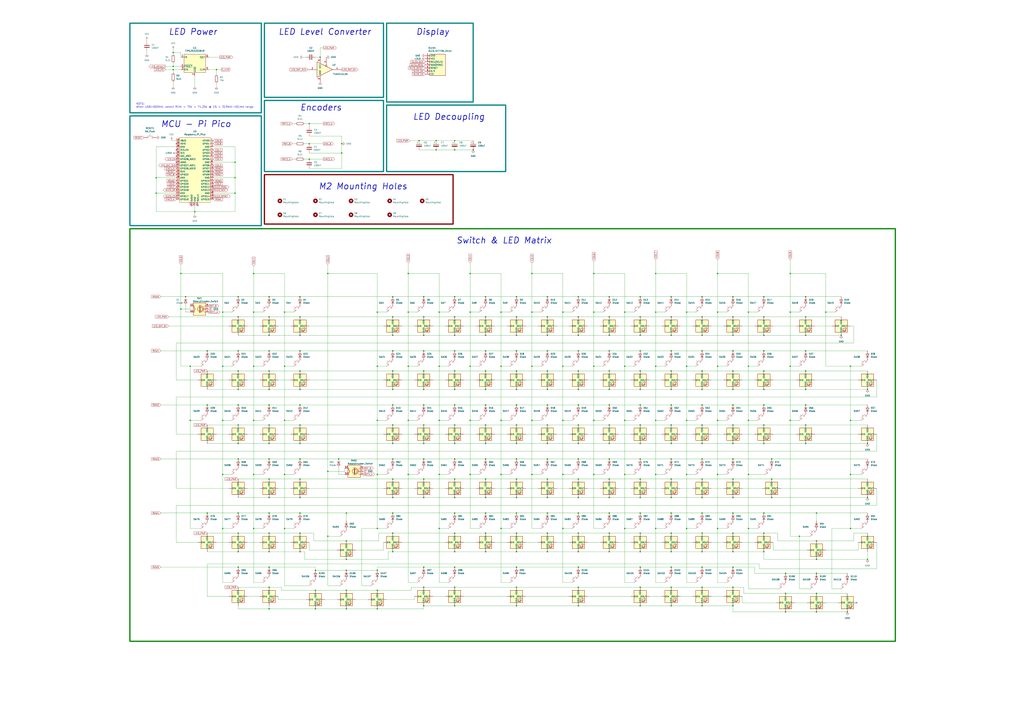
<source format=kicad_sch>
(kicad_sch (version 20230121) (generator eeschema)
  (paper "A1")
  (junction (at 309.88 389.89))
  (junction (at 195.58 332.74))
  (junction (at 614.68 434.34))
  (junction (at 627.38 438.15))
  (junction (at 208.28 300.99))
  (junction (at 182.88 389.89))
  (junction (at 373.38 438.15))
  (junction (at 373.38 377.19))
  (junction (at 500.38 421.64))
  (junction (at 220.98 453.39))
  (junction (at 576.58 304.8))
  (junction (at 195.58 377.19))
  (junction (at 284.48 444.5))
  (junction (at 220.98 275.59))
  (junction (at 525.78 260.35))
  (junction (at 525.78 421.64))
  (junction (at 360.68 300.99))
  (junction (at 589.28 434.34))
  (junction (at 500.38 260.35))
  (junction (at 576.58 320.04))
  (junction (at 246.38 421.64))
  (junction (at 563.88 256.54))
  (junction (at 474.98 408.94))
  (junction (at 284.48 459.74))
  (junction (at 538.48 434.34))
  (junction (at 309.88 434.34))
  (junction (at 576.58 482.6))
  (junction (at 233.68 300.99))
  (junction (at 373.38 497.84))
  (junction (at 698.5 300.99))
  (junction (at 373.38 453.39))
  (junction (at 601.98 243.84))
  (junction (at 589.28 300.99))
  (junction (at 170.18 421.64))
  (junction (at 373.38 332.74))
  (junction (at 246.38 377.19))
  (junction (at 500.38 288.29))
  (junction (at 525.78 332.74))
  (junction (at 182.88 300.99))
  (junction (at 462.28 300.99))
  (junction (at 424.18 438.15))
  (junction (at 424.18 466.09))
  (junction (at 424.18 349.25))
  (junction (at 551.18 243.84))
  (junction (at 576.58 349.25))
  (junction (at 347.98 320.04))
  (junction (at 142.24 57.15))
  (junction (at 347.98 275.59))
  (junction (at 474.98 453.39))
  (junction (at 563.88 300.99))
  (junction (at 373.38 123.19))
  (junction (at 195.58 466.09))
  (junction (at 525.78 393.7))
  (junction (at 513.08 389.89))
  (junction (at 322.58 260.35))
  (junction (at 322.58 393.7))
  (junction (at 309.88 256.54))
  (junction (at 645.16 502.92))
  (junction (at 670.56 471.17))
  (junction (at 500.38 243.84))
  (junction (at 358.14 123.19))
  (junction (at 462.28 256.54))
  (junction (at 487.68 256.54))
  (junction (at 411.48 345.44))
  (junction (at 500.38 320.04))
  (junction (at 360.68 389.89))
  (junction (at 259.08 500.38))
  (junction (at 347.98 377.19))
  (junction (at 500.38 393.7))
  (junction (at 373.38 364.49))
  (junction (at 246.38 332.74))
  (junction (at 398.78 453.39))
  (junction (at 347.98 408.94))
  (junction (at 627.38 453.39))
  (junction (at 347.98 243.84))
  (junction (at 576.58 466.09))
  (junction (at 208.28 224.79))
  (junction (at 436.88 224.79))
  (junction (at 322.58 243.84))
  (junction (at 411.48 434.34))
  (junction (at 627.38 421.64))
  (junction (at 500.38 453.39))
  (junction (at 386.08 224.79))
  (junction (at 322.58 421.64))
  (junction (at 373.38 275.59))
  (junction (at 563.88 434.34))
  (junction (at 246.38 275.59))
  (junction (at 160.02 173.99))
  (junction (at 551.18 377.19))
  (junction (at 284.48 421.64))
  (junction (at 424.18 260.35))
  (junction (at 220.98 260.35))
  (junction (at 474.98 320.04))
  (junction (at 474.98 349.25))
  (junction (at 525.78 466.09))
  (junction (at 347.98 304.8))
  (junction (at 195.58 349.25))
  (junction (at 322.58 349.25))
  (junction (at 398.78 349.25))
  (junction (at 601.98 364.49))
  (junction (at 246.38 408.94))
  (junction (at 208.28 256.54))
  (junction (at 462.28 389.89))
  (junction (at 220.98 408.94))
  (junction (at 474.98 332.74))
  (junction (at 424.18 275.59))
  (junction (at 690.88 275.59))
  (junction (at 601.98 320.04))
  (junction (at 156.21 345.44))
  (junction (at 601.98 260.35))
  (junction (at 513.08 300.99))
  (junction (at 525.78 438.15))
  (junction (at 335.28 224.79))
  (junction (at 322.58 438.15))
  (junction (at 424.18 393.7))
  (junction (at 246.38 438.15))
  (junction (at 246.38 453.39))
  (junction (at 576.58 393.7))
  (junction (at 601.98 275.59))
  (junction (at 462.28 345.44))
  (junction (at 627.38 320.04))
  (junction (at 269.24 387.35))
  (junction (at 347.98 260.35))
  (junction (at 398.78 408.94))
  (junction (at 246.38 393.7))
  (junction (at 309.88 485.14))
  (junction (at 500.38 349.25))
  (junction (at 195.58 288.29))
  (junction (at 661.67 320.04))
  (junction (at 373.38 260.35))
  (junction (at 373.38 482.6))
  (junction (at 142.24 43.18))
  (junction (at 195.58 320.04))
  (junction (at 449.58 364.49))
  (junction (at 474.98 288.29))
  (junction (at 576.58 332.74))
  (junction (at 576.58 243.84))
  (junction (at 576.58 438.15))
  (junction (at 278.13 377.19))
  (junction (at 284.48 485.14))
  (junction (at 551.18 304.8))
  (junction (at 358.14 115.57))
  (junction (at 360.68 434.34))
  (junction (at 576.58 408.94))
  (junction (at 551.18 453.39))
  (junction (at 373.38 421.64))
  (junction (at 474.98 243.84))
  (junction (at 661.67 260.35))
  (junction (at 474.98 497.84))
  (junction (at 500.38 275.59))
  (junction (at 601.98 466.09))
  (junction (at 589.28 224.79))
  (junction (at 614.68 345.44))
  (junction (at 152.4 243.84))
  (junction (at 551.18 438.15))
  (junction (at 322.58 364.49))
  (junction (at 449.58 243.84))
  (junction (at 373.38 349.25))
  (junction (at 322.58 275.59))
  (junction (at 254 101.6))
  (junction (at 220.98 243.84))
  (junction (at 195.58 243.84))
  (junction (at 220.98 304.8))
  (junction (at 551.18 421.64))
  (junction (at 661.67 349.25))
  (junction (at 525.78 349.25))
  (junction (at 220.98 288.29))
  (junction (at 474.98 393.7))
  (junction (at 474.98 421.64))
  (junction (at 182.88 345.44))
  (junction (at 462.28 434.34))
  (junction (at 601.98 497.84))
  (junction (at 208.28 434.34))
  (junction (at 661.67 243.84))
  (junction (at 525.78 320.04))
  (junction (at 500.38 332.74))
  (junction (at 525.78 497.84))
  (junction (at 233.68 434.34))
  (junction (at 695.96 502.92))
  (junction (at 648.97 345.44))
  (junction (at 220.98 332.74))
  (junction (at 246.38 243.84))
  (junction (at 576.58 453.39))
  (junction (at 360.68 345.44))
  (junction (at 614.68 300.99))
  (junction (at 601.98 421.64))
  (junction (at 449.58 453.39))
  (junction (at 538.48 300.99))
  (junction (at 614.68 389.89))
  (junction (at 398.78 438.15))
  (junction (at 128.27 146.05))
  (junction (at 386.08 300.99))
  (junction (at 648.97 300.99))
  (junction (at 246.38 364.49))
  (junction (at 449.58 304.8))
  (junction (at 436.88 389.89))
  (junction (at 309.88 300.99))
  (junction (at 487.68 300.99))
  (junction (at 436.88 256.54))
  (junction (at 360.68 256.54))
  (junction (at 436.88 300.99))
  (junction (at 670.56 487.68))
  (junction (at 661.67 332.74))
  (junction (at 500.38 364.49))
  (junction (at 474.98 466.09))
  (junction (at 347.98 288.29))
  (junction (at 633.73 393.7))
  (junction (at 563.88 389.89))
  (junction (at 347.98 349.25))
  (junction (at 525.78 364.49))
  (junction (at 538.48 345.44))
  (junction (at 487.68 345.44))
  (junction (at 195.58 304.8))
  (junction (at 670.56 421.64))
  (junction (at 474.98 364.49))
  (junction (at 398.78 332.74))
  (junction (at 398.78 377.19))
  (junction (at 398.78 320.04))
  (junction (at 233.68 389.89))
  (junction (at 259.08 468.63))
  (junction (at 525.78 377.19))
  (junction (at 254 130.81))
  (junction (at 411.48 300.99))
  (junction (at 538.48 389.89))
  (junction (at 648.97 256.54))
  (junction (at 347.98 482.6))
  (junction (at 424.18 408.94))
  (junction (at 525.78 288.29))
  (junction (at 411.48 389.89))
  (junction (at 386.08 389.89))
  (junction (at 246.38 288.29))
  (junction (at 424.18 364.49))
  (junction (at 513.08 345.44))
  (junction (at 373.38 320.04))
  (junction (at 633.73 377.19))
  (junction (at 322.58 377.19))
  (junction (at 449.58 288.29))
  (junction (at 589.28 389.89))
  (junction (at 195.58 421.64))
  (junction (at 551.18 288.29))
  (junction (at 576.58 260.35))
  (junction (at 220.98 377.19))
  (junction (at 233.68 345.44))
  (junction (at 335.28 300.99))
  (junction (at 424.18 332.74))
  (junction (at 712.47 364.49))
  (junction (at 500.38 377.19))
  (junction (at 322.58 332.74))
  (junction (at 551.18 320.04))
  (junction (at 670.56 459.74))
  (junction (at 246.38 260.35))
  (junction (at 712.47 408.94))
  (junction (at 373.38 115.57))
  (junction (at 563.88 345.44))
  (junction (at 449.58 349.25))
  (junction (at 670.56 502.92))
  (junction (at 335.28 345.44))
  (junction (at 513.08 256.54))
  (junction (at 182.88 434.34))
  (junction (at 309.88 468.63))
  (junction (at 474.98 275.59))
  (junction (at 280.67 125.73))
  (junction (at 525.78 304.8))
  (junction (at 411.48 256.54))
  (junction (at 474.98 304.8))
  (junction (at 347.98 393.7))
  (junction (at 335.28 256.54))
  (junction (at 373.38 393.7))
  (junction (at 388.62 123.19))
  (junction (at 601.98 393.7))
  (junction (at 449.58 421.64))
  (junction (at 254 118.11))
  (junction (at 474.98 482.6))
  (junction (at 551.18 497.84))
  (junction (at 182.88 256.54))
  (junction (at 525.78 408.94))
  (junction (at 525.78 453.39))
  (junction (at 500.38 304.8))
  (junction (at 208.28 389.89))
  (junction (at 601.98 377.19))
  (junction (at 678.18 256.54))
  (junction (at 601.98 408.94))
  (junction (at 551.18 349.25))
  (junction (at 220.98 466.09))
  (junction (at 347.98 364.49))
  (junction (at 614.68 256.54))
  (junction (at 195.58 453.39))
  (junction (at 661.67 304.8))
  (junction (at 386.08 345.44))
  (junction (at 373.38 408.94))
  (junction (at 398.78 304.8))
  (junction (at 525.78 482.6))
  (junction (at 280.67 118.11))
  (junction (at 601.98 438.15))
  (junction (at 309.88 500.38))
  (junction (at 633.73 408.94))
  (junction (at 487.68 224.79))
  (junction (at 698.5 434.34))
  (junction (at 474.98 438.15))
  (junction (at 601.98 349.25))
  (junction (at 322.58 304.8))
  (junction (at 246.38 320.04))
  (junction (at 576.58 288.29))
  (junction (at 513.08 434.34))
  (junction (at 601.98 482.6))
  (junction (at 656.59 440.69))
  (junction (at 347.98 466.09))
  (junction (at 398.78 275.59))
  (junction (at 148.59 254))
  (junction (at 246.38 349.25))
  (junction (at 589.28 256.54))
  (junction (at 449.58 393.7))
  (junction (at 195.58 260.35))
  (junction (at 220.98 482.6))
  (junction (at 424.18 304.8))
  (junction (at 474.98 377.19))
  (junction (at 449.58 377.19))
  (junction (at 576.58 497.84))
  (junction (at 398.78 260.35))
  (junction (at 449.58 260.35))
  (junction (at 627.38 243.84))
  (junction (at 424.18 377.19))
  (junction (at 576.58 377.19))
  (junction (at 601.98 332.74))
  (junction (at 424.18 243.84))
  (junction (at 148.59 224.79))
  (junction (at 233.68 256.54))
  (junction (at 670.56 444.5))
  (junction (at 220.98 349.25))
  (junction (at 398.78 393.7))
  (junction (at 551.18 260.35))
  (junction (at 627.38 349.25))
  (junction (at 195.58 364.49))
  (junction (at 601.98 453.39))
  (junction (at 698.5 345.44))
  (junction (at 551.18 408.94))
  (junction (at 386.08 256.54))
  (junction (at 474.98 260.35))
  (junction (at 373.38 304.8))
  (junction (at 259.08 485.14))
  (junction (at 424.18 497.84))
  (junction (at 648.97 224.79))
  (junction (at 712.47 459.74))
  (junction (at 551.18 466.09))
  (junction (at 698.5 389.89))
  (junction (at 424.18 320.04))
  (junction (at 449.58 320.04))
  (junction (at 712.47 320.04))
  (junction (at 551.18 482.6))
  (junction (at 335.28 389.89))
  (junction (at 220.98 421.64))
  (junction (at 142.24 54.61))
  (junction (at 424.18 482.6))
  (junction (at 627.38 260.35))
  (junction (at 177.8 57.15))
  (junction (at 220.98 393.7))
  (junction (at 500.38 408.94))
  (junction (at 589.28 345.44))
  (junction (at 576.58 275.59))
  (junction (at 373.38 243.84))
  (junction (at 344.17 115.57))
  (junction (at 551.18 364.49))
  (junction (at 525.78 275.59))
  (junction (at 220.98 438.15))
  (junction (at 262.89 46.99))
  (junction (at 436.88 345.44))
  (junction (at 601.98 288.29))
  (junction (at 128.27 158.75))
  (junction (at 449.58 438.15))
  (junction (at 193.04 133.35))
  (junction (at 373.38 288.29))
  (junction (at 627.38 288.29))
  (junction (at 220.98 500.38))
  (junction (at 220.98 364.49))
  (junction (at 500.38 438.15))
  (junction (at 449.58 275.59))
  (junction (at 322.58 288.29))
  (junction (at 449.58 408.94))
  (junction (at 627.38 332.74))
  (junction (at 576.58 421.64))
  (junction (at 246.38 304.8))
  (junction (at 627.38 275.59))
  (junction (at 284.48 468.63))
  (junction (at 627.38 364.49))
  (junction (at 601.98 304.8))
  (junction (at 269.24 440.69))
  (junction (at 195.58 438.15))
  (junction (at 661.67 364.49))
  (junction (at 424.18 421.64))
  (junction (at 284.48 500.38))
  (junction (at 309.88 345.44))
  (junction (at 449.58 332.74))
  (junction (at 538.48 224.79))
  (junction (at 373.38 466.09))
  (junction (at 551.18 393.7))
  (junction (at 208.28 345.44))
  (junction (at 424.18 288.29))
  (junction (at 398.78 243.84))
  (junction (at 645.16 487.68))
  (junction (at 347.98 332.74))
  (junction (at 551.18 275.59))
  (junction (at 170.18 332.74))
  (junction (at 193.04 158.75))
  (junction (at 424.18 453.39))
  (junction (at 398.78 364.49))
  (junction (at 322.58 320.04))
  (junction (at 487.68 389.89))
  (junction (at 398.78 288.29))
  (junction (at 645.16 471.17))
  (junction (at 193.04 146.05))
  (junction (at 661.67 275.59))
  (junction (at 525.78 243.84))
  (junction (at 538.48 256.54))
  (junction (at 170.18 288.29))
  (junction (at 322.58 453.39))
  (junction (at 398.78 421.64))
  (junction (at 576.58 364.49))
  (junction (at 661.67 288.29))
  (junction (at 269.24 224.79))
  (junction (at 347.98 497.84))
  (junction (at 322.58 408.94))
  (junction (at 551.18 332.74))
  (junction (at 220.98 320.04))
  (junction (at 156.21 300.99))
  (junction (at 627.38 304.8))
  (no_connect (at 144.78 128.27))
  (no_connect (at 162.56 168.91))
  (no_connect (at 157.48 168.91))
  (no_connect (at 703.58 495.3))
  (no_connect (at 144.78 123.19))
  (no_connect (at 144.78 118.11))
  (no_connect (at 144.78 133.35))
  (wire (pts (xy 436.88 215.9) (xy 436.88 224.79)))
  (wire (pts (xy 398.78 421.64) (xy 424.18 421.64)))
  (wire (pts (xy 322.58 377.19) (xy 347.98 377.19)))
  (wire (pts (xy 398.78 275.59) (xy 424.18 275.59)))
  (wire (pts (xy 576.58 482.6) (xy 601.98 482.6)))
  (wire (pts (xy 589.28 213.36) (xy 589.28 224.79)))
  (wire (pts (xy 208.28 218.44) (xy 208.28 224.79)))
  (wire (pts (xy 474.98 288.29) (xy 500.38 288.29)))
  (wire (pts (xy 398.78 304.8) (xy 424.18 304.8)))
  (wire (pts (xy 538.48 389.89) (xy 546.1 389.89)))
  (wire (pts (xy 670.56 502.92) (xy 695.96 502.92)))
  (wire (pts (xy 424.18 466.09) (xy 474.98 466.09)))
  (wire (pts (xy 656.59 440.69) (xy 665.48 440.69)))
  (wire (pts (xy 661.67 243.84) (xy 690.88 243.84)))
  (wire (pts (xy 278.13 389.89) (xy 283.21 389.89)))
  (wire (pts (xy 449.58 408.94) (xy 474.98 408.94)))
  (wire (pts (xy 246.38 288.29) (xy 322.58 288.29)))
  (wire (pts (xy 360.68 345.44) (xy 368.3 345.44)))
  (wire (pts (xy 284.48 468.63) (xy 309.88 468.63)))
  (wire (pts (xy 335.28 300.99) (xy 342.9 300.99)))
  (wire (pts (xy 347.98 332.74) (xy 373.38 332.74)))
  (wire (pts (xy 525.78 288.29) (xy 551.18 288.29)))
  (wire (pts (xy 398.78 438.15) (xy 424.18 438.15)))
  (wire (pts (xy 360.68 389.89) (xy 360.68 434.34)))
  (wire (pts (xy 135.89 57.15) (xy 142.24 57.15)))
  (wire (pts (xy 462.28 300.99) (xy 462.28 345.44)))
  (wire (pts (xy 254 312.42) (xy 314.96 312.42)))
  (wire (pts (xy 558.8 267.97) (xy 568.96 267.97)))
  (wire (pts (xy 259.08 46.99) (xy 262.89 46.99)))
  (wire (pts (xy 513.08 434.34) (xy 520.7 434.34)))
  (wire (pts (xy 500.38 377.19) (xy 525.78 377.19)))
  (wire (pts (xy 398.78 260.35) (xy 424.18 260.35)))
  (wire (pts (xy 462.28 345.44) (xy 469.9 345.44)))
  (wire (pts (xy 138.43 260.35) (xy 195.58 260.35)))
  (wire (pts (xy 170.18 288.29) (xy 195.58 288.29)))
  (wire (pts (xy 411.48 389.89) (xy 411.48 434.34)))
  (wire (pts (xy 424.18 243.84) (xy 449.58 243.84)))
  (wire (pts (xy 538.48 345.44) (xy 538.48 389.89)))
  (wire (pts (xy 254 130.81) (xy 265.43 130.81)))
  (wire (pts (xy 347.98 377.19) (xy 373.38 377.19)))
  (wire (pts (xy 627.38 260.35) (xy 661.67 260.35)))
  (wire (pts (xy 525.78 320.04) (xy 551.18 320.04)))
  (wire (pts (xy 601.98 260.35) (xy 627.38 260.35)))
  (wire (pts (xy 474.98 377.19) (xy 500.38 377.19)))
  (wire (pts (xy 648.97 256.54) (xy 648.97 300.99)))
  (wire (pts (xy 627.38 243.84) (xy 661.67 243.84)))
  (wire (pts (xy 538.48 434.34) (xy 546.1 434.34)))
  (wire (pts (xy 208.28 300.99) (xy 208.28 345.44)))
  (wire (pts (xy 635 356.87) (xy 654.05 356.87)))
  (wire (pts (xy 661.67 275.59) (xy 690.88 275.59)))
  (wire (pts (xy 148.59 224.79) (xy 148.59 254)))
  (wire (pts (xy 233.68 434.34) (xy 233.68 481.33)))
  (wire (pts (xy 698.5 300.99) (xy 707.39 300.99)))
  (wire (pts (xy 170.18 320.04) (xy 195.58 320.04)))
  (wire (pts (xy 589.28 478.79) (xy 596.9 478.79)))
  (wire (pts (xy 436.88 256.54) (xy 436.88 300.99)))
  (wire (pts (xy 601.98 482.6) (xy 610.87 482.6)))
  (wire (pts (xy 175.26 146.05) (xy 193.04 146.05)))
  (wire (pts (xy 571.5 256.54) (xy 563.88 256.54)))
  (wire (pts (xy 373.38 408.94) (xy 398.78 408.94)))
  (wire (pts (xy 551.18 364.49) (xy 576.58 364.49)))
  (wire (pts (xy 284.48 444.5) (xy 311.15 444.5)))
  (wire (pts (xy 656.59 440.69) (xy 656.59 483.87)))
  (wire (pts (xy 500.38 304.8) (xy 525.78 304.8)))
  (wire (pts (xy 633.73 408.94) (xy 712.47 408.94)))
  (wire (pts (xy 576.58 438.15) (xy 601.98 438.15)))
  (wire (pts (xy 156.21 254) (xy 148.59 254)))
  (wire (pts (xy 678.18 224.79) (xy 678.18 256.54)))
  (wire (pts (xy 627.38 453.39) (xy 627.38 459.74)))
  (wire (pts (xy 233.68 481.33) (xy 254 481.33)))
  (wire (pts (xy 373.38 275.59) (xy 398.78 275.59)))
  (wire (pts (xy 474.98 408.94) (xy 500.38 408.94)))
  (wire (pts (xy 508 401.32) (xy 518.16 401.32)))
  (wire (pts (xy 231.14 482.6) (xy 231.14 485.14)))
  (wire (pts (xy 424.18 482.6) (xy 474.98 482.6)))
  (wire (pts (xy 449.58 421.64) (xy 474.98 421.64)))
  (wire (pts (xy 411.48 389.89) (xy 419.1 389.89)))
  (wire (pts (xy 627.38 320.04) (xy 661.67 320.04)))
  (wire (pts (xy 698.5 345.44) (xy 698.5 389.89)))
  (wire (pts (xy 648.97 300.99) (xy 648.97 345.44)))
  (wire (pts (xy 254 101.6) (xy 265.43 101.6)))
  (wire (pts (xy 411.48 434.34) (xy 419.1 434.34)))
  (wire (pts (xy 373.38 393.7) (xy 398.78 393.7)))
  (wire (pts (xy 254 111.76) (xy 280.67 111.76)))
  (wire (pts (xy 698.5 389.89) (xy 698.5 434.34)))
  (wire (pts (xy 513.08 389.89) (xy 520.7 389.89)))
  (wire (pts (xy 254 101.6) (xy 254 104.14)))
  (wire (pts (xy 500.38 349.25) (xy 525.78 349.25)))
  (wire (pts (xy 160.02 168.91) (xy 160.02 173.99)))
  (wire (pts (xy 449.58 332.74) (xy 474.98 332.74)))
  (wire (pts (xy 436.88 345.44) (xy 436.88 389.89)))
  (wire (pts (xy 398.78 364.49) (xy 424.18 364.49)))
  (wire (pts (xy 240.03 101.6) (xy 242.57 101.6)))
  (wire (pts (xy 576.58 349.25) (xy 601.98 349.25)))
  (wire (pts (xy 500.38 332.74) (xy 525.78 332.74)))
  (wire (pts (xy 614.68 389.89) (xy 628.65 389.89)))
  (wire (pts (xy 525.78 466.09) (xy 551.18 466.09)))
  (wire (pts (xy 398.78 332.74) (xy 424.18 332.74)))
  (wire (pts (xy 220.98 482.6) (xy 231.14 482.6)))
  (wire (pts (xy 144.78 281.94) (xy 144.78 312.42)))
  (wire (pts (xy 551.18 408.94) (xy 576.58 408.94)))
  (wire (pts (xy 152.4 251.46) (xy 152.4 256.54)))
  (wire (pts (xy 220.98 260.35) (xy 246.38 260.35)))
  (wire (pts (xy 246.38 364.49) (xy 322.58 364.49)))
  (wire (pts (xy 678.18 300.99) (xy 698.5 300.99)))
  (wire (pts (xy 584.2 267.97) (xy 594.36 267.97)))
  (wire (pts (xy 551.18 304.8) (xy 576.58 304.8)))
  (wire (pts (xy 148.59 254) (xy 148.59 300.99)))
  (wire (pts (xy 648.97 345.44) (xy 648.97 440.69)))
  (wire (pts (xy 669.29 267.97) (xy 683.26 267.97)))
  (wire (pts (xy 347.98 393.7) (xy 373.38 393.7)))
  (wire (pts (xy 228.6 267.97) (xy 238.76 267.97)))
  (wire (pts (xy 457.2 401.32) (xy 467.36 401.32)))
  (wire (pts (xy 182.88 224.79) (xy 182.88 256.54)))
  (wire (pts (xy 619.76 466.09) (xy 619.76 471.17)))
  (wire (pts (xy 487.68 345.44) (xy 487.68 389.89)))
  (wire (pts (xy 373.38 497.84) (xy 424.18 497.84)))
  (wire (pts (xy 576.58 408.94) (xy 601.98 408.94)))
  (wire (pts (xy 551.18 377.19) (xy 576.58 377.19)))
  (wire (pts (xy 254 138.43) (xy 280.67 138.43)))
  (wire (pts (xy 160.02 173.99) (xy 160.02 176.53)))
  (wire (pts (xy 462.28 434.34) (xy 469.9 434.34)))
  (wire (pts (xy 609.6 401.32) (xy 626.11 401.32)))
  (wire (pts (xy 533.4 267.97) (xy 543.56 267.97)))
  (wire (pts (xy 309.88 466.09) (xy 347.98 466.09)))
  (wire (pts (xy 144.78 401.32) (xy 187.96 401.32)))
  (wire (pts (xy 144.78 326.39) (xy 720.09 326.39)))
  (wire (pts (xy 347.98 243.84) (xy 373.38 243.84)))
  (wire (pts (xy 233.68 224.79) (xy 233.68 256.54)))
  (wire (pts (xy 563.88 345.44) (xy 563.88 389.89)))
  (wire (pts (xy 182.88 434.34) (xy 190.5 434.34)))
  (wire (pts (xy 513.08 478.79) (xy 520.7 478.79)))
  (wire (pts (xy 431.8 445.77) (xy 441.96 445.77)))
  (wire (pts (xy 381 312.42) (xy 391.16 312.42)))
  (wire (pts (xy 584.2 312.42) (xy 594.36 312.42)))
  (wire (pts (xy 474.98 438.15) (xy 500.38 438.15)))
  (wire (pts (xy 627.38 332.74) (xy 661.67 332.74)))
  (wire (pts (xy 500.38 421.64) (xy 525.78 421.64)))
  (wire (pts (xy 661.67 260.35) (xy 690.88 260.35)))
  (wire (pts (xy 170.18 453.39) (xy 195.58 453.39)))
  (wire (pts (xy 614.68 434.34) (xy 614.68 483.87)))
  (wire (pts (xy 584.2 401.32) (xy 594.36 401.32)))
  (wire (pts (xy 610.87 482.6) (xy 610.87 487.68)))
  (wire (pts (xy 627.38 275.59) (xy 661.67 275.59)))
  (wire (pts (xy 386.08 224.79) (xy 411.48 224.79)))
  (wire (pts (xy 513.08 389.89) (xy 513.08 434.34)))
  (wire (pts (xy 563.88 224.79) (xy 538.48 224.79)))
  (wire (pts (xy 177.8 445.77) (xy 187.96 445.77)))
  (wire (pts (xy 182.88 434.34) (xy 182.88 478.79)))
  (wire (pts (xy 233.68 434.34) (xy 241.3 434.34)))
  (wire (pts (xy 254 445.77) (xy 254 452.12)))
  (wire (pts (xy 144.78 158.75) (xy 128.27 158.75)))
  (wire (pts (xy 449.58 349.25) (xy 474.98 349.25)))
  (wire (pts (xy 449.58 304.8) (xy 474.98 304.8)))
  (wire (pts (xy 436.88 224.79) (xy 462.28 224.79)))
  (wire (pts (xy 358.14 115.57) (xy 373.38 115.57)))
  (wire (pts (xy 335.28 389.89) (xy 342.9 389.89)))
  (wire (pts (xy 208.28 224.79) (xy 208.28 256.54)))
  (wire (pts (xy 648.97 256.54) (xy 656.59 256.54)))
  (wire (pts (xy 193.04 133.35) (xy 193.04 146.05)))
  (wire (pts (xy 233.68 345.44) (xy 241.3 345.44)))
  (wire (pts (xy 720.09 356.87) (xy 720.09 370.84)))
  (wire (pts (xy 254 118.11) (xy 265.43 118.11)))
  (wire (pts (xy 487.68 224.79) (xy 487.68 256.54)))
  (wire (pts (xy 533.4 445.77) (xy 543.56 445.77)))
  (wire (pts (xy 398.78 243.84) (xy 424.18 243.84)))
  (wire (pts (xy 208.28 224.79) (xy 233.68 224.79)))
  (wire (pts (xy 670.56 421.64) (xy 712.47 421.64)))
  (wire (pts (xy 487.68 224.79) (xy 513.08 224.79)))
  (wire (pts (xy 601.98 497.84) (xy 601.98 502.92)))
  (wire (pts (xy 220.98 500.38) (xy 259.08 500.38)))
  (wire (pts (xy 551.18 349.25) (xy 576.58 349.25)))
  (wire (pts (xy 381 401.32) (xy 391.16 401.32)))
  (wire (pts (xy 487.68 256.54) (xy 487.68 300.99)))
  (wire (pts (xy 330.2 401.32) (xy 340.36 401.32)))
  (wire (pts (xy 233.68 389.89) (xy 241.3 389.89)))
  (wire (pts (xy 203.2 267.97) (xy 213.36 267.97)))
  (wire (pts (xy 250.19 453.39) (xy 250.19 459.74)))
  (wire (pts (xy 508 356.87) (xy 518.16 356.87)))
  (wire (pts (xy 182.88 256.54) (xy 190.5 256.54)))
  (wire (pts (xy 661.67 288.29) (xy 712.47 288.29)))
  (wire (pts (xy 513.08 345.44) (xy 520.7 345.44)))
  (wire (pts (xy 309.88 224.79) (xy 309.88 256.54)))
  (wire (pts (xy 381 356.87) (xy 391.16 356.87)))
  (wire (pts (xy 398.78 349.25) (xy 424.18 349.25)))
  (wire (pts (xy 144.78 415.29) (xy 144.78 445.77)))
  (wire (pts (xy 322.58 408.94) (xy 347.98 408.94)))
  (wire (pts (xy 148.59 43.18) (xy 148.59 46.99)))
  (wire (pts (xy 589.28 224.79) (xy 589.28 256.54)))
  (wire (pts (xy 525.78 243.84) (xy 551.18 243.84)))
  (wire (pts (xy 701.04 267.97) (xy 698.5 267.97)))
  (wire (pts (xy 138.43 267.97) (xy 187.96 267.97)))
  (wire (pts (xy 601.98 243.84) (xy 627.38 243.84)))
  (wire (pts (xy 525.78 364.49) (xy 551.18 364.49)))
  (wire (pts (xy 474.98 304.8) (xy 500.38 304.8)))
  (wire (pts (xy 309.88 345.44) (xy 309.88 389.89)))
  (wire (pts (xy 347.98 497.84) (xy 373.38 497.84)))
  (wire (pts (xy 156.21 251.46) (xy 156.21 254)))
  (wire (pts (xy 614.68 224.79) (xy 614.68 256.54)))
  (wire (pts (xy 335.28 300.99) (xy 335.28 345.44)))
  (wire (pts (xy 269.24 224.79) (xy 309.88 224.79)))
  (wire (pts (xy 576.58 364.49) (xy 601.98 364.49)))
  (wire (pts (xy 424.18 275.59) (xy 449.58 275.59)))
  (wire (pts (xy 283.21 387.35) (xy 269.24 387.35)))
  (wire (pts (xy 360.68 300.99) (xy 368.3 300.99)))
  (wire (pts (xy 698.5 389.89) (xy 707.39 389.89)))
  (wire (pts (xy 474.98 349.25) (xy 500.38 349.25)))
  (wire (pts (xy 195.58 364.49) (xy 220.98 364.49)))
  (wire (pts (xy 208.28 434.34) (xy 215.9 434.34)))
  (wire (pts (xy 373.38 123.19) (xy 388.62 123.19)))
  (wire (pts (xy 156.21 300.99) (xy 156.21 345.44)))
  (wire (pts (xy 144.78 370.84) (xy 144.78 401.32)))
  (wire (pts (xy 576.58 304.8) (xy 601.98 304.8)))
  (wire (pts (xy 525.78 453.39) (xy 551.18 453.39)))
  (wire (pts (xy 246.38 260.35) (xy 322.58 260.35)))
  (wire (pts (xy 318.77 459.74) (xy 318.77 453.39)))
  (wire (pts (xy 228.6 492.76) (xy 251.46 492.76)))
  (wire (pts (xy 424.18 497.84) (xy 474.98 497.84)))
  (wire (pts (xy 563.88 300.99) (xy 571.5 300.99)))
  (wire (pts (xy 322.58 332.74) (xy 347.98 332.74)))
  (wire (pts (xy 576.58 332.74) (xy 601.98 332.74)))
  (wire (pts (xy 670.56 471.17) (xy 695.96 471.17)))
  (wire (pts (xy 704.85 452.12) (xy 704.85 445.77)))
  (wire (pts (xy 132.08 243.84) (xy 152.4 243.84)))
  (wire (pts (xy 128.27 120.65) (xy 128.27 146.05)))
  (wire (pts (xy 576.58 497.84) (xy 601.98 497.84)))
  (wire (pts (xy 601.98 349.25) (xy 627.38 349.25)))
  (wire (pts (xy 601.98 377.19) (xy 633.73 377.19)))
  (wire (pts (xy 156.21 345.44) (xy 156.21 434.34)))
  (wire (pts (xy 322.58 438.15) (xy 373.38 438.15)))
  (wire (pts (xy 257.81 438.15) (xy 257.81 444.5)))
  (wire (pts (xy 220.98 393.7) (xy 246.38 393.7)))
  (wire (pts (xy 170.18 349.25) (xy 195.58 349.25)))
  (wire (pts (xy 701.04 438.15) (xy 712.47 438.15)))
  (wire (pts (xy 360.68 256.54) (xy 360.68 300.99)))
  (wire (pts (xy 309.88 389.89) (xy 317.5 389.89)))
  (wire (pts (xy 360.68 434.34) (xy 360.68 478.79)))
  (wire (pts (xy 269.24 387.35) (xy 269.24 440.69)))
  (wire (pts (xy 525.78 393.7) (xy 551.18 393.7)))
  (wire (pts (xy 661.67 364.49) (xy 712.47 364.49)))
  (wire (pts (xy 195.58 500.38) (xy 220.98 500.38)))
  (wire (pts (xy 335.28 389.89) (xy 335.28 478.79)))
  (wire (pts (xy 177.8 68.58) (xy 177.8 71.12)))
  (wire (pts (xy 170.18 463.55) (xy 623.57 463.55)))
  (wire (pts (xy 309.88 389.89) (xy 309.88 434.34)))
  (wire (pts (xy 670.56 487.68) (xy 695.96 487.68)))
  (wire (pts (xy 330.2 445.77) (xy 365.76 445.77)))
  (wire (pts (xy 513.08 256.54) (xy 520.7 256.54)))
  (wire (pts (xy 170.18 364.49) (xy 195.58 364.49)))
  (wire (pts (xy 406.4 267.97) (xy 416.56 267.97)))
  (wire (pts (xy 386.08 256.54) (xy 393.7 256.54)))
  (wire (pts (xy 424.18 332.74) (xy 449.58 332.74)))
  (wire (pts (xy 482.6 401.32) (xy 492.76 401.32)))
  (wire (pts (xy 436.88 389.89) (xy 444.5 389.89)))
  (wire (pts (xy 347.98 349.25) (xy 373.38 349.25)))
  (wire (pts (xy 670.56 459.74) (xy 712.47 459.74)))
  (wire (pts (xy 508 312.42) (xy 518.16 312.42)))
  (wire (pts (xy 584.2 490.22) (xy 594.36 490.22)))
  (wire (pts (xy 360.68 389.89) (xy 368.3 389.89)))
  (wire (pts (xy 132.08 421.64) (xy 170.18 421.64)))
  (wire (pts (xy 457.2 312.42) (xy 467.36 312.42)))
  (wire (pts (xy 208.28 345.44) (xy 215.9 345.44)))
  (wire (pts (xy 170.18 304.8) (xy 195.58 304.8)))
  (wire (pts (xy 474.98 466.09) (xy 525.78 466.09)))
  (wire (pts (xy 474.98 243.84) (xy 500.38 243.84)))
  (wire (pts (xy 533.4 356.87) (xy 543.56 356.87)))
  (wire (pts (xy 627.38 349.25) (xy 661.67 349.25)))
  (wire (pts (xy 195.58 393.7) (xy 220.98 393.7)))
  (wire (pts (xy 203.2 401.32) (xy 213.36 401.32)))
  (wire (pts (xy 533.4 490.22) (xy 543.56 490.22)))
  (wire (pts (xy 648.97 224.79) (xy 678.18 224.79)))
  (wire (pts (xy 142.24 43.18) (xy 148.59 43.18)))
  (wire (pts (xy 144.78 445.77) (xy 162.56 445.77)))
  (wire (pts (xy 462.28 224.79) (xy 462.28 256.54)))
  (wire (pts (xy 406.4 401.32) (xy 416.56 401.32)))
  (wire (pts (xy 373.38 332.74) (xy 398.78 332.74)))
  (wire (pts (xy 233.68 256.54) (xy 241.3 256.54)))
  (wire (pts (xy 373.38 115.57) (xy 388.62 115.57)))
  (wire (pts (xy 614.68 300.99) (xy 622.3 300.99)))
  (wire (pts (xy 589.28 300.99) (xy 596.9 300.99)))
  (wire (pts (xy 641.35 401.32) (xy 704.85 401.32)))
  (wire (pts (xy 411.48 434.34) (xy 411.48 478.79)))
  (wire (pts (xy 487.68 345.44) (xy 495.3 345.44)))
  (wire (pts (xy 525.78 438.15) (xy 551.18 438.15)))
  (wire (pts (xy 661.67 320.04) (xy 712.47 320.04)))
  (wire (pts (xy 195.58 377.19) (xy 220.98 377.19)))
  (wire (pts (xy 601.98 393.7) (xy 633.73 393.7)))
  (wire (pts (xy 627.38 459.74) (xy 670.56 459.74)))
  (wire (pts (xy 142.24 57.15) (xy 148.59 57.15)))
  (wire (pts (xy 424.18 421.64) (xy 449.58 421.64)))
  (wire (pts (xy 246.38 320.04) (xy 322.58 320.04)))
  (wire (pts (xy 601.98 438.15) (xy 627.38 438.15)))
  (wire (pts (xy 335.28 256.54) (xy 335.28 300.99)))
  (wire (pts (xy 500.38 288.29) (xy 525.78 288.29)))
  (wire (pts (xy 563.88 256.54) (xy 563.88 224.79)))
  (wire (pts (xy 576.58 453.39) (xy 601.98 453.39)))
  (wire (pts (xy 589.28 300.99) (xy 589.28 345.44)))
  (wire (pts (xy 474.98 275.59) (xy 500.38 275.59)))
  (wire (pts (xy 525.78 377.19) (xy 551.18 377.19)))
  (wire (pts (xy 551.18 275.59) (xy 576.58 275.59)))
  (wire (pts (xy 336.55 115.57) (xy 344.17 115.57)))
  (wire (pts (xy 487.68 214.63) (xy 487.68 224.79)))
  (wire (pts (xy 538.48 224.79) (xy 538.48 256.54)))
  (wire (pts (xy 373.38 304.8) (xy 398.78 304.8)))
  (wire (pts (xy 474.98 332.74) (xy 500.38 332.74)))
  (wire (pts (xy 601.98 304.8) (xy 627.38 304.8)))
  (wire (pts (xy 193.04 120.65) (xy 193.04 133.35)))
  (wire (pts (xy 701.04 444.5) (xy 701.04 438.15)))
  (wire (pts (xy 563.88 434.34) (xy 571.5 434.34)))
  (wire (pts (xy 474.98 260.35) (xy 500.38 260.35)))
  (wire (pts (xy 373.38 421.64) (xy 398.78 421.64)))
  (wire (pts (xy 610.87 487.68) (xy 645.16 487.68)))
  (wire (pts (xy 589.28 434.34) (xy 589.28 478.79)))
  (wire (pts (xy 487.68 389.89) (xy 495.3 389.89)))
  (wire (pts (xy 635 445.77) (xy 635 452.12)))
  (wire (pts (xy 240.03 118.11) (xy 242.57 118.11)))
  (wire (pts (xy 513.08 300.99) (xy 520.7 300.99)))
  (wire (pts (xy 373.38 438.15) (xy 398.78 438.15)))
  (wire (pts (xy 525.78 349.25) (xy 551.18 349.25)))
  (wire (pts (xy 645.16 502.92) (xy 670.56 502.92)))
  (wire (pts (xy 589.28 389.89) (xy 596.9 389.89)))
  (wire (pts (xy 623.57 467.36) (xy 623.57 463.55)))
  (wire (pts (xy 474.98 421.64) (xy 500.38 421.64)))
  (wire (pts (xy 635 312.42) (xy 654.05 312.42)))
  (wire (pts (xy 284.48 421.64) (xy 322.58 421.64)))
  (wire (pts (xy 347.98 288.29) (xy 373.38 288.29)))
  (wire (pts (xy 411.48 300.99) (xy 411.48 345.44)))
  (wire (pts (xy 373.38 320.04) (xy 398.78 320.04)))
  (wire (pts (xy 322.58 288.29) (xy 347.98 288.29)))
  (wire (pts (xy 589.28 389.89) (xy 589.28 434.34)))
  (wire (pts (xy 601.98 275.59) (xy 627.38 275.59)))
  (wire (pts (xy 386.08 345.44) (xy 386.08 389.89)))
  (wire (pts (xy 347.98 260.35) (xy 373.38 260.35)))
  (wire (pts (xy 513.08 300.99) (xy 513.08 345.44)))
  (wire (pts (xy 538.48 434.34) (xy 538.48 478.79)))
  (wire (pts (xy 144.78 370.84) (xy 720.09 370.84)))
  (wire (pts (xy 181.61 57.15) (xy 177.8 57.15)))
  (wire (pts (xy 195.58 438.15) (xy 220.98 438.15)))
  (wire (pts (xy 160.02 71.12) (xy 160.02 62.23)))
  (wire (pts (xy 487.68 256.54) (xy 495.3 256.54)))
  (wire (pts (xy 462.28 300.99) (xy 469.9 300.99)))
  (wire (pts (xy 462.28 434.34) (xy 462.28 478.79)))
  (wire (pts (xy 627.38 288.29) (xy 661.67 288.29)))
  (wire (pts (xy 601.98 453.39) (xy 627.38 453.39)))
  (wire (pts (xy 246.38 377.19) (xy 278.13 377.19)))
  (wire (pts (xy 373.38 482.6) (xy 424.18 482.6)))
  (wire (pts (xy 292.1 492.76) (xy 302.26 492.76)))
  (wire (pts (xy 462.28 256.54) (xy 462.28 300.99)))
  (wire (pts (xy 609.6 490.22) (xy 609.6 495.3)))
  (wire (pts (xy 278.13 384.81) (xy 278.13 389.89)))
  (wire (pts (xy 283.21 384.81) (xy 283.21 387.35)))
  (wire (pts (xy 120.65 41.91) (xy 120.65 44.45)))
  (wire (pts (xy 220.98 275.59) (xy 246.38 275.59)))
  (wire (pts (xy 262.89 39.37) (xy 262.89 46.99)))
  (wire (pts (xy 398.78 288.29) (xy 424.18 288.29)))
  (wire (pts (xy 142.24 67.31) (xy 142.24 71.12)))
  (wire (pts (xy 340.36 490.22) (xy 340.36 492.76)))
  (wire (pts (xy 614.68 389.89) (xy 614.68 434.34)))
  (wire (pts (xy 246.38 408.94) (xy 322.58 408.94)))
  (wire (pts (xy 538.48 256.54) (xy 538.48 300.99)))
  (wire (pts (xy 340.36 492.76) (xy 317.5 492.76)))
  (wire (pts (xy 246.38 438.15) (xy 257.81 438.15)))
  (wire (pts (xy 576.58 320.04) (xy 601.98 320.04)))
  (wire (pts (xy 284.48 421.64) (xy 284.48 427.99)))
  (wire (pts (xy 156.21 300.99) (xy 165.1 300.99)))
  (wire (pts (xy 208.28 300.99) (xy 215.9 300.99)))
  (wire (pts (xy 411.48 224.79) (xy 411.48 256.54)))
  (wire (pts (xy 335.28 345.44) (xy 342.9 345.44)))
  (wire (pts (xy 314.96 452.12) (xy 292.1 452.12)))
  (wire (pts (xy 347.98 364.49) (xy 373.38 364.49)))
  (wire (pts (xy 156.21 434.34) (xy 165.1 434.34)))
  (wire (pts (xy 698.5 345.44) (xy 707.39 345.44)))
  (wire (pts (xy 195.58 288.29) (xy 220.98 288.29)))
  (wire (pts (xy 474.98 497.84) (xy 525.78 497.84)))
  (wire (pts (xy 474.98 320.04) (xy 500.38 320.04)))
  (wire (pts (xy 638.81 444.5) (xy 670.56 444.5)))
  (wire (pts (xy 398.78 453.39) (xy 424.18 453.39)))
  (wire (pts (xy 144.78 281.94) (xy 701.04 281.94)))
  (wire (pts (xy 254 267.97) (xy 314.96 267.97)))
  (wire (pts (xy 148.59 217.17) (xy 148.59 224.79)))
  (wire (pts (xy 347.98 466.09) (xy 373.38 466.09)))
  (wire (pts (xy 411.48 478.79) (xy 419.1 478.79)))
  (wire (pts (xy 248.92 46.99) (xy 251.46 46.99)))
  (wire (pts (xy 424.18 364.49) (xy 449.58 364.49)))
  (wire (pts (xy 142.24 54.61) (xy 148.59 54.61)))
  (wire (pts (xy 457.2 356.87) (xy 467.36 356.87)))
  (wire (pts (xy 424.18 260.35) (xy 449.58 260.35)))
  (wire (pts (xy 297.18 481.33) (xy 304.8 481.33)))
  (wire (pts (xy 355.6 490.22) (xy 365.76 490.22)))
  (wire (pts (xy 128.27 146.05) (xy 128.27 158.75)))
  (wire (pts (xy 381 445.77) (xy 391.16 445.77)))
  (wire (pts (xy 500.38 260.35) (xy 525.78 260.35)))
  (wire (pts (xy 558.8 401.32) (xy 568.96 401.32)))
  (wire (pts (xy 533.4 312.42) (xy 543.56 312.42)))
  (wire (pts (xy 128.27 173.99) (xy 160.02 173.99)))
  (wire (pts (xy 233.68 300.99) (xy 233.68 345.44)))
  (wire (pts (xy 551.18 332.74) (xy 576.58 332.74)))
  (wire (pts (xy 344.17 115.57) (xy 358.14 115.57)))
  (wire (pts (xy 589.28 345.44) (xy 589.28 389.89)))
  (wire (pts (xy 373.38 377.19) (xy 398.78 377.19)))
  (wire (pts (xy 386.08 300.99) (xy 386.08 345.44)))
  (wire (pts (xy 220.98 364.49) (xy 246.38 364.49)))
  (wire (pts (xy 462.28 478.79) (xy 469.9 478.79)))
  (wire (pts (xy 195.58 466.09) (xy 220.98 466.09)))
  (wire (pts (xy 656.59 440.69) (xy 648.97 440.69)))
  (wire (pts (xy 195.58 482.6) (xy 220.98 482.6)))
  (wire (pts (xy 170.18 463.55) (xy 170.18 490.22)))
  (wire (pts (xy 648.97 224.79) (xy 648.97 256.54)))
  (wire (pts (xy 311.15 438.15) (xy 322.58 438.15)))
  (wire (pts (xy 297.18 434.34) (xy 297.18 481.33)))
  (wire (pts (xy 373.38 288.29) (xy 398.78 288.29)))
  (wire (pts (xy 601.98 421.64) (xy 627.38 421.64)))
  (wire (pts (xy 355.6 356.87) (xy 365.76 356.87)))
  (wire (pts (xy 358.14 123.19) (xy 373.38 123.19)))
  (wire (pts (xy 220.98 349.25) (xy 246.38 349.25)))
  (wire (pts (xy 462.28 389.89) (xy 469.9 389.89)))
  (wire (pts (xy 670.56 444.5) (xy 701.04 444.5)))
  (wire (pts (xy 195.58 408.94) (xy 220.98 408.94)))
  (wire (pts (xy 269.24 217.17) (xy 269.24 224.79)))
  (wire (pts (xy 360.68 300.99) (xy 360.68 345.44)))
  (wire (pts (xy 240.03 130.81) (xy 242.57 130.81)))
  (wire (pts (xy 424.18 349.25) (xy 449.58 349.25)))
  (wire (pts (xy 525.78 332.74) (xy 551.18 332.74)))
  (wire (pts (xy 156.21 345.44) (xy 165.1 345.44)))
  (wire (pts (xy 309.88 300.99) (xy 317.5 300.99)))
  (wire (pts (xy 623.57 467.36) (xy 720.09 467.36)))
  (wire (pts (xy 386.08 345.44) (xy 393.7 345.44)))
  (wire (pts (xy 525.78 408.94) (xy 551.18 408.94)))
  (wire (pts (xy 228.6 312.42) (xy 238.76 312.42)))
  (wire (pts (xy 449.58 377.19) (xy 474.98 377.19)))
  (wire (pts (xy 406.4 356.87) (xy 416.56 356.87)))
  (wire (pts (xy 431.8 267.97) (xy 441.96 267.97)))
  (wire (pts (xy 589.28 256.54) (xy 589.28 300.99)))
  (wire (pts (xy 231.14 485.14) (xy 259.08 485.14)))
  (wire (pts (xy 424.18 408.94) (xy 449.58 408.94)))
  (wire (pts (xy 482.6 356.87) (xy 492.76 356.87)))
  (wire (pts (xy 309.88 256.54) (xy 317.5 256.54)))
  (wire (pts (xy 259.08 485.14) (xy 284.48 485.14)))
  (wire (pts (xy 347.98 304.8) (xy 373.38 304.8)))
  (wire (pts (xy 589.28 345.44) (xy 596.9 345.44)))
  (wire (pts (xy 661.67 304.8) (xy 712.47 304.8)))
  (wire (pts (xy 424.18 377.19) (xy 449.58 377.19)))
  (wire (pts (xy 195.58 243.84) (xy 220.98 243.84)))
  (wire (pts (xy 233.68 256.54) (xy 233.68 300.99)))
  (wire (pts (xy 678.18 495.3) (xy 688.34 495.3)))
  (wire (pts (xy 269.24 481.33) (xy 279.4 481.33)))
  (wire (pts (xy 431.8 490.22) (xy 467.36 490.22)))
  (wire (pts (xy 563.88 256.54) (xy 563.88 300.99)))
  (wire (pts (xy 538.48 213.36) (xy 538.48 224.79)))
  (wire (pts (xy 330.2 356.87) (xy 340.36 356.87)))
  (wire (pts (xy 436.88 224.79) (xy 436.88 256.54)))
  (wire (pts (xy 627.38 438.15) (xy 638.81 438.15)))
  (wire (pts (xy 246.38 393.7) (xy 322.58 393.7)))
  (wire (pts (xy 698.5 434.34) (xy 707.39 434.34)))
  (wire (pts (xy 411.48 345.44) (xy 419.1 345.44)))
  (wire (pts (xy 266.7 492.76) (xy 276.86 492.76)))
  (wire (pts (xy 411.48 300.99) (xy 419.1 300.99)))
  (wire (pts (xy 558.8 312.42) (xy 568.96 312.42)))
  (wire (pts (xy 182.88 478.79) (xy 190.5 478.79)))
  (wire (pts (xy 259.08 500.38) (xy 284.48 500.38)))
  (wire (pts (xy 563.88 389.89) (xy 563.88 434.34)))
  (wire (pts (xy 220.98 304.8) (xy 246.38 304.8)))
  (wire (pts (xy 195.58 453.39) (xy 220.98 453.39)))
  (wire (pts (xy 538.48 389.89) (xy 538.48 434.34)))
  (wire (pts (xy 576.58 377.19) (xy 601.98 377.19)))
  (wire (pts (xy 335.28 215.9) (xy 335.28 224.79)))
  (wire (pts (xy 449.58 243.84) (xy 474.98 243.84)))
  (wire (pts (xy 322.58 453.39) (xy 373.38 453.39)))
  (wire (pts (xy 614.68 483.87) (xy 640.08 483.87)))
  (wire (pts (xy 208.28 345.44) (xy 208.28 389.89)))
  (wire (pts (xy 347.98 320.04) (xy 373.38 320.04)))
  (wire (pts (xy 525.78 421.64) (xy 551.18 421.64)))
  (wire (pts (xy 228.6 490.22) (xy 228.6 492.76)))
  (wire (pts (xy 576.58 466.09) (xy 601.98 466.09)))
  (wire (pts (xy 360.68 224.79) (xy 360.68 256.54)))
  (wire (pts (xy 337.82 485.14) (xy 337.82 482.6)))
  (wire (pts (xy 322.58 243.84) (xy 347.98 243.84)))
  (wire (pts (xy 462.28 256.54) (xy 469.9 256.54)))
  (wire (pts (xy 678.18 256.54) (xy 678.18 300.99)))
  (wire (pts (xy 208.28 256.54) (xy 208.28 300.99)))
  (wire (pts (xy 609.6 356.87) (xy 619.76 356.87)))
  (wire (pts (xy 652.78 495.3) (xy 662.94 495.3)))
  (wire (pts (xy 683.26 483.87) (xy 683.26 434.34)))
  (wire (pts (xy 638.81 438.15) (xy 638.81 444.5)))
  (wire (pts (xy 309.88 500.38) (xy 347.98 500.38)))
  (wire (pts (xy 563.88 389.89) (xy 571.5 389.89)))
  (wire (pts (xy 558.8 356.87) (xy 568.96 356.87)))
  (wire (pts (xy 690.88 483.87) (xy 683.26 483.87)))
  (wire (pts (xy 280.67 125.73) (xy 280.67 118.11)))
  (wire (pts (xy 576.58 288.29) (xy 601.98 288.29)))
  (wire (pts (xy 220.98 421.64) (xy 246.38 421.64)))
  (wire (pts (xy 284.48 485.14) (xy 309.88 485.14)))
  (wire (pts (xy 424.18 288.29) (xy 449.58 288.29)))
  (wire (pts (xy 171.45 57.15) (xy 177.8 57.15)))
  (wire (pts (xy 609.6 267.97) (xy 619.76 267.97)))
  (wire (pts (xy 551.18 320.04) (xy 576.58 320.04)))
  (wire (pts (xy 203.2 312.42) (xy 213.36 312.42)))
  (wire (pts (xy 500.38 275.59) (xy 525.78 275.59)))
  (wire (pts (xy 538.48 300.99) (xy 538.48 345.44)))
  (wire (pts (xy 457.2 267.97) (xy 467.36 267.97)))
  (wire (pts (xy 551.18 288.29) (xy 576.58 288.29)))
  (wire (pts (xy 142.24 54.61) (xy 142.24 52.07)))
  (wire (pts (xy 386.08 389.89) (xy 386.08 434.34)))
  (wire (pts (xy 513.08 256.54) (xy 513.08 300.99)))
  (wire (pts (xy 182.88 300.99) (xy 182.88 345.44)))
  (wire (pts (xy 280.67 138.43) (xy 280.67 125.73)))
  (wire (pts (xy 208.28 389.89) (xy 208.28 434.34)))
  (wire (pts (xy 424.18 453.39) (xy 449.58 453.39)))
  (wire (pts (xy 406.4 445.77) (xy 416.56 445.77)))
  (wire (pts (xy 381 267.97) (xy 391.16 267.97)))
  (wire (pts (xy 661.67 349.25) (xy 712.47 349.25)))
  (wire (pts (xy 335.28 224.79) (xy 360.68 224.79)))
  (wire (pts (xy 500.38 364.49) (xy 525.78 364.49)))
  (wire (pts (xy 538.48 345.44) (xy 546.1 345.44)))
  (wire (pts (xy 656.59 483.87) (xy 665.48 483.87)))
  (wire (pts (xy 170.18 332.74) (xy 195.58 332.74)))
  (wire (pts (xy 474.98 393.7) (xy 500.38 393.7)))
  (wire (pts (xy 576.58 260.35) (xy 601.98 260.35)))
  (wire (pts (xy 360.68 434.34) (xy 368.3 434.34)))
  (wire (pts (xy 500.38 408.94) (xy 525.78 408.94)))
  (wire (pts (xy 195.58 332.74) (xy 220.98 332.74)))
  (wire (pts (xy 142.24 40.64) (xy 142.24 43.18)))
  (wire (pts (xy 482.6 312.42) (xy 492.76 312.42)))
  (wire (pts (xy 436.88 389.89) (xy 436.88 434.34)))
  (wire (pts (xy 220.98 288.29) (xy 246.38 288.29)))
  (wire (pts (xy 254 125.73) (xy 280.67 125.73)))
  (wire (pts (xy 152.4 256.54) (xy 156.21 256.54)))
  (wire (pts (xy 576.58 243.84) (xy 601.98 243.84)))
  (wire (pts (xy 500.38 393.7) (xy 525.78 393.7)))
  (wire (pts (xy 635 267.97) (xy 654.05 267.97)))
  (wire (pts (xy 170.18 438.15) (xy 195.58 438.15)))
  (wire (pts (xy 195.58 260.35) (xy 220.98 260.35)))
  (wire (pts (xy 373.38 453.39) (xy 398.78 453.39)))
  (wire (pts (xy 135.89 54.61) (xy 142.24 54.61)))
  (wire (pts (xy 203.2 490.22) (xy 213.36 490.22)))
  (wire (pts (xy 431.8 356.87) (xy 441.96 356.87)))
  (wire (pts (xy 233.68 389.89) (xy 233.68 434.34)))
  (wire (pts (xy 220.98 466.09) (xy 259.08 466.09)))
  (wire (pts (xy 449.58 320.04) (xy 474.98 320.04)))
  (wire (pts (xy 436.88 345.44) (xy 444.5 345.44)))
  (wire (pts (xy 648.97 300.99) (xy 656.59 300.99)))
  (wire (pts (xy 584.2 445.77) (xy 594.36 445.77)))
  (wire (pts (xy 525.78 260.35) (xy 551.18 260.35)))
  (wire (pts (xy 563.88 478.79) (xy 571.5 478.79)))
  (wire (pts (xy 246.38 275.59) (xy 322.58 275.59)))
  (wire (pts (xy 614.68 434.34) (xy 622.3 434.34)))
  (wire (pts (xy 487.68 389.89) (xy 487.68 434.34)))
  (wire (pts (xy 584.2 356.87) (xy 594.36 356.87)))
  (wire (pts (xy 309.88 485.14) (xy 337.82 485.14)))
  (wire (pts (xy 322.58 393.7) (xy 347.98 393.7)))
  (wire (pts (xy 627.38 421.64) (xy 670.56 421.64)))
  (wire (pts (xy 487.68 434.34) (xy 495.3 434.34)))
  (wire (pts (xy 558.8 445.77) (xy 568.96 445.77)))
  (wire (pts (xy 563.88 434.34) (xy 563.88 478.79)))
  (wire (pts (xy 160.02 173.99) (xy 193.04 173.99)))
  (wire (pts (xy 474.98 482.6) (xy 525.78 482.6)))
  (wire (pts (xy 533.4 401.32) (xy 543.56 401.32)))
  (wire (pts (xy 449.58 393.7) (xy 474.98 393.7)))
  (wire (pts (xy 698.5 300.99) (xy 698.5 345.44)))
  (wire (pts (xy 525.78 275.59) (xy 551.18 275.59)))
  (wire (pts (xy 678.18 452.12) (xy 704.85 452.12)))
  (wire (pts (xy 513.08 345.44) (xy 513.08 389.89)))
  (wire (pts (xy 257.81 444.5) (xy 284.48 444.5)))
  (wire (pts (xy 589.28 434.34) (xy 596.9 434.34)))
  (wire (pts (xy 482.6 490.22) (xy 518.16 490.22)))
  (wire (pts (xy 177.8 57.15) (xy 177.8 60.96)))
  (wire (pts (xy 601.98 332.74) (xy 627.38 332.74)))
  (wire (pts (xy 170.18 421.64) (xy 195.58 421.64)))
  (wire (pts (xy 525.78 482.6) (xy 551.18 482.6)))
  (wire (pts (xy 619.76 471.17) (xy 645.16 471.17)))
  (wire (pts (xy 182.88 389.89) (xy 182.88 434.34)))
  (wire (pts (xy 373.38 364.49) (xy 398.78 364.49)))
  (wire (pts (xy 250.19 130.81) (xy 254 130.81)))
  (wire (pts (xy 132.08 377.19) (xy 195.58 377.19)))
  (wire (pts (xy 373.38 349.25) (xy 398.78 349.25)))
  (wire (pts (xy 360.68 256.54) (xy 368.3 256.54)))
  (wire (pts (xy 449.58 275.59) (xy 474.98 275.59)))
  (wire (pts (xy 254 452.12) (xy 276.86 452.12)))
  (wire (pts (xy 462.28 345.44) (xy 462.28 389.89)))
  (wire (pts (xy 330.2 267.97) (xy 340.36 267.97)))
  (wire (pts (xy 373.38 260.35) (xy 398.78 260.35)))
  (wire (pts (xy 220.98 243.84) (xy 246.38 243.84)))
  (wire (pts (xy 309.88 345.44) (xy 317.5 345.44)))
  (wire (pts (xy 683.26 434.34) (xy 698.5 434.34)))
  (wire (pts (xy 424.18 393.7) (xy 449.58 393.7)))
  (wire (pts (xy 144.78 120.65) (xy 128.27 120.65)))
  (wire (pts (xy 355.6 312.42) (xy 365.76 312.42)))
  (wire (pts (xy 609.6 312.42) (xy 619.76 312.42)))
  (wire (pts (xy 246.38 332.74) (xy 322.58 332.74)))
  (wire (pts (xy 614.68 256.54) (xy 622.3 256.54)))
  (wire (pts (xy 309.88 256.54) (xy 309.88 300.99)))
  (wire (pts (xy 449.58 288.29) (xy 474.98 288.29)))
  (wire (pts (xy 182.88 300.99) (xy 190.5 300.99)))
  (wire (pts (xy 193.04 173.99) (xy 193.04 158.75)))
  (wire (pts (xy 208.28 478.79) (xy 215.9 478.79)))
  (wire (pts (xy 195.58 500.38) (xy 195.58 497.84)))
  (wire (pts (xy 360.68 345.44) (xy 360.68 389.89)))
  (wire (pts (xy 195.58 421.64) (xy 220.98 421.64)))
  (wire (pts (xy 614.68 345.44) (xy 614.68 389.89)))
  (wire (pts (xy 318.77 453.39) (xy 322.58 453.39)))
  (wire (pts (xy 182.88 345.44) (xy 182.88 389.89)))
  (wire (pts (xy 250.19 101.6) (xy 254 101.6)))
  (wire (pts (xy 220.98 332.74) (xy 246.38 332.74)))
  (wire (pts (xy 309.88 434.34) (xy 317.5 434.34)))
  (wire (pts (xy 411.48 345.44) (xy 411.48 389.89)))
  (wire (pts (xy 614.68 345.44) (xy 622.3 345.44)))
  (wire (pts (xy 701.04 267.97) (xy 701.04 281.94)))
  (wire (pts (xy 551.18 421.64) (xy 576.58 421.64)))
  (wire (pts (xy 449.58 453.39) (xy 474.98 453.39)))
  (wire (pts (xy 633.73 393.7) (xy 712.47 393.7)))
  (wire (pts (xy 398.78 377.19) (xy 424.18 377.19)))
  (wire (pts (xy 347.98 275.59) (xy 373.38 275.59)))
  (wire (pts (xy 398.78 320.04) (xy 424.18 320.04)))
  (wire (pts (xy 144.78 146.05) (xy 128.27 146.05)))
  (wire (pts (xy 457.2 445.77) (xy 467.36 445.77)))
  (wire (pts (xy 250.19 118.11) (xy 254 118.11)))
  (wire (pts (xy 633.73 377.19) (xy 712.47 377.19)))
  (wire (pts (xy 220.98 377.19) (xy 246.38 377.19)))
  (wire (pts (xy 609.6 445.77) (xy 619.76 445.77)))
  (wire (pts (xy 386.08 224.79) (xy 386.08 256.54)))
  (wire (pts (xy 322.58 260.35) (xy 347.98 260.35)))
  (wire (pts (xy 551.18 438.15) (xy 576.58 438.15)))
  (wire (pts (xy 589.28 256.54) (xy 596.9 256.54)))
  (wire (pts (xy 500.38 438.15) (xy 525.78 438.15)))
  (wire (pts (xy 551.18 466.09) (xy 576.58 466.09)))
  (wire (pts (xy 386.08 300.99) (xy 393.7 300.99)))
  (wire (pts (xy 431.8 312.42) (xy 441.96 312.42)))
  (wire (pts (xy 195.58 304.8) (xy 220.98 304.8)))
  (wire (pts (xy 601.98 502.92) (xy 645.16 502.92)))
  (wire (pts (xy 142.24 57.15) (xy 142.24 59.69)))
  (wire (pts (xy 436.88 300.99) (xy 444.5 300.99)))
  (wire (pts (xy 474.98 364.49) (xy 500.38 364.49)))
  (wire (pts (xy 381 490.22) (xy 416.56 490.22)))
  (wire (pts (xy 513.08 434.34) (xy 513.08 478.79)))
  (wire (pts (xy 609.6 495.3) (xy 637.54 495.3)))
  (wire (pts (xy 220.98 453.39) (xy 246.38 453.39)))
  (wire (pts (xy 337.82 482.6) (xy 347.98 482.6)))
  (wire (pts (xy 386.08 215.9) (xy 386.08 224.79)))
  (wire (pts (xy 193.04 146.05) (xy 193.04 158.75)))
  (wire (pts (xy 182.88 345.44) (xy 190.5 345.44)))
  (wire (pts (xy 228.6 356.87) (xy 238.76 356.87)))
  (wire (pts (xy 576.58 393.7) (xy 601.98 393.7)))
  (wire (pts (xy 538.48 256.54) (xy 546.1 256.54)))
  (wire (pts (xy 601.98 408.94) (xy 633.73 408.94)))
  (wire (pts (xy 347.98 408.94) (xy 373.38 408.94)))
  (wire (pts (xy 386.08 389.89) (xy 393.7 389.89)))
  (wire (pts (xy 627.38 364.49) (xy 661.67 364.49)))
  (wire (pts (xy 720.09 467.36) (xy 720.09 445.77)))
  (wire (pts (xy 175.26 133.35) (xy 193.04 133.35)))
  (wire (pts (xy 669.29 312.42) (xy 704.85 312.42)))
  (wire (pts (xy 424.18 304.8) (xy 449.58 304.8)))
  (wire (pts (xy 177.8 312.42) (xy 187.96 312.42)))
  (wire (pts (xy 558.8 490.22) (xy 568.96 490.22)))
  (wire (pts (xy 355.6 267.97) (xy 365.76 267.97)))
  (wire (pts (xy 128.27 158.75) (xy 128.27 173.99)))
  (wire (pts (xy 148.59 300.99) (xy 156.21 300.99)))
  (wire (pts (xy 220.98 497.84) (xy 220.98 500.38)))
  (wire (pts (xy 208.28 434.34) (xy 208.28 478.79)))
  (wire (pts (xy 601.98 288.29) (xy 627.38 288.29)))
  (wire (pts (xy 132.08 466.09) (xy 195.58 466.09)))
  (wire (pts (xy 551.18 243.84) (xy 576.58 243.84)))
  (wire (pts (xy 311.15 444.5) (xy 311.15 438.15)))
  (wire (pts (xy 576.58 421.64) (xy 601.98 421.64)))
  (wire (pts (xy 648.97 345.44) (xy 656.59 345.44)))
  (wire (pts (xy 525.78 304.8) (xy 551.18 304.8)))
  (wire (pts (xy 335.28 345.44) (xy 335.28 389.89)))
  (wire (pts (xy 144.78 312.42) (xy 162.56 312.42)))
  (wire (pts (xy 669.29 356.87) (xy 704.85 356.87)))
  (wire (pts (xy 250.19 459.74) (xy 284.48 459.74)))
  (wire (pts (xy 120.65 33.02) (xy 120.65 34.29)))
  (wire (pts (xy 175.26 158.75) (xy 193.04 158.75)))
  (wire (pts (xy 551.18 260.35) (xy 576.58 260.35)))
  (wire (pts (xy 309.88 434.34) (xy 297.18 434.34)))
  (wire (pts (xy 335.28 256.54) (xy 342.9 256.54)))
  (wire (pts (xy 449.58 260.35) (xy 474.98 260.35)))
  (wire (pts (xy 269.24 224.79) (xy 269.24 387.35)))
  (wire (pts (xy 208.28 389.89) (xy 215.9 389.89)))
  (wire (pts (xy 228.6 445.77) (xy 238.76 445.77)))
  (wire (pts (xy 309.88 300.99) (xy 309.88 345.44)))
  (wire (pts (xy 142.24 43.18) (xy 142.24 44.45)))
  (wire (pts (xy 182.88 389.89) (xy 190.5 389.89)))
  (wire (pts (xy 627.38 304.8) (xy 661.67 304.8)))
  (wire (pts (xy 648.97 213.36) (xy 648.97 224.79)))
  (wire (pts (xy 538.48 300.99) (xy 546.1 300.99)))
  (wire (pts (xy 500.38 320.04) (xy 525.78 320.04)))
  (wire (pts (xy 140.97 115.57) (xy 144.78 115.57)))
  (wire (pts (xy 144.78 326.39) (xy 144.78 356.87)))
  (wire (pts (xy 347.98 482.6) (xy 373.38 482.6)))
  (wire (pts (xy 220.98 320.04) (xy 246.38 320.04)))
  (wire (pts (xy 259.08 466.09) (xy 259.08 468.63)))
  (wire (pts (xy 500.38 453.39) (xy 525.78 453.39)))
  (wire (pts (xy 233.68 300.99) (xy 241.3 300.99)))
  (wire (pts (xy 601.98 466.09) (xy 619.76 466.09)))
  (wire (pts (xy 284.48 500.38) (xy 309.88 500.38)))
  (wire (pts (xy 203.2 445.77) (xy 213.36 445.77)))
  (wire (pts (xy 431.8 401.32) (xy 441.96 401.32)))
  (wire (pts (xy 335.28 224.79) (xy 335.28 256.54)))
  (wire (pts (xy 280.67 111.76) (xy 280.67 118.11)))
  (wire (pts (xy 487.68 300.99) (xy 495.3 300.99)))
  (wire (pts (xy 246.38 304.8) (xy 322.58 304.8)))
  (wire (pts (xy 508 445.77) (xy 518.16 445.77)))
  (wire (pts (xy 175.26 120.65) (xy 193.04 120.65)))
  (wire (pts (xy 278.13 377.19) (xy 322.58 377.19)))
  (wire (pts (xy 513.08 224.79) (xy 513.08 256.54)))
  (wire (pts (xy 500.38 243.84) (xy 525.78 243.84)))
  (wire (pts (xy 551.18 482.6) (xy 576.58 482.6)))
  (wire (pts (xy 195.58 275.59) (xy 220.98 275.59)))
  (wire (pts (xy 424.18 320.04) (xy 449.58 320.04)))
  (wire (pts (xy 269.24 440.69) (xy 279.4 440.69)))
  (wire (pts (xy 322.58 349.25) (xy 347.98 349.25)))
  (wire (pts (xy 482.6 267.97) (xy 492.76 267.97)))
  (wire (pts (xy 262.89 39.37) (xy 265.43 39.37)))
  (wire (pts (xy 170.18 490.22) (xy 187.96 490.22)))
  (wire (pts (xy 355.6 401.32) (xy 365.76 401.32)))
  (wire (pts (xy 551.18 453.39) (xy 576.58 453.39)))
  (wire (pts (xy 712.47 459.74) (xy 712.47 453.39)))
  (wire (pts (xy 144.78 356.87) (xy 162.56 356.87)))
  (wire (pts (xy 424.18 438.15) (xy 449.58 438.15)))
  (wire (pts (xy 386.08 434.34) (xy 393.7 434.34)))
  (wire (pts (xy 171.45 46.99) (xy 180.34 46.99)))
  (wire (pts (xy 195.58 320.04) (xy 220.98 320.04)))
  (wire (pts (xy 132.08 332.74) (xy 170.18 332.74)))
  (wire (pts (xy 208.28 256.54) (xy 215.9 256.54)))
  (wire (pts (xy 525.78 497.84) (xy 551.18 497.84)))
  (wire (pts (xy 250.19 453.39) (xy 246.38 453.39)))
  (wire (pts (xy 254 401.32) (xy 314.96 401.32)))
  (wire (pts (xy 373.38 466.09) (xy 424.18 466.09)))
  (wire (pts (xy 487.68 300.99) (xy 487.68 345.44)))
  (wire (pts (xy 661.67 332.74) (xy 712.47 332.74)))
  (wire (pts (xy 576.58 275.59) (xy 601.98 275.59)))
  (wire (pts (xy 220.98 408.94) (xy 246.38 408.94)))
  (wire (pts (xy 645.16 471.17) (xy 670.56 471.17)))
  (wire (pts (xy 720.09 415.29) (xy 720.09 401.32)))
  (wire (pts (xy 195.58 349.25) (xy 220.98 349.25)))
  (wire (pts (xy 670.56 421.64) (xy 670.56 427.99)))
  (wire (pts (xy 551.18 393.7) (xy 576.58 393.7)))
  (wire (pts (xy 462.28 389.89) (xy 462.28 434.34)))
  (wire (pts (xy 322.58 364.49) (xy 347.98 364.49)))
  (wire (pts (xy 601.98 320.04) (xy 627.38 320.04)))
  (wire (pts (xy 449.58 438.15) (xy 474.98 438.15)))
  (wire (pts (xy 330.2 312.42) (xy 340.36 312.42)))
  (wire (pts (xy 398.78 408.94) (xy 424.18 408.94)))
  (wire (pts (xy 309.88 468.63) (xy 309.88 466.09)))
  (wire (pts (xy 269.24 440.69) (xy 269.24 481.33)))
  (wire (pts (xy 152.4 243.84) (xy 195.58 243.84)))
  (wire (pts (xy 538.48 478.79) (xy 546.1 478.79)))
  (wire (pts (xy 144.78 415.29) (xy 720.09 415.29)))
  (wire (pts (xy 246.38 243.84) (xy 322.58 243.84)))
  (wire (pts (xy 398.78 393.7) (xy 424.18 393.7)))
  (wire (pts (xy 614.68 300.99) (xy 614.68 345.44)))
  (wire (pts (xy 177.8 356.87) (xy 187.96 356.87)))
  (wire (pts (xy 148.59 224.79) (xy 182.88 224.79)))
  (wire (pts (xy 246.38 349.25) (xy 322.58 349.25)))
  (wire (pts (xy 635 452.12) (xy 662.94 452.12)))
  (wire (pts (xy 551.18 497.84) (xy 576.58 497.84)))
  (wire (pts (xy 182.88 256.54) (xy 182.88 300.99)))
  (wire (pts (xy 233.68 345.44) (xy 233.68 389.89)))
  (wire (pts (xy 344.17 123.19) (xy 358.14 123.19)))
  (wire (pts (xy 678.18 256.54) (xy 685.8 256.54)))
  (wire (pts (xy 373.38 243.84) (xy 398.78 243.84)))
  (wire (pts (xy 508 267.97) (xy 518.16 267.97)))
  (wire (pts (xy 322.58 421.64) (xy 373.38 421.64)))
  (wire (pts (xy 589.28 224.79) (xy 614.68 224.79)))
  (wire (pts (xy 132.08 288.29) (xy 170.18 288.29)))
  (wire (pts (xy 436.88 300.99) (xy 436.88 345.44)))
  (wire (pts (xy 436.88 256.54) (xy 444.5 256.54)))
  (wire (pts (xy 284.48 459.74) (xy 318.77 459.74)))
  (wire (pts (xy 563.88 300.99) (xy 563.88 345.44)))
  (wire (pts (xy 246.38 421.64) (xy 284.48 421.64)))
  (wire (pts (xy 436.88 434.34) (xy 444.5 434.34)))
  (wire (pts (xy 347.98 500.38) (xy 347.98 497.84)))
  (wire (pts (xy 563.88 345.44) (xy 571.5 345.44)))
  (wire (pts (xy 203.2 356.87) (xy 213.36 356.87)))
  (wire (pts (xy 601.98 364.49) (xy 627.38 364.49)))
  (wire (pts (xy 322.58 275.59) (xy 347.98 275.59)))
  (wire (pts (xy 322.58 320.04) (xy 347.98 320.04)))
  (wire (pts (xy 220.98 438.15) (xy 246.38 438.15)))
  (wire (pts (xy 314.96 445.77) (xy 314.96 452.12)))
  (wire (pts (xy 259.08 468.63) (xy 284.48 468.63)))
  (wire (pts (xy 411.48 256.54) (xy 419.1 256.54)))
  (wire (pts (xy 645.16 487.68) (xy 670.56 487.68)))
  (wire (pts (xy 322.58 304.8) (xy 347.98 304.8)))
  (wire (pts (xy 449.58 364.49) (xy 474.98 364.49)))
  (wire (pts (xy 335.28 478.79) (xy 342.9 478.79)))
  (wire (pts (xy 614.68 256.54) (xy 614.68 300.99)))
  (wire (pts (xy 406.4 312.42) (xy 416.56 312.42)))
  (wire (pts (xy 411.48 256.54) (xy 411.48 300.99)))
  (wire (pts (xy 360.68 478.79) (xy 368.3 478.79)))
  (wire (pts (xy 254 356.87) (xy 314.96 356.87)))
  (wire (pts (xy 228.6 401.32) (xy 238.76 401.32)))
  (wire (pts (xy 386.08 256.54) (xy 386.08 300.99)))
  (wire (pts (xy 474.98 453.39) (xy 500.38 453.39)))
  (wire (pts (xy 482.6 445.77) (xy 492.76 445.77)))
  (wire (pts (xy 720.09 312.42) (xy 720.09 326.39)))
  (rectangle (start 217.17 82.55) (end 314.96 140.97) (stroke (width 1) (color 0 132 132 1)))
  (rectangle (start 317.5 86.36) (end 415.29 140.97) (stroke (width 1) (color 0 132 132 1)))
  (rectangle (start 217.17 19.05) (end 314.96 80.01) (stroke (width 1) (color 0 132 132 1)))
  (rectangle (start 317.5 19.05) (end 388.62 83.82) (stroke (width 1) (color 0 132 132 1)))
  (rectangle (start 106.68 19.05) (end 214.63 92.71) (stroke (width 1) (color 0 132 132 1)))
  (rectangle (start 217.17 143.51) (end 372.11 184.15) (stroke (width 1) (color 132 0 0 1)))
  (rectangle (start 106.68 95.25) (end 214.63 185.42) (stroke (width 1) (color 0 132 132 1)))
  (rectangle (start 106.68 187.96) (end 735.33 527.05) (stroke (width 1) (color 0 132 0 1)))
  (text "Encoders" (at 246.38 91.44 0) (effects (font (size 5 5) (thickness 0.508) bold italic) (justify left bottom)))
  (text "LED Decoupling\n" (at 339.09 99.06 0) (effects (font (size 5 5) (thickness 0.508) bold italic) (justify left bottom)))
  (text "LED Level Converter" (at 228.6 29.21 0) (effects (font (size 5 5) (thickness 0.508) bold italic) (justify left bottom)))
  (text "MCU - Pi Pico\n\n" (at 132.08 113.03 0) (effects (font (size 5 5) (thickness 0.508) bold italic) (justify left bottom)))
  (text "Display" (at 341.63 29.21 0) (effects (font (size 5 5) (thickness 0.508) bold italic) (justify left bottom)))
  (text "NOTE: \nWhen USB=500mA, select Rlim = 75k = 74.25k @ 1% = 319mA-401mA range\n" (at 111.76 88.9 0) (effects (font (size 1.58 1.58)) (justify left bottom)))
  (text "M2 Mounting Holes\n" (at 261.62 156.21 0) (effects (font (size 5 5) (thickness 0.508) bold italic) (justify left bottom)))
  (text "Switch & LED Matrix" (at 374.65 200.66 0) (effects (font (size 5 5) (thickness 0.508) bold italic) (justify left bottom)))
  (text "LED Power" (at 138.43 29.21 0) (effects (font (size 5 5) (thickness 0.508) bold italic) (justify left bottom)))
  (global_label "ENC2_A" (shape output) (at 265.43 130.81 0) (property "Intersheetrefs" "${INTERSHEET_REFS}" (effects hide)))
  (global_label "RESET" (shape input) (at 144.78 140.97 180) (property "Intersheetrefs" "${INTERSHEET_REFS}" (effects hide)))
  (global_label "COL6" (shape input) (at 487.68 214.63 90) (property "Intersheetrefs" "${INTERSHEET_REFS}" (effects hide)))
  (global_label "OLED_MOSI" (shape input) (at 349.25 53.34 180) (property "Intersheetrefs" "${INTERSHEET_REFS}" (effects hide)))
  (global_label "LED_NFAULT" (shape output) (at 135.89 54.61 180) (property "Intersheetrefs" "${INTERSHEET_REFS}" (effects hide)))
  (global_label "COL2" (shape input) (at 175.26 151.13 0) (property "Intersheetrefs" "${INTERSHEET_REFS}" (effects hide)))
  (global_label "COL7" (shape input) (at 175.26 123.19 0) (property "Intersheetrefs" "${INTERSHEET_REFS}" (effects hide)))
  (global_label "ROT_B" (shape input) (at 240.03 118.11 180) (property "Intersheetrefs" "${INTERSHEET_REFS}" (effects hide)))
  (global_label "LED_DAT_3V3" (shape output) (at 144.78 135.89 180) (property "Intersheetrefs" "${INTERSHEET_REFS}" (effects hide)))
  (global_label "COL0" (shape input) (at 148.59 217.17 90) (property "Intersheetrefs" "${INTERSHEET_REFS}" (effects hide)))
  (global_label "ROW4" (shape input) (at 175.26 143.51 0) (property "Intersheetrefs" "${INTERSHEET_REFS}" (effects hide)))
  (global_label "OLED_CS" (shape output) (at 144.78 161.29 180) (property "Intersheetrefs" "${INTERSHEET_REFS}" (effects hide)))
  (global_label "LED_PWR" (shape input) (at 195.58 393.7 180) (property "Intersheetrefs" "${INTERSHEET_REFS}" (effects hide)))
  (global_label "ENC1_A" (shape output) (at 265.43 101.6 0) (property "Intersheetrefs" "${INTERSHEET_REFS}" (effects hide)))
  (global_label "ROT_B" (shape output) (at 298.45 384.81 0) (property "Intersheetrefs" "${INTERSHEET_REFS}" (effects hide)))
  (global_label "LED_PWR" (shape input) (at 170.18 438.15 180) (property "Intersheetrefs" "${INTERSHEET_REFS}" (effects hide)))
  (global_label "COL8" (shape input) (at 589.28 213.36 90) (property "Intersheetrefs" "${INTERSHEET_REFS}" (effects hide)))
  (global_label "COL1" (shape input) (at 208.28 218.44 90) (property "Intersheetrefs" "${INTERSHEET_REFS}" (effects hide)))
  (global_label "OLED_RESET" (shape input) (at 349.25 55.88 180) (property "Intersheetrefs" "${INTERSHEET_REFS}" (effects hide)))
  (global_label "COL4" (shape input) (at 386.08 215.9 90) (property "Intersheetrefs" "${INTERSHEET_REFS}" (effects hide)))
  (global_label "LED_EN" (shape output) (at 144.78 130.81 180) (property "Intersheetrefs" "${INTERSHEET_REFS}" (effects hide)))
  (global_label "ROW5" (shape input) (at 132.08 466.09 180) (property "Intersheetrefs" "${INTERSHEET_REFS}" (effects hide)))
  (global_label "LED_DAT_3V3" (shape input) (at 252.73 57.15 180) (property "Intersheetrefs" "${INTERSHEET_REFS}" (effects hide)))
  (global_label "LED_PWR" (shape input) (at 336.55 115.57 180) (property "Intersheetrefs" "${INTERSHEET_REFS}" (effects hide)))
  (global_label "ROW0" (shape input) (at 144.78 148.59 180) (property "Intersheetrefs" "${INTERSHEET_REFS}" (effects hide)))
  (global_label "OLED_SCK" (shape input) (at 349.25 50.8 180) (property "Intersheetrefs" "${INTERSHEET_REFS}" (effects hide)))
  (global_label "OLED_DC" (shape input) (at 349.25 58.42 180) (property "Intersheetrefs" "${INTERSHEET_REFS}" (effects hide)))
  (global_label "ROW2" (shape input) (at 175.26 138.43 0) (property "Intersheetrefs" "${INTERSHEET_REFS}" (effects hide)))
  (global_label "OLED_SCK" (shape output) (at 175.26 156.21 0) (property "Intersheetrefs" "${INTERSHEET_REFS}" (effects hide)))
  (global_label "COL1" (shape input) (at 144.78 153.67 180) (property "Intersheetrefs" "${INTERSHEET_REFS}" (effects hide)))
  (global_label "ROW3" (shape input) (at 132.08 377.19 180) (property "Intersheetrefs" "${INTERSHEET_REFS}" (effects hide)))
  (global_label "COL9" (shape input) (at 175.26 115.57 0) (property "Intersheetrefs" "${INTERSHEET_REFS}" (effects hide)))
  (global_label "RESET" (shape input) (at 118.11 113.03 180) (property "Intersheetrefs" "${INTERSHEET_REFS}" (effects hide)))
  (global_label "ROW2" (shape input) (at 132.08 332.74 180) (property "Intersheetrefs" "${INTERSHEET_REFS}" (effects hide)))
  (global_label "ROW5" (shape input) (at 175.26 148.59 0) (property "Intersheetrefs" "${INTERSHEET_REFS}" (effects hide)))
  (global_label "COL6" (shape input) (at 175.26 125.73 0) (property "Intersheetrefs" "${INTERSHEET_REFS}" (effects hide)))
  (global_label "ROT_B" (shape output) (at 171.45 251.46 0) (property "Intersheetrefs" "${INTERSHEET_REFS}" (effects hide)))
  (global_label "ROT2_A" (shape input) (at 240.03 130.81 180) (property "Intersheetrefs" "${INTERSHEET_REFS}" (effects hide)))
  (global_label "LED_PWR" (shape output) (at 265.43 39.37 0) (property "Intersheetrefs" "${INTERSHEET_REFS}" (effects hide)))
  (global_label "LED_PWR" (shape input) (at 170.18 349.25 180) (property "Intersheetrefs" "${INTERSHEET_REFS}" (effects hide)))
  (global_label "LED_EN" (shape input) (at 135.89 57.15 180) (property "Intersheetrefs" "${INTERSHEET_REFS}" (effects hide)))
  (global_label "LED_PWR" (shape output) (at 180.34 46.99 0) (property "Intersheetrefs" "${INTERSHEET_REFS}" (effects hide)))
  (global_label "ROW0" (shape input) (at 132.08 243.84 180) (property "Intersheetrefs" "${INTERSHEET_REFS}" (effects hide)))
  (global_label "COL7" (shape input) (at 538.48 213.36 90) (property "Intersheetrefs" "${INTERSHEET_REFS}" (effects hide)))
  (global_label "OLED_CS" (shape input) (at 349.25 60.96 180) (property "Intersheetrefs" "${INTERSHEET_REFS}" (effects hide)))
  (global_label "ROT1_A" (shape input) (at 240.03 101.6 180) (property "Intersheetrefs" "${INTERSHEET_REFS}" (effects hide)))
  (global_label "COL8" (shape input) (at 175.26 118.11 0) (property "Intersheetrefs" "${INTERSHEET_REFS}" (effects hide)))
  (global_label "COL5" (shape input) (at 175.26 128.27 0) (property "Intersheetrefs" "${INTERSHEET_REFS}" (effects hide)))
  (global_label "COL0" (shape input) (at 144.78 151.13 180) (property "Intersheetrefs" "${INTERSHEET_REFS}" (effects hide)))
  (global_label "ENC2_A" (shape input) (at 144.78 163.83 180) (property "Intersheetrefs" "${INTERSHEET_REFS}" (effects hide)))
  (global_label "LED_PWR" (shape input) (at 170.18 304.8 180) (property "Intersheetrefs" "${INTERSHEET_REFS}" (effects hide)))
  (global_label "ROW1" (shape input) (at 175.26 163.83 0) (property "Intersheetrefs" "${INTERSHEET_REFS}" (effects hide)))
  (global_label "ROW1" (shape input) (at 132.08 288.29 180) (property "Intersheetrefs" "${INTERSHEET_REFS}" (effects hide)))
  (global_label "COL5" (shape input) (at 436.88 215.9 90) (property "Intersheetrefs" "${INTERSHEET_REFS}" (effects hide)))
  (global_label "ROW4" (shape input) (at 132.08 421.64 180) (property "Intersheetrefs" "${INTERSHEET_REFS}" (effects hide)))
  (global_label "LED_PWR" (shape input) (at 195.58 482.6 180) (property "Intersheetrefs" "${INTERSHEET_REFS}" (effects hide)))
  (global_label "COL3" (shape input) (at 175.26 135.89 0) (property "Intersheetrefs" "${INTERSHEET_REFS}" (effects hide)))
  (global_label "ENC1_A" (shape input) (at 144.78 138.43 180) (property "Intersheetrefs" "${INTERSHEET_REFS}" (effects hide)))
  (global_label "OLED_DC" (shape output) (at 144.78 156.21 180) (property "Intersheetrefs" "${INTERSHEET_REFS}" (effects hide)))
  (global_label "COL3" (shape input) (at 335.28 215.9 90) (property "Intersheetrefs" "${INTERSHEET_REFS}" (effects hide)))
  (global_label "OLED_MOSI" (shape output) (at 175.26 153.67 0) (property "Intersheetrefs" "${INTERSHEET_REFS}" (effects hide)))
  (global_label "ROT1_A" (shape output) (at 171.45 256.54 0) (property "Intersheetrefs" "${INTERSHEET_REFS}" (effects hide)))
  (global_label "ROT2_A" (shape output) (at 298.45 389.89 0) (property "Intersheetrefs" "${INTERSHEET_REFS}" (effects hide)))
  (global_label "ROW3" (shape input) (at 175.26 140.97 0) (property "Intersheetrefs" "${INTERSHEET_REFS}" (effects hide)))
  (global_label "LED_DAT_5V" (shape output) (at 280.67 57.15 0) (property "Intersheetrefs" "${INTERSHEET_REFS}" (effects hide)))
  (global_label "COL2" (shape input) (at 269.24 217.17 90) (property "Intersheetrefs" "${INTERSHEET_REFS}" (effects hide)))
  (global_label "ENC_B" (shape input) (at 144.78 143.51 180) (property "Intersheetrefs" "${INTERSHEET_REFS}" (effects hide)))
  (global_label "LED_DAT_5V" (shape input) (at 138.43 267.97 180) (property "Intersheetrefs" "${INTERSHEET_REFS}" (effects hide)))
  (global_label "OLED_RESET" (shape output) (at 175.26 161.29 0) (property "Intersheetrefs" "${INTERSHEET_REFS}" (effects hide)))
  (global_label "COL4" (shape input) (at 175.26 130.81 0) (property "Intersheetrefs" "${INTERSHEET_REFS}" (effects hide)))
  (global_label "ENC_B" (shape output) (at 265.43 118.11 0) (property "Intersheetrefs" "${INTERSHEET_REFS}" (effects hide)))
  (global_label "LED_PWR" (shape input) (at 138.43 260.35 180) (property "Intersheetrefs" "${INTERSHEET_REFS}" (effects hide)))
  (global_label "C_ILIM" (shape passive) (at 181.61 57.15 0) (property "Intersheetrefs" "${INTERSHEET_REFS}" (effects hide)))
  (global_label "COL9" (shape input) (at 648.97 213.36 90) (property "Intersheetrefs" "${INTERSHEET_REFS}" (effects hide)))
  (symbol (lib_id "power:GND") (at 177.8 71.12 0) (unit 1)
    (property "Reference" "#PWR011" (effects hide))
    (property "Value" "GND" (at 177.8 76.2 0))
  )
  (symbol (lib_id "KeebLib:Switch w/LED") (at 712.47 429.26 0) (unit 1)
    (property "Reference" "SW92" (at 701.04 426.72 0) (effects (justify left)))
    (property "Value" "Switch w/LED" (effects hide))
    (property "Footprint" "KeebLib:Hotswap_MX_Plated_LED_1u" (effects hide))
  )
  (symbol (lib_id "ScottoKeebs:Placeholder_Diode") (at 525.78 292.1 90) (unit 1)
    (property "Reference" "D32" (at 528.32 290.83 90) (effects (justify right)))
    (property "Value" "Diode" (at 528.32 293.37 90) (effects (justify right)))
    (property "Footprint" "KEEBIO:Diode-Hybrid-Back" (effects hide))
    (property "Sim.Device" "D" (effects hide))
    (property "Sim.Pins" "1=K 2=A" (effects hide))
  )
  (symbol (lib_id "Device:RotaryEncoder_Switch") (at 290.83 387.35 180) (unit 1)
    (property "Reference" "SW61" (at 290.83 378.46 0))
    (property "Value" "RotaryEncoder_Switch" (at 295.91 381 0))
    (property "Footprint" "KeebLib:RotaryEncoder_Alps_EC11E-Switch_Vertical_H20mm_Centred" (effects hide))
  )
  (symbol (lib_id "ScottoKeebs:Placeholder_Diode") (at 645.16 474.98 90) (unit 1)
    (property "Reference" "D108" (at 647.7 473.71 90) (effects (justify right)))
    (property "Value" "Diode" (at 647.7 476.25 90) (effects (justify right)))
    (property "Footprint" "KEEBIO:Diode-Hybrid-Back" (effects hide))
    (property "Sim.Device" "D" (effects hide))
    (property "Sim.Pins" "1=K 2=A" (effects hide))
  )
  (symbol (lib_id "ScottoKeebs:Placeholder_Diode") (at 525.78 247.65 90) (unit 1)
    (property "Reference" "D13" (at 528.32 246.38 90) (effects (justify right)))
    (property "Value" "Diode" (at 528.32 248.92 90) (effects (justify right)))
    (property "Footprint" "KEEBIO:Diode-Hybrid-Back" (effects hide))
    (property "Sim.Device" "D" (effects hide))
    (property "Sim.Pins" "1=K 2=A" (effects hide))
  )
  (symbol (lib_id "KeebLib:Switch w/LED") (at 220.98 295.91 0) (unit 1)
    (property "Reference" "SW22" (at 209.55 293.37 0) (effects (justify left)))
    (property "Value" "Switch w/LED" (effects hide))
    (property "Footprint" "KeebLib:Hotswap_MX_Plated_LED_1u" (effects hide))
  )
  (symbol (lib_id "KeebLib:Switch w/LED") (at 322.58 429.26 0) (unit 1)
    (property "Reference" "SW80" (at 311.15 426.72 0) (effects (justify left)))
    (property "Value" "Switch w/LED" (effects hide))
    (property "Footprint" "KeebLib:Hotswap_MX_Plated_LED_2.25u" (effects hide))
  )
  (symbol (lib_id "KeebLib:Switch w/LED") (at 627.38 251.46 0) (unit 1)
    (property "Reference" "SW17" (at 615.95 248.92 0) (effects (justify left)))
    (property "Value" "Switch w/LED" (effects hide))
    (property "Footprint" "KeebLib:Hotswap_MX_Plated_LED_1u" (effects hide))
  )
  (symbol (lib_id "KeebLib:Switch w/LED") (at 525.78 473.71 0) (unit 1)
    (property "Reference" "SW101" (at 514.35 471.17 0) (effects (justify left)))
    (property "Value" "Switch w/LED" (effects hide))
    (property "Footprint" "KeebLib:Hotswap_MX_Plated_LED_2.25u" (effects hide))
  )
  (symbol (lib_id "KeebLib:Switch w/LED") (at 712.47 384.81 0) (unit 1)
    (property "Reference" "SW75" (at 701.04 382.27 0) (effects (justify left)))
    (property "Value" "Switch w/LED" (effects hide))
    (property "Footprint" "KeebLib:Hotswap_MX_Plated_LED_1u" (effects hide))
  )
  (symbol (lib_id "ScottoKeebs:Placeholder_Diode") (at 398.78 336.55 270) (unit 1)
    (property "Reference" "D46" (at 401.32 335.28 90) (effects (justify left)))
    (property "Value" "Diode" (at 401.32 337.82 90) (effects (justify left)))
    (property "Footprint" "KEEBIO:Diode-Hybrid-Back" (effects hide))
    (property "Sim.Device" "D" (effects hide))
    (property "Sim.Pins" "1=K 2=A" (effects hide))
  )
  (symbol (lib_id "KeebLib:Switch w/LED") (at 398.78 429.26 0) (unit 1)
    (property "Reference" "SW82" (at 387.35 426.72 0) (effects (justify left)))
    (property "Value" "Switch w/LED" (effects hide))
    (property "Footprint" "KeebLib:Hotswap_MX_Plated_LED_1u" (effects hide))
  )
  (symbol (lib_id "ScottoKeebs:Placeholder_Diode") (at 449.58 381 270) (unit 1)
    (property "Reference" "D67" (at 452.12 379.73 90) (effects (justify left)))
    (property "Value" "Diode" (at 452.12 382.27 90) (effects (justify left)))
    (property "Footprint" "KEEBIO:Diode-Hybrid-Back" (effects hide))
    (property "Sim.Device" "D" (effects hide))
    (property "Sim.Pins" "1=K 2=A" (effects hide))
  )
  (symbol (lib_id "KeebLib:Switch w/LED") (at 170.18 429.26 0) (unit 1)
    (property "Reference" "SW76" (at 158.75 426.72 0) (effects (justify left)))
    (property "Value" "Switch w/LED" (effects hide))
    (property "Footprint" "KeebLib:Hotswap_MX_Plated_LED_2u_90deg" (effects hide))
  )
  (symbol (lib_id "KeebLib:Switch w/LED") (at 195.58 340.36 0) (unit 1)
    (property "Reference" "SW40" (at 184.15 337.82 0) (effects (justify left)))
    (property "Value" "Switch w/LED" (effects hide))
    (property "Footprint" "KeebLib:Hotswap_MX_Plated_LED_1u" (effects hide))
  )
  (symbol (lib_id "Device:C") (at 254 134.62 0) (mirror x) (unit 1)
    (property "Reference" "C5" (at 257.81 133.35 0) (effects (justify left)))
    (property "Value" "100nF" (at 257.81 135.89 0) (effects (justify left)))
    (property "Footprint" "Capacitor_SMD:C_1206_3216Metric_Pad1.33x1.80mm_HandSolder" (effects hide))
  )
  (symbol (lib_id "KeebLib:Switch w/LED") (at 525.78 251.46 0) (unit 1)
    (property "Reference" "SW13" (at 514.35 248.92 0) (effects (justify left)))
    (property "Value" "Switch w/LED" (effects hide))
    (property "Footprint" "KeebLib:Hotswap_MX_Plated_LED_1u" (effects hide))
  )
  (symbol (lib_id "Switch:SW_Push") (at 123.19 113.03 0) (unit 1)
    (property "Reference" "RESET1" (at 123.19 105.41 0))
    (property "Value" "SW_Push" (at 123.19 107.95 0))
    (property "Footprint" "KEEBIO:SW_SPST_TL3342" (effects hide))
  )
  (symbol (lib_id "ScottoKeebs:Placeholder_Diode") (at 551.18 247.65 270) (unit 1)
    (property "Reference" "D14" (at 553.72 246.38 90) (effects (justify left)))
    (property "Value" "Diode" (at 553.72 248.92 90) (effects (justify left)))
    (property "Footprint" "KEEBIO:Diode-Hybrid-Back" (effects hide))
    (property "Sim.Device" "D" (effects hide))
    (property "Sim.Pins" "1=K 2=A" (effects hide))
  )
  (symbol (lib_id "ScottoKeebs:Placeholder_Diode") (at 195.58 247.65 90) (unit 1)
    (property "Reference" "D2" (at 198.12 246.38 90) (effects (justify right)))
    (property "Value" "Diode" (at 198.12 248.92 90) (effects (justify right)))
    (property "Footprint" "KEEBIO:Diode-Hybrid-Back" (effects hide))
    (property "Sim.Device" "D" (effects hide))
    (property "Sim.Pins" "1=K 2=A" (effects hide))
  )
  (symbol (lib_id "ScottoKeebs:Placeholder_Diode") (at 424.18 381 90) (unit 1)
    (property "Reference" "D66" (at 426.72 379.73 90) (effects (justify right)))
    (property "Value" "Diode" (at 426.72 382.27 90) (effects (justify right)))
    (property "Footprint" "KEEBIO:Diode-Hybrid-Back" (effects hide))
    (property "Sim.Device" "D" (effects hide))
    (property "Sim.Pins" "1=K 2=A" (effects hide))
  )
  (symbol (lib_id "ScottoKeebs:Placeholder_Diode") (at 220.98 336.55 270) (unit 1)
    (property "Reference" "D41" (at 223.52 335.28 90) (effects (justify left)))
    (property "Value" "Diode" (at 223.52 337.82 90) (effects (justify left)))
    (property "Footprint" "KEEBIO:Diode-Hybrid-Back" (effects hide))
    (property "Sim.Device" "D" (effects hide))
    (property "Sim.Pins" "1=K 2=A" (effects hide))
  )
  (symbol (lib_id "power:GND") (at 695.96 502.92 0) (unit 1)
    (property "Reference" "#PWR026" (effects hide))
    (property "Value" "GND" (at 695.96 508 0))
  )
  (symbol (lib_id "KeebLib:Switch w/LED") (at 246.38 429.26 0) (unit 1)
    (property "Reference" "SW79" (at 234.95 426.72 0) (effects (justify left)))
    (property "Value" "Switch w/LED" (effects hide))
    (property "Footprint" "KeebLib:Hotswap_MX_Plated_LED_1u" (effects hide))
  )
  (symbol (lib_id "KeebLib:Switch w/LED") (at 284.48 435.61 0) (unit 1)
    (property "Reference" "SW93" (at 273.05 433.07 0) (effects (justify left)))
    (property "Value" "Switch w/LED" (effects hide))
    (property "Footprint" "KeebLib:Hotswap_MX_Plated_LED_1u" (effects hide))
  )
  (symbol (lib_id "KeebLib:Switch w/LED") (at 373.38 340.36 0) (unit 1)
    (property "Reference" "SW45" (at 361.95 337.82 0) (effects (justify left)))
    (property "Value" "Switch w/LED" (effects hide))
    (property "Footprint" "KeebLib:Hotswap_MX_Plated_LED_1u" (effects hide))
  )
  (symbol (lib_id "power:GND") (at 712.47 364.49 0) (unit 1)
    (property "Reference" "#PWR022" (effects hide))
    (property "Value" "GND" (at 712.47 369.57 0))
  )
  (symbol (lib_id "ScottoKeebs:Placeholder_Diode") (at 474.98 247.65 90) (unit 1)
    (property "Reference" "D11" (at 477.52 246.38 90) (effects (justify right)))
    (property "Value" "Diode" (at 477.52 248.92 90) (effects (justify right)))
    (property "Footprint" "KEEBIO:Diode-Hybrid-Back" (effects hide))
    (property "Sim.Device" "D" (effects hide))
    (property "Sim.Pins" "1=K 2=A" (effects hide))
  )
  (symbol (lib_id "KeebLib:Switch w/LED") (at 424.18 473.71 0) (unit 1)
    (property "Reference" "SW99" (at 412.75 471.17 0) (effects (justify left)))
    (property "Value" "Switch w/LED" (effects hide))
    (property "Footprint" "KeebLib:Hotswap_MX_Plated_LED_2.75u" (effects hide))
  )
  (symbol (lib_id "ScottoKeebs:Placeholder_Diode") (at 551.18 381 270) (unit 1)
    (property "Reference" "D71" (at 553.72 379.73 90) (effects (justify left)))
    (property "Value" "Diode" (at 553.72 382.27 90) (effects (justify left)))
    (property "Footprint" "KEEBIO:Diode-Hybrid-Back" (effects hide))
    (property "Sim.Device" "D" (effects hide))
    (property "Sim.Pins" "1=K 2=A" (effects hide))
  )
  (symbol (lib_id "KeebLib:Switch w/LED") (at 220.98 473.71 0) (unit 1)
    (property "Reference" "SW96" (at 209.55 471.17 0) (effects (justify left)))
    (property "Value" "Switch w/LED" (effects hide))
    (property "Footprint" "KeebLib:Hotswap_MX_Plated_LED_1u" (effects hide))
  )
  (symbol (lib_id "KeebLib:Switch w/LED") (at 398.78 384.81 0) (unit 1)
    (property "Reference" "SW65" (at 387.35 382.27 0) (effects (justify left)))
    (property "Value" "Switch w/LED" (effects hide))
    (property "Footprint" "KeebLib:Hotswap_MX_Plated_LED_1u" (effects hide))
  )
  (symbol (lib_id "ScottoKeebs:Placeholder_Diode") (at 712.47 336.55 90) (unit 1)
    (property "Reference" "D57" (at 715.01 335.28 90) (effects (justify right)))
    (property "Value" "Diode" (at 715.01 337.82 90) (effects (justify right)))
    (property "Footprint" "KEEBIO:Diode-Hybrid-Back" (effects hide))
    (property "Sim.Device" "D" (effects hide))
    (property "Sim.Pins" "1=K 2=A" (effects hide))
  )
  (symbol (lib_id "Mechanical:MountingHole") (at 229.87 176.53 0) (unit 1)
    (property "Reference" "H6" (at 232.41 175.26 0) (effects (justify left)))
    (property "Value" "MountingHole" (at 232.41 177.8 0) (effects (justify left)))
    (property "Footprint" "MountingHole:MountingHole_2.2mm_M2_DIN965_Pad" (effects hide))
  )
  (symbol (lib_id "ScottoKeebs:Placeholder_Diode") (at 347.98 292.1 270) (unit 1)
    (property "Reference" "D25" (at 350.52 290.83 90) (effects (justify left)))
    (property "Value" "Diode" (at 350.52 293.37 90) (effects (justify left)))
    (property "Footprint" "KEEBIO:Diode-Hybrid-Back" (effects hide))
    (property "Sim.Device" "D" (effects hide))
    (property "Sim.Pins" "1=K 2=A" (effects hide))
  )
  (symbol (lib_id "power:VCC") (at 142.24 40.64 0) (unit 1)
    (property "Reference" "#PWR02" (effects hide))
    (property "Value" "VCC" (at 142.24 35.56 0))
  )
  (symbol (lib_id "ScottoKeebs:Placeholder_Diode") (at 195.58 425.45 90) (unit 1)
    (property "Reference" "D77" (at 198.12 424.18 90) (effects (justify right)))
    (property "Value" "Diode" (at 198.12 426.72 90) (effects (justify right)))
    (property "Footprint" "KEEBIO:Diode-Hybrid-Back" (effects hide))
    (property "Sim.Device" "D" (effects hide))
    (property "Sim.Pins" "1=K 2=A" (effects hide))
  )
  (symbol (lib_id "ScottoKeebs:Placeholder_Diode") (at 246.38 247.65 90) (unit 1)
    (property "Reference" "D4" (at 248.92 246.38 90) (effects (justify right)))
    (property "Value" "Diode" (at 248.92 248.92 90) (effects (justify right)))
    (property "Footprint" "KEEBIO:Diode-Hybrid-Back" (effects hide))
    (property "Sim.Device" "D" (effects hide))
    (property "Sim.Pins" "1=K 2=A" (effects hide))
  )
  (symbol (lib_id "KeebLib:Switch w/LED") (at 246.38 384.81 0) (unit 1)
    (property "Reference" "SW60" (at 234.95 382.27 0) (effects (justify left)))
    (property "Value" "Switch w/LED" (effects hide))
    (property "Footprint" "KeebLib:Hotswap_MX_Plated_LED_1u" (effects hide))
  )
  (symbol (lib_id "power:GND") (at 280.67 118.11 90) (unit 1)
    (property "Reference" "#PWR014" (effects hide))
    (property "Value" "GND" (at 284.48 118.11 90) (effects (justify right)))
  )
  (symbol (lib_id "KeebLib:Switch w/LED") (at 627.38 295.91 0) (unit 1)
    (property "Reference" "SW36" (at 615.95 293.37 0) (effects (justify left)))
    (property "Value" "Switch w/LED" (effects hide))
    (property "Footprint" "KeebLib:Hotswap_MX_Plated_LED_1u" (effects hide))
  )
  (symbol (lib_id "power:+3V3") (at 144.78 125.73 90) (unit 1)
    (property "Reference" "#PWR017" (effects hide))
    (property "Value" "+3V3" (at 140.97 125.73 90) (effects (justify left)))
  )
  (symbol (lib_id "KeebLib:Switch w/LED") (at 373.38 429.26 0) (unit 1)
    (property "Reference" "SW81" (at 361.95 426.72 0) (effects (justify left)))
    (property "Value" "Switch w/LED" (effects hide))
    (property "Footprint" "KeebLib:Hotswap_MX_Plated_LED_1u" (effects hide))
  )
  (symbol (lib_id "ScottoKeebs:Placeholder_Diode") (at 525.78 381 90) (unit 1)
    (property "Reference" "D70" (at 528.32 379.73 90) (effects (justify right)))
    (property "Value" "Diode" (at 528.32 382.27 90) (effects (justify right)))
    (property "Footprint" "KEEBIO:Diode-Hybrid-Back" (effects hide))
    (property "Sim.Device" "D" (effects hide))
    (property "Sim.Pins" "1=K 2=A" (effects hide))
  )
  (symbol (lib_id "KeebLib:Switch w/LED") (at 525.78 429.26 0) (unit 1)
    (property "Reference" "SW87" (at 514.35 426.72 0) (effects (justify left)))
    (property "Value" "Switch w/LED" (effects hide))
    (property "Footprint" "KeebLib:Hotswap_MX_Plated_LED_1u" (effects hide))
  )
  (symbol (lib_id "KeebLib:Switch w/LED") (at 195.58 473.71 0) (unit 1)
    (property "Reference" "SW95" (at 184.15 471.17 0) (effects (justify left)))
    (property "Value" "Switch w/LED" (effects hide))
    (property "Footprint" "KeebLib:Hotswap_MX_Plated_LED_1u" (effects hide))
  )
  (symbol (lib_id "KeebLib:Switch w/LED") (at 449.58 340.36 0) (unit 1)
    (property "Reference" "SW48" (at 438.15 337.82 0) (effects (justify left)))
    (property "Value" "Switch w/LED" (effects hide))
    (property "Footprint" "KeebLib:Hotswap_MX_Plated_LED_1u" (effects hide))
  )
  (symbol (lib_id "KeebLib:Switch w/LED") (at 195.58 251.46 0) (unit 1)
    (property "Reference" "SW2" (at 184.15 248.92 0) (effects (justify left)))
    (property "Value" "Switch w/LED" (effects hide))
    (property "Footprint" "KeebLib:Hotswap_MX_Plated_LED_1u" (effects hide))
  )
  (symbol (lib_id "KeebLib:Switch w/LED") (at 424.18 429.26 0) (unit 1)
    (property "Reference" "SW83" (at 412.75 426.72 0) (effects (justify left)))
    (property "Value" "Switch w/LED" (effects hide))
    (property "Footprint" "KeebLib:Hotswap_MX_Plated_LED_1u" (effects hide))
  )
  (symbol (lib_id "KeebLib:Switch w/LED") (at 551.18 340.36 0) (unit 1)
    (property "Reference" "SW52" (at 539.75 337.82 0) (effects (justify left)))
    (property "Value" "Switch w/LED" (effects hide))
    (property "Footprint" "KeebLib:Hotswap_MX_Plated_LED_1u" (effects hide))
  )
  (symbol (lib_id "ScottoKeebs:MCU_Raspberry_Pi_Pico") (at 160.02 139.7 0) (mirror y) (unit 1)
    (property "Reference" "U3" (at 160.02 107.95 0))
    (property "Value" "Raspberry_Pi_Pico" (at 160.02 110.49 0))
    (property "Footprint" "KeebLib:Raspberry_Pi_Pico_Flipped_No_Pads" (effects hide))
  )
  (symbol (lib_id "Mechanical:MountingHole") (at 320.04 165.1 0) (unit 1)
    (property "Reference" "H4" (at 322.58 163.83 0) (effects (justify left)))
    (property "Value" "MountingHole" (at 322.58 166.37 0) (effects (justify left)))
    (property "Footprint" "MountingHole:MountingHole_2.2mm_M2_DIN965_Pad" (effects hide))
  )
  (symbol (lib_id "KeebLib:Switch w/LED") (at 474.98 384.81 0) (unit 1)
    (property "Reference" "SW68" (at 463.55 382.27 0) (effects (justify left)))
    (property "Value" "Switch w/LED" (effects hide))
    (property "Footprint" "KeebLib:Hotswap_MX_Plated_LED_1u" (effects hide))
  )
  (symbol (lib_id "KeebLib:Switch w/LED") (at 309.88 476.25 0) (unit 1)
    (property "Reference" "SW107" (at 298.45 473.71 0) (effects (justify left)))
    (property "Value" "Switch w/LED" (effects hide))
    (property "Footprint" "KeebLib:Hotswap_MX_Plated_LED_1u" (effects hide))
  )
  (symbol (lib_id "KeebLib:Switch w/LED") (at 661.67 340.36 0) (unit 1)
    (property "Reference" "SW56" (at 650.24 337.82 0) (effects (justify left)))
    (property "Value" "Switch w/LED" (effects hide))
    (property "Footprint" "KeebLib:Hotswap_MX_Plated_LED_1.5u" (effects hide))
  )
  (symbol (lib_id "KeebLib:Switch w/LED") (at 170.18 340.36 0) (unit 1)
    (property "Reference" "SW39" (at 158.75 337.82 0) (effects (justify left)))
    (property "Value" "Switch w/LED" (effects hide))
    (property "Footprint" "KeebLib:Hotswap_MX_Plated_LED_2u_90deg" (effects hide))
  )
  (symbol (lib_id "KeebLib:Switch w/LED") (at 525.78 384.81 0) (unit 1)
    (property "Reference" "SW70" (at 514.35 382.27 0) (effects (justify left)))
    (property "Value" "Switch w/LED" (effects hide))
    (property "Footprint" "KeebLib:Hotswap_MX_Plated_LED_1u" (effects hide))
  )
  (symbol (lib_id "ScottoKeebs:Placeholder_Diode") (at 551.18 336.55 270) (unit 1)
    (property "Reference" "D52" (at 553.72 335.28 90) (effects (justify left)))
    (property "Value" "Diode" (at 553.72 337.82 90) (effects (justify left)))
    (property "Footprint" "KEEBIO:Diode-Hybrid-Back" (effects hide))
    (property "Sim.Device" "D" (effects hide))
    (property "Sim.Pins" "1=K 2=A" (effects hide))
  )
  (symbol (lib_id "KeebLib:Switch w/LED") (at 195.58 295.91 0) (unit 1)
    (property "Reference" "SW21" (at 184.15 293.37 0) (effects (justify left)))
    (property "Value" "Switch w/LED" (effects hide))
    (property "Footprint" "KeebLib:Hotswap_MX_Plated_LED_1u" (effects hide))
  )
  (symbol (lib_id "ScottoKeebs:Placeholder_Diode") (at 195.58 292.1 90) (unit 1)
    (property "Reference" "D21" (at 198.12 290.83 90) (effects (justify right)))
    (property "Value" "Diode" (at 198.12 293.37 90) (effects (justify right)))
    (property "Footprint" "KEEBIO:Diode-Hybrid-Back" (effects hide))
    (property "Sim.Device" "D" (effects hide))
    (property "Sim.Pins" "1=K 2=A" (effects hide))
  )
  (symbol (lib_id "ScottoKeebs:Placeholder_Diode") (at 670.56 431.8 270) (unit 1)
    (property "Reference" "D94" (at 673.1 430.53 90) (effects (justify left)))
    (property "Value" "Diode" (at 673.1 433.07 90) (effects (justify left)))
    (property "Footprint" "KEEBIO:Diode-Hybrid-Back" (effects hide))
    (property "Sim.Device" "D" (effects hide))
    (property "Sim.Pins" "1=K 2=A" (effects hide))
  )
  (symbol (lib_id "Device:C_Polarized") (at 344.17 119.38 0) (unit 1)
    (property "Reference" "C6" (at 347.98 117.221 0) (effects (justify left)))
    (property "Value" "100uF" (at 347.98 119.761 0) (effects (justify left)))
    (property "Footprint" "Capacitor_Tantalum_SMD:CP_EIA-6032-15_Kemet-U_Pad2.25x2.35mm_HandSolder" (effects hide))
  )
  (symbol (lib_id "KeebLib:Switch w/LED") (at 633.73 384.81 0) (unit 1)
    (property "Reference" "SW74" (at 622.3 382.27 0) (effects (justify left)))
    (property "Value" "Switch w/LED" (effects hide))
    (property "Footprint" "KeebLib:Hotswap_MX_Plated_LED_2.25u" (effects hide))
  )
  (symbol (lib_id "ScottoKeebs:Placeholder_Diode") (at 576.58 381 90) (unit 1)
    (property "Reference" "D72" (at 579.12 379.73 90) (effects (justify right)))
    (property "Value" "Diode" (at 579.12 382.27 90) (effects (justify right)))
    (property "Footprint" "KEEBIO:Diode-Hybrid-Back" (effects hide))
    (property "Sim.Device" "D" (effects hide))
    (property "Sim.Pins" "1=K 2=A" (effects hide))
  )
  (symbol (lib_id "ScottoKeebs:Placeholder_Diode") (at 246.38 425.45 90) (unit 1)
    (property "Reference" "D79" (at 248.92 424.18 90) (effects (justify right)))
    (property "Value" "Diode" (at 248.92 426.72 90) (effects (justify right)))
    (property "Footprint" "KEEBIO:Diode-Hybrid-Back" (effects hide))
    (property "Sim.Device" "D" (effects hide))
    (property "Sim.Pins" "1=K 2=A" (effects hide))
  )
  (symbol (lib_id "power:GND") (at 712.47 408.94 0) (unit 1)
    (property "Reference" "#PWR024" (effects hide))
    (property "Value" "GND" (at 712.47 414.02 0))
  )
  (symbol (lib_id "KeebLib:Switch w/LED") (at 347.98 340.36 0) (unit 1)
    (property "Reference" "SW44" (at 336.55 337.82 0) (effects (justify left)))
    (property "Value" "Switch w/LED" (effects hide))
    (property "Footprint" "KeebLib:Hotswap_MX_Plated_LED_1u" (effects hide))
  )
  (symbol (lib_id "ScottoKeebs:Placeholder_Diode") (at 601.98 292.1 270) (unit 1)
    (property "Reference" "D35" (at 604.52 290.83 90) (effects (justify left)))
    (property "Value" "Diode" (at 604.52 293.37 90) (effects (justify left)))
    (property "Footprint" "KEEBIO:Diode-Hybrid-Back" (effects hide))
    (property "Sim.Device" "D" (effects hide))
    (property "Sim.Pins" "1=K 2=A" (effects hide))
  )
  (symbol (lib_id "KeebLib:Switch w/LED") (at 347.98 251.46 0) (unit 1)
    (property "Reference" "SW6" (at 336.55 248.92 0) (effects (justify left)))
    (property "Value" "Switch w/LED" (effects hide))
    (property "Footprint" "KeebLib:Hotswap_MX_Plated_LED_1u" (effects hide))
  )
  (symbol (lib_id "KeebLib:Switch w/LED") (at 576.58 251.46 0) (unit 1)
    (property "Reference" "SW15" (at 565.15 248.92 0) (effects (justify left)))
    (property "Value" "Switch w/LED" (effects hide))
    (property "Footprint" "KeebLib:Hotswap_MX_Plated_LED_1u" (effects hide))
  )
  (symbol (lib_id "Device:R") (at 142.24 48.26 180) (unit 1)
    (property "Reference" "R1" (at 135.89 46.99 0) (effects (justify right)))
    (property "Value" "5.1k" (at 135.89 49.53 0) (effects (justify right)))
    (property "Footprint" "Resistor_SMD:R_1206_3216Metric_Pad1.30x1.75mm_HandSolder" (effects hide))
  )
  (symbol (lib_id "ScottoKeebs:Placeholder_Diode") (at 220.98 247.65 270) (unit 1)
    (property "Reference" "D3" (at 223.52 246.38 90) (effects (justify left)))
    (property "Value" "Diode" (at 223.52 248.92 90) (effects (justify left)))
    (property "Footprint" "KEEBIO:Diode-Hybrid-Back" (effects hide))
    (property "Sim.Device" "D" (effects hide))
    (property "Sim.Pins" "1=K 2=A" (effects hide))
  )
  (symbol (lib_id "Mechanical:MountingHole") (at 288.29 176.53 0) (unit 1)
    (property "Reference" "H8" (at 290.83 175.26 0) (effects (justify left)))
    (property "Value" "MountingHole" (at 290.83 177.8 0) (effects (justify left)))
    (property "Footprint" "MountingHole:MountingHole_2.2mm_M2_DIN965_Pad" (effects hide))
  )
  (symbol (lib_id "ScottoKeebs:Placeholder_Diode") (at 695.96 474.98 90) (unit 1)
    (property "Reference" "D110" (at 698.5 473.71 90) (effects (justify right)))
    (property "Value" "Diode" (at 698.5 476.25 90) (effects (justify right)))
    (property "Footprint" "KEEBIO:Diode-Hybrid-Back" (effects hide))
    (property "Sim.Device" "D" (effects hide))
    (property "Sim.Pins" "1=K 2=A" (effects hide))
  )
  (symbol (lib_id "ScottoKeebs:Placeholder_Diode") (at 551.18 292.1 270) (unit 1)
    (property "Reference" "D33" (at 553.72 290.83 90) (effects (justify left)))
    (property "Value" "Diode" (at 553.72 293.37 90) (effects (justify left)))
    (property "Footprint" "KEEBIO:Diode-Hybrid-Back" (effects hide))
    (property "Sim.Device" "D" (effects hide))
    (property "Sim.Pins" "1=K 2=A" (effects hide))
  )
  (symbol (lib_id "ScottoKeebs:Placeholder_Diode") (at 661.67 336.55 270) (unit 1)
    (property "Reference" "D56" (at 664.21 335.28 90) (effects (justify left)))
    (property "Value" "Diode" (at 664.21 337.82 90) (effects (justify left)))
    (property "Footprint" "KEEBIO:Diode-Hybrid-Back" (effects hide))
    (property "Sim.Device" "D" (effects hide))
    (property "Sim.Pins" "1=K 2=A" (effects hide))
  )
  (symbol (lib_id "power:GND") (at 267.97 46.99 90) (unit 1)
    (property "Reference" "#PWR06" (effects hide))
    (property "Value" "GND" (at 271.78 46.99 90) (effects (justify right)))
  )
  (symbol (lib_id "ScottoKeebs:Placeholder_Diode") (at 525.78 469.9 90) (unit 1)
    (property "Reference" "D101" (at 528.32 468.63 90) (effects (justify right)))
    (property "Value" "Diode" (at 528.32 471.17 90) (effects (justify right)))
    (property "Footprint" "KEEBIO:Diode-Hybrid-Back" (effects hide))
    (property "Sim.Device" "D" (effects hide))
    (property "Sim.Pins" "1=K 2=A" (effects hide))
  )
  (symbol (lib_id "74xGxx:74AHC1G125") (at 267.97 57.15 0) (unit 1)
    (property "Reference" "U2" (at 274.32 53.34 0))
    (property "Value" "74AHC1G125" (at 279.4 60.96 0))
    (property "Footprint" "Package_TO_SOT_SMD:SOT-23-5_HandSoldering" (effects hide))
    (property "Datasheet" "http://www.ti.com/lit/sg/scyt129e/scyt129e.pdf" (effects hide))
  )
  (symbol (lib_id "ScottoKeebs:Placeholder_Diode") (at 220.98 381 270) (unit 1)
    (property "Reference" "D59" (at 223.52 379.73 90) (effects (justify left)))
    (property "Value" "Diode" (at 223.52 382.27 90) (effects (justify left)))
    (property "Footprint" "KEEBIO:Diode-Hybrid-Back" (effects hide))
    (property "Sim.Device" "D" (effects hide))
    (property "Sim.Pins" "1=K 2=A" (effects hide))
  )
  (symbol (lib_id "ScottoKeebs:Placeholder_Diode") (at 170.18 336.55 270) (unit 1)
    (property "Reference" "D39" (at 172.72 335.28 90) (effects (justify left)))
    (property "Value" "Diode" (at 172.72 337.82 90) (effects (justify left)))
    (property "Footprint" "KEEBIO:Diode-Hybrid-Back" (effects hide))
    (property "Sim.Device" "D" (effects hide))
    (property "Sim.Pins" "1=K 2=A" (effects hide))
  )
  (symbol (lib_id "Device:C") (at 255.27 46.99 90) (unit 1)
    (property "Reference" "C2" (at 255.27 39.37 90))
    (property "Value" "100nF" (at 255.27 41.91 90))
    (property "Footprint" "Capacitor_SMD:C_1206_3216Metric_Pad1.33x1.80mm_HandSolder" (effects hide))
  )
  (symbol (lib_id "ScottoKeebs:Placeholder_Diode") (at 627.38 336.55 90) (unit 1)
    (property "Reference" "D55" (at 629.92 335.28 90) (effects (justify right)))
    (property "Value" "Diode" (at 629.92 337.82 90) (effects (justify right)))
    (property "Footprint" "KEEBIO:Diode-Hybrid-Back" (effects hide))
    (property "Sim.Device" "D" (effects hide))
    (property "Sim.Pins" "1=K 2=A" (effects hide))
  )
  (symbol (lib_id "ScottoKeebs:Placeholder_Diode") (at 284.48 431.8 270) (unit 1)
    (property "Reference" "D93" (at 287.02 430.53 90) (effects (justify left)))
    (property "Value" "Diode" (at 287.02 433.07 90) (effects (justify left)))
    (property "Footprint" "KEEBIO:Diode-Hybrid-Back" (effects hide))
    (property "Sim.Device" "D" (effects hide))
    (property "Sim.Pins" "1=K 2=A" (effects hide))
  )
  (symbol (lib_id "Device:R") (at 246.38 118.11 270) (unit 1)
    (property "Reference" "R5" (at 246.38 111.76 90))
    (property "Value" "5.1k" (at 246.38 114.3 90))
    (property "Footprint" "Resistor_SMD:R_1206_3216Metric_Pad1.30x1.75mm_HandSolder" (effects hide))
  )
  (symbol (lib_id "power:GND") (at 388.62 123.19 0) (unit 1)
    (property "Reference" "#PWR016" (effects hide))
    (property "Value" "GND" (at 388.62 128.27 0))
  )
  (symbol (lib_id "ScottoKeebs:Placeholder_Diode") (at 373.38 469.9 90) (unit 1)
    (property "Reference" "D98" (at 375.92 468.63 90) (effects (justify right)))
    (property "Value" "Diode" (at 375.92 471.17 90) (effects (justify right)))
    (property "Footprint" "KEEBIO:Diode-Hybrid-Back" (effects hide))
    (property "Sim.Device" "D" (effects hide))
    (property "Sim.Pins" "1=K 2=A" (effects hide))
  )
  (symbol (lib_id "ScottoKeebs:Placeholder_Diode") (at 551.18 425.45 270) (unit 1)
    (property "Reference" "D88" (at 553.72 424.18 90) (effects (justify left)))
    (property "Value" "Diode" (at 553.72 426.72 90) (effects (justify left)))
    (property "Footprint" "KEEBIO:Diode-Hybrid-Back" (effects hide))
    (property "Sim.Device" "D" (effects hide))
    (property "Sim.Pins" "1=K 2=A" (effects hide))
  )
  (symbol (lib_id "power:GND") (at 712.47 459.74 0) (unit 1)
    (property "Reference" "#PWR025" (effects hide))
    (property "Value" "GND" (at 712.47 464.82 0))
  )
  (symbol (lib_id "ScottoKeebs:Placeholder_Diode") (at 220.98 292.1 270) (unit 1)
    (property "Reference" "D22" (at 223.52 290.83 90) (effects (justify left)))
    (property "Value" "Diode" (at 223.52 293.37 90) (effects (justify left)))
    (property "Footprint" "KEEBIO:Diode-Hybrid-Back" (effects hide))
    (property "Sim.Device" "D" (effects hide))
    (property "Sim.Pins" "1=K 2=A" (effects hide))
  )
  (symbol (lib_id "ScottoKeebs:Placeholder_Diode") (at 712.47 425.45 90) (unit 1)
    (property "Reference" "D92" (at 715.01 424.18 90) (effects (justify right)))
    (property "Value" "Diode" (at 715.01 426.72 90) (effects (justify right)))
    (property "Footprint" "KEEBIO:Diode-Hybrid-Back" (effects hide))
    (property "Sim.Device" "D" (effects hide))
    (property "Sim.Pins" "1=K 2=A" (effects hide))
  )
  (symbol (lib_id "KeebLib:Switch w/LED") (at 195.58 429.26 0) (unit 1)
    (property "Reference" "SW77" (at 184.15 426.72 0) (effects (justify left)))
    (property "Value" "Switch w/LED" (effects hide))
    (property "Footprint" "KeebLib:Hotswap_MX_Plated_LED_1u" (effects hide))
  )
  (symbol (lib_id "ScottoKeebs:Placeholder_Diode") (at 627.38 425.45 90) (unit 1)
    (property "Reference" "D91" (at 629.92 424.18 90) (effects (justify right)))
    (property "Value" "Diode" (at 629.92 426.72 90) (effects (justify right)))
    (property "Footprint" "KEEBIO:Diode-Hybrid-Back" (effects hide))
    (property "Sim.Device" "D" (effects hide))
    (property "Sim.Pins" "1=K 2=A" (effects hide))
  )
  (symbol (lib_id "Device:R") (at 177.8 64.77 0) (unit 1)
    (property "Reference" "R3" (at 180.34 63.5 0) (effects (justify left)))
    (property "Value" "75k" (at 180.34 66.04 0) (effects (justify left)))
    (property "Footprint" "Resistor_SMD:R_1206_3216Metric_Pad1.30x1.75mm_HandSolder" (effects hide))
  )
  (symbol (lib_id "KeebLib:Switch w/LED") (at 220.98 429.26 0) (unit 1)
    (property "Reference" "SW78" (at 209.55 426.72 0) (effects (justify left)))
    (property "Value" "Switch w/LED" (effects hide))
    (property "Footprint" "KeebLib:Hotswap_MX_Plated_LED_1u" (effects hide))
  )
  (symbol (lib_id "ScottoKeebs:Placeholder_Diode") (at 525.78 425.45 90) (unit 1)
    (property "Reference" "D87" (at 528.32 424.18 90) (effects (justify right)))
    (property "Value" "Diode" (at 528.32 426.72 90) (effects (justify right)))
    (property "Footprint" "KEEBIO:Diode-Hybrid-Back" (effects hide))
    (property "Sim.Device" "D" (effects hide))
    (property "Sim.Pins" "1=K 2=A" (effects hide))
  )
  (symbol (lib_id "ScottoKeebs:Placeholder_Diode") (at 474.98 381 90) (unit 1)
    (property "Reference" "D68" (at 477.52 379.73 90) (effects (justify right)))
    (property "Value" "Diode" (at 477.52 382.27 90) (effects (justify right)))
    (property "Footprint" "KEEBIO:Diode-Hybrid-Back" (effects hide))
    (property "Sim.Device" "D" (effects hide))
    (property "Sim.Pins" "1=K 2=A" (effects hide))
  )
  (symbol (lib_id "KeebLib:Switch w/LED") (at 170.18 295.91 0) (unit 1)
    (property "Reference" "SW20" (at 158.75 293.37 0) (effects (justify left)))
    (property "Value" "Switch w/LED" (effects hide))
    (property "Footprint" "KeebLib:Hotswap_MX_Plated_LED_1u" (effects hide))
  )
  (symbol (lib_id "ScottoKeebs:Placeholder_Diode") (at 246.38 381 90) (unit 1)
    (property "Reference" "D60" (at 248.92 379.73 90) (effects (justify right)))
    (property "Value" "Diode" (at 248.92 382.27 90) (effects (justify right)))
    (property "Footprint" "KEEBIO:Diode-Hybrid-Back" (effects hide))
    (property "Sim.Device" "D" (effects hide))
    (property "Sim.Pins" "1=K 2=A" (effects hide))
  )
  (symbol (lib_id "power:VCC") (at 120.65 33.02 0) (unit 1)
    (property "Reference" "#PWR01" (effects hide))
    (property "Value" "VCC" (at 120.65 27.94 0))
  )
  (symbol (lib_id "ScottoKeebs:Placeholder_Diode") (at 627.38 292.1 90) (unit 1)
    (property "Reference" "D36" (at 629.92 290.83 90) (effects (justify right)))
    (property "Value" "Diode" (at 629.92 293.37 90) (effects (justify right)))
    (property "Footprint" "KEEBIO:Diode-Hybrid-Back" (effects hide))
    (property "Sim.Device" "D" (effects hide))
    (property "Sim.Pins" "1=K 2=A" (effects hide))
  )
  (symbol (lib_id "ScottoKeebs:Placeholder_Diode") (at 246.38 336.55 90) (unit 1)
    (property "Reference" "D42" (at 248.92 335.28 90) (effects (justify right)))
    (property "Value" "Diode" (at 248.92 337.82 90) (effects (justify right)))
    (property "Footprint" "KEEBIO:Diode-Hybrid-Back" (effects hide))
    (property "Sim.Device" "D" (effects hide))
    (property "Sim.Pins" "1=K 2=A" (effects hide))
  )
  (symbol (lib_id "Device:C_Polarized") (at 388.62 119.38 0) (unit 1)
    (property "Reference" "C9" (at 392.43 117.221 0) (effects (justify left)))
    (property "Value" "100uF" (at 392.43 119.761 0) (effects (justify left)))
    (property "Footprint" "Capacitor_Tantalum_SMD:CP_EIA-6032-15_Kemet-U_Pad2.25x2.35mm_HandSolder" (effects hide))
  )
  (symbol (lib_id "ScottoKeebs:Placeholder_Diode") (at 424.18 469.9 90) (unit 1)
    (property "Reference" "D99" (at 430.53 468.63 90) (effects (justify left)))
    (property "Value" "Diode" (at 431.8 471.17 90) (effects (justify left)))
    (property "Footprint" "KEEBIO:Diode-Hybrid-Back" (effects hide))
    (property "Sim.Device" "D" (effects hide))
    (property "Sim.Pins" "1=K 2=A" (effects hide))
  )
  (symbol (lib_id "KeebLib:Switch w/LED") (at 712.47 340.36 0) (unit 1)
    (property "Reference" "SW57" (at 701.04 337.82 0) (effects (justify left)))
    (property "Value" "Switch w/LED" (effects hide))
    (property "Footprint" "KeebLib:Hotswap_MX_Plated_LED_1u" (effects hide))
  )
  (symbol (lib_id "ScottoKeebs:Placeholder_Diode") (at 373.38 247.65 90) (unit 1)
    (property "Reference" "D7" (at 375.92 246.38 90) (effects (justify right)))
    (property "Value" "Diode" (at 375.92 248.92 90) (effects (justify right)))
    (property "Footprint" "KEEBIO:Diode-Hybrid-Back" (effects hide))
    (property "Sim.Device" "D" (effects hide))
    (property "Sim.Pins" "1=K 2=A" (effects hide))
  )
  (symbol (lib_id "ScottoKeebs:Placeholder_Diode") (at 424.18 425.45 90) (unit 1)
    (property "Reference" "D83" (at 426.72 424.18 90) (effects (justify right)))
    (property "Value" "Diode" (at 426.72 426.72 90) (effects (justify right)))
    (property "Footprint" "KEEBIO:Diode-Hybrid-Back" (effects hide))
    (property "Sim.Device" "D" (effects hide))
    (property "Sim.Pins" "1=K 2=A" (effects hide))
  )
  (symbol (lib_id "KeebLib:Switch w/LED") (at 259.08 476.25 0) (unit 1)
    (property "Reference" "SW105" (at 247.65 473.71 0) (effects (justify left)))
    (property "Value" "Switch w/LED" (effects hide))
    (property "Footprint" "KeebLib:Hotswap_MX_Plated_LED_1u" (effects hide))
  )
  (symbol (lib_id "ScottoKeebs:Placeholder_Diode") (at 322.58 336.55 90) (unit 1)
    (property "Reference" "D43" (at 325.12 335.28 90) (effects (justify right)))
    (property "Value" "Diode" (at 325.12 337.82 90) (effects (justify right)))
    (property "Footprint" "KEEBIO:Diode-Hybrid-Back" (effects hide))
    (property "Sim.Device" "D" (effects hide))
    (property "Sim.Pins" "1=K 2=A" (effects hide))
  )
  (symbol (lib_id "KeebLib:Switch w/LED") (at 576.58 340.36 0) (unit 1)
    (property "Reference" "SW53" (at 565.15 337.82 0) (effects (justify left)))
    (property "Value" "Switch w/LED" (effects hide))
    (property "Footprint" "KeebLib:Hotswap_MX_Plated_LED_1u" (effects hide))
  )
  (symbol (lib_id "KeebLib:Switch w/LED") (at 424.18 251.46 0) (unit 1)
    (property "Reference" "SW9" (at 412.75 248.92 0) (effects (justify left)))
    (property "Value" "Switch w/LED" (effects hide))
    (property "Footprint" "KeebLib:Hotswap_MX_Plated_LED_1u" (effects hide))
  )
  (symbol (lib_id "KeebLib:Switch w/LED") (at 661.67 295.91 0) (unit 1)
    (property "Reference" "SW37" (at 650.24 293.37 0) (effects (justify left)))
    (property "Value" "Switch w/LED" (effects hide))
    (property "Footprint" "KeebLib:Hotswap_MX_Plated_LED_1u" (effects hide))
  )
  (symbol (lib_id "ScottoKeebs:Placeholder_Diode") (at 424.18 292.1 90) (unit 1)
    (property "Reference" "D28" (at 426.72 290.83 90) (effects (justify right)))
    (property "Value" "Diode" (at 426.72 293.37 90) (effects (justify right)))
    (property "Footprint" "KEEBIO:Diode-Hybrid-Back" (effects hide))
    (property "Sim.Device" "D" (effects hide))
    (property "Sim.Pins" "1=K 2=A" (effects hide))
  )
  (symbol (lib_id "KeebLib:Switch w/LED") (at 449.58 384.81 0) (unit 1)
    (property "Reference" "SW67" (at 438.15 382.27 0) (effects (justify left)))
    (property "Value" "Switch w/LED" (effects hide))
    (property "Footprint" "KeebLib:Hotswap_MX_Plated_LED_1u" (effects hide))
  )
  (symbol (lib_id "KeebLib:Switch w/LED") (at 322.58 384.81 0) (unit 1)
    (property "Reference" "SW62" (at 311.15 382.27 0) (effects (justify left)))
    (property "Value" "Switch w/LED" (effects hide))
    (property "Footprint" "KeebLib:Hotswap_MX_Plated_LED_1.75u" (effects hide))
  )
  (symbol (lib_id "KeebLib:Switch w/LED") (at 449.58 429.26 0) (unit 1)
    (property "Reference" "SW84" (at 438.15 426.72 0) (effects (justify left)))
    (property "Value" "Switch w/LED" (effects hide))
    (property "Footprint" "KeebLib:Hotswap_MX_Plated_LED_1u" (effects hide))
  )
  (symbol (lib_id "KeebLib:Switch w/LED") (at 576.58 384.81 0) (unit 1)
    (property "Reference" "SW72" (at 565.15 382.27 0) (effects (justify left)))
    (property "Value" "Switch w/LED" (effects hide))
    (property "Footprint" "KeebLib:Hotswap_MX_Plated_LED_1u" (effects hide))
  )
  (symbol (lib_id "power:GND") (at 690.88 275.59 0) (unit 1)
    (property "Reference" "#PWR020" (effects hide))
    (property "Value" "GND" (at 690.88 280.67 0))
  )
  (symbol (lib_id "KeebLib:Switch w/LED") (at 220.98 251.46 0) (unit 1)
    (property "Reference" "SW3" (at 209.55 248.92 0) (effects (justify left)))
    (property "Value" "Switch w/LED" (effects hide))
    (property "Footprint" "KeebLib:Hotswap_MX_Plated_LED_1u" (effects hide))
  )
  (symbol (lib_id "ScottoKeebs:Placeholder_Diode") (at 449.58 336.55 270) (unit 1)
    (property "Reference" "D48" (at 452.12 335.28 90) (effects (justify left)))
    (property "Value" "Diode" (at 452.12 337.82 90) (effects (justify left)))
    (property "Footprint" "KEEBIO:Diode-Hybrid-Back" (effects hide))
    (property "Sim.Device" "D" (effects hide))
    (property "Sim.Pins" "1=K 2=A" (effects hide))
  )
  (symbol (lib_id "ScottoKeebs:Placeholder_Diode") (at 398.78 247.65 270) (unit 1)
    (property "Reference" "D8" (at 401.32 246.38 90) (effects (justify left)))
    (property "Value" "Diode" (at 401.32 248.92 90) (effects (justify left)))
    (property "Footprint" "KEEBIO:Diode-Hybrid-Back" (effects hide))
    (property "Sim.Device" "D" (effects hide))
    (property "Sim.Pins" "1=K 2=A" (effects hide))
  )
  (symbol (lib_id "KeebLib:Switch w/LED") (at 373.38 295.91 0) (unit 1)
    (property "Reference" "SW26" (at 361.95 293.37 0) (effects (justify left)))
    (property "Value" "Switch w/LED" (effects hide))
    (property "Footprint" "KeebLib:Hotswap_MX_Plated_LED_1u" (effects hide))
  )
  (symbol (lib_id "ScottoKeebs:Placeholder_Diode") (at 195.58 469.9 90) (unit 1)
    (property "Reference" "D95" (at 198.12 468.63 90) (effects (justify right)))
    (property "Value" "Diode" (at 198.12 471.17 90) (effects (justify right)))
    (property "Footprint" "KEEBIO:Diode-Hybrid-Back" (effects hide))
    (property "Sim.Device" "D" (effects hide))
    (property "Sim.Pins" "1=K 2=A" (effects hide))
  )
  (symbol (lib_id "ScottoKeebs:Placeholder_Diode") (at 220.98 425.45 270) (unit 1)
    (property "Reference" "D78" (at 223.52 424.18 90) (effects (justify left)))
    (property "Value" "Diode" (at 223.52 426.72 90) (effects (justify left)))
    (property "Footprint" "KEEBIO:Diode-Hybrid-Back" (effects hide))
    (property "Sim.Device" "D" (effects hide))
    (property "Sim.Pins" "1=K 2=A" (effects hide))
  )
  (symbol (lib_id "ScottoKeebs:Placeholder_Diode") (at 661.67 247.65 270) (unit 1)
    (property "Reference" "D18" (at 664.21 246.38 90) (effects (justify left)))
    (property "Value" "Diode" (at 664.21 248.92 90) (effects (justify left)))
    (property "Footprint" "KEEBIO:Diode-Hybrid-Back" (effects hide))
    (property "Sim.Device" "D" (effects hide))
    (property "Sim.Pins" "1=K 2=A" (effects hide))
  )
  (symbol (lib_id "KeebLib:Switch w/LED") (at 347.98 473.71 0) (unit 1)
    (property "Reference" "SW97" (at 336.55 471.17 0) (effects (justify left)))
    (property "Value" "Switch w/LED" (effects hide))
    (property "Footprint" "KeebLib:Hotswap_MX_Plated_LED_1.5u" (effects hide))
  )
  (symbol (lib_id "Device:C") (at 254 121.92 0) (unit 1)
    (property "Reference" "C4" (at 259.08 120.65 0))
    (property "Value" "100nF" (at 260.35 123.19 0))
    (property "Footprint" "Capacitor_SMD:C_1206_3216Metric_Pad1.33x1.80mm_HandSolder" (effects hide))
  )
  (symbol (lib_id "ScottoKeebs:Placeholder_Diode") (at 246.38 292.1 90) (unit 1)
    (property "Reference" "D23" (at 248.92 290.83 90) (effects (justify right)))
    (property "Value" "Diode" (at 248.92 293.37 90) (effects (justify right)))
    (property "Footprint" "KEEBIO:Diode-Hybrid-Back" (effects hide))
    (property "Sim.Device" "D" (effects hide))
    (property "Sim.Pins" "1=K 2=A" (effects hide))
  )
  (symbol (lib_id "power:+3V3") (at 349.25 48.26 90) (unit 1)
    (property "Reference" "#PWR07" (effects hide))
    (property "Value" "+3V3" (at 345.44 48.26 90) (effects (justify left)))
  )
  (symbol (lib_id "ScottoKeebs:Placeholder_Diode") (at 500.38 381 270) (unit 1)
    (property "Reference" "D69" (at 502.92 379.73 90) (effects (justify left)))
    (property "Value" "Diode" (at 502.92 382.27 90) (effects (justify left)))
    (property "Footprint" "KEEBIO:Diode-Hybrid-Back" (effects hide))
    (property "Sim.Device" "D" (effects hide))
    (property "Sim.Pins" "1=K 2=A" (effects hide))
  )
  (symbol (lib_id "KeebLib:Switch w/LED") (at 220.98 384.81 0) (unit 1)
    (property "Reference" "SW59" (at 209.55 382.27 0) (effects (justify left)))
    (property "Value" "Switch w/LED" (effects hide))
    (property "Footprint" "KeebLib:Hotswap_MX_Plated_LED_1u" (effects hide))
  )
  (symbol (lib_id "KeebLib:Switch w/LED") (at 690.88 251.46 0) (unit 1)
    (property "Reference" "SW19" (at 679.45 248.92 0) (effects (justify left)))
    (property "Value" "Switch w/LED" (effects hide))
    (property "Footprint" "KeebLib:Hotswap_MX_Plated_LED_1u" (effects hide))
  )
  (symbol (lib_id "KeebLib:Switch w/LED") (at 551.18 473.71 0) (unit 1)
    (property "Reference" "SW102" (at 539.75 471.17 0) (effects (justify left)))
    (property "Value" "Switch w/LED" (effects hide))
    (property "Footprint" "KeebLib:Hotswap_MX_Plated_LED_1u" (effects hide))
  )
  (symbol (lib_id "KeebLib:Switch w/LED") (at 474.98 340.36 0) (unit 1)
    (property "Reference" "SW49" (at 463.55 337.82 0) (effects (justify left)))
    (property "Value" "Switch w/LED" (effects hide))
    (property "Footprint" "KeebLib:Hotswap_MX_Plated_LED_1u" (effects hide))
  )
  (symbol (lib_id "Device:C_Polarized") (at 358.14 119.38 0) (unit 1)
    (property "Reference" "C7" (at 361.95 117.221 0) (effects (justify left)))
    (property "Value" "100uF" (at 361.95 119.761 0) (effects (justify left)))
    (property "Footprint" "Capacitor_Tantalum_SMD:CP_EIA-6032-15_Kemet-U_Pad2.25x2.35mm_HandSolder" (effects hide))
  )
  (symbol (lib_id "ScottoKeebs:Placeholder_Diode") (at 576.58 336.55 90) (unit 1)
    (property "Reference" "D53" (at 579.12 335.28 90) (effects (justify right)))
    (property "Value" "Diode" (at 579.12 337.82 90) (effects (justify right)))
    (property "Footprint" "KEEBIO:Diode-Hybrid-Back" (effects hide))
    (property "Sim.Device" "D" (effects hide))
    (property "Sim.Pins" "1=K 2=A" (effects hide))
  )
  (symbol (lib_id "Mechanical:MountingHole") (at 288.29 165.1 0) (unit 1)
    (property "Reference" "H3" (at 290.83 163.83 0) (effects (justify left)))
    (property "Value" "MountingHole" (at 290.83 166.37 0) (effects (justify left)))
    (property "Footprint" "MountingHole:MountingHole_2.2mm_M2_DIN965_Pad" (effects hide))
  )
  (symbol (lib_id "power:GND") (at 171.45 254 90) (unit 1)
    (property "Reference" "#PWR019" (effects hide))
    (property "Value" "GND" (at 175.26 254 90) (effects (justify right)))
  )
  (symbol (lib_id "power:GND") (at 160.02 176.53 0) (unit 1)
    (property "Reference" "#PWR018" (effects hide))
    (property "Value" "GND" (at 160.02 181.61 0))
  )
  (symbol (lib_id "ScottoKeebs:Placeholder_Diode") (at 500.38 247.65 270) (unit 1)
    (property "Reference" "D12" (at 502.92 246.38 90) (effects (justify left)))
    (property "Value" "Diode" (at 502.92 248.92 90) (effects (justify left)))
    (property "Footprint" "KEEBIO:Diode-Hybrid-Back" (effects hide))
    (property "Sim.Device" "D" (effects hide))
    (property "Sim.Pins" "1=K 2=A" (effects hide))
  )
  (symbol (lib_id "power:GND") (at 248.92 46.99 270) (unit 1)
    (property "Reference" "#PWR05" (effects hide))
    (property "Value" "GND" (at 245.11 46.99 90) (effects (justify right)))
  )
  (symbol (lib_id "KeebLib:Switch w/LED") (at 474.98 429.26 0) (unit 1)
    (property "Reference" "SW85" (at 463.55 426.72 0) (effects (justify left)))
    (property "Value" "Switch w/LED" (effects hide))
    (property "Footprint" "KeebLib:Hotswap_MX_Plated_LED_1u" (effects hide))
  )
  (symbol (lib_id "ScottoKeebs:Placeholder_Diode") (at 525.78 336.55 90) (unit 1)
    (property "Reference" "D51" (at 528.32 335.28 90) (effects (justify right)))
    (property "Value" "Diode" (at 528.32 337.82 90) (effects (justify right)))
    (property "Footprint" "KEEBIO:Diode-Hybrid-Back" (effects hide))
    (property "Sim.Device" "D" (effects hide))
    (property "Sim.Pins" "1=K 2=A" (effects hide))
  )
  (symbol (lib_id "ScottoKeebs:Placeholder_Diode") (at 170.18 425.45 270) (unit 1)
    (property "Reference" "D76" (at 172.72 424.18 90) (effects (justify left)))
    (property "Value" "Diode" (at 172.72 426.72 90) (effects (justify left)))
    (property "Footprint" "KEEBIO:Diode-Hybrid-Back" (effects hide))
    (property "Sim.Device" "D" (effects hide))
    (property "Sim.Pins" "1=K 2=A" (effects hide))
  )
  (symbol (lib_id "ScottoKeebs:Placeholder_Diode") (at 373.38 292.1 90) (unit 1)
    (property "Reference" "D26" (at 375.92 290.83 90) (effects (justify right)))
    (property "Value" "Diode" (at 375.92 293.37 90) (effects (justify right)))
    (property "Footprint" "KEEBIO:Diode-Hybrid-Back" (effects hide))
    (property "Sim.Device" "D" (effects hide))
    (property "Sim.Pins" "1=K 2=A" (effects hide))
  )
  (symbol (lib_id "KeebLib:Switch w/LED") (at 398.78 251.46 0) (unit 1)
    (property "Reference" "SW8" (at 387.35 248.92 0) (effects (justify left)))
    (property "Value" "Switch w/LED" (effects hide))
    (property "Footprint" "KeebLib:Hotswap_MX_Plated_LED_1u" (effects hide))
  )
  (symbol (lib_id "KeebLib:Switch w/LED") (at 424.18 295.91 0) (unit 1)
    (property "Reference" "SW28" (at 412.75 293.37 0) (effects (justify left)))
    (property "Value" "Switch w/LED" (effects hide))
    (property "Footprint" "KeebLib:Hotswap_MX_Plated_LED_1u" (effects hide))
  )
  (symbol (lib_id "ScottoKeebs:Placeholder_Diode") (at 170.18 292.1 270) (unit 1)
    (property "Reference" "D20" (at 172.72 290.83 90) (effects (justify left)))
    (property "Value" "Diode" (at 172.72 293.37 90) (effects (justify left)))
    (property "Footprint" "KEEBIO:Diode-Hybrid-Back" (effects hide))
    (property "Sim.Device" "D" (effects hide))
    (property "Sim.Pins" "1=K 2=A" (effects hide))
  )
  (symbol (lib_id "ScottoKeebs:Placeholder_Diode") (at 347.98 247.65 270) (unit 1)
    (property "Reference" "D6" (at 350.52 246.38 90) (effects (justify left)))
    (property "Value" "Diode" (at 350.52 248.92 90) (effects (justify left)))
    (property "Footprint" "KEEBIO:Diode-Hybrid-Back" (effects hide))
    (property "Sim.Device" "D" (effects hide))
    (property "Sim.Pins" "1=K 2=A" (effects hide))
  )
  (symbol (lib_id "KeebLib:Switch w/LED") (at 576.58 473.71 0) (unit 1)
    (property "Reference" "SW103" (at 565.15 471.17 0) (effects (justify left)))
    (property "Value" "Switch w/LED" (effects hide))
    (property "Footprint" "KeebLib:Hotswap_MX_Plated_LED_1u" (effects hide))
  )
  (symbol (lib_id "KeebLib:Switch w/LED") (at 500.38 429.26 0) (unit 1)
    (property "Reference" "SW86" (at 488.95 426.72 0) (effects (justify left)))
    (property "Value" "Switch w/LED" (effects hide))
    (property "Footprint" "KeebLib:Hotswap_MX_Plated_LED_1u" (effects hide))
  )
  (symbol (lib_id "ScottoKeebs:Placeholder_Diode") (at 712.47 292.1 90) (unit 1)
    (property "Reference" "D38" (at 715.01 290.83 90) (effects (justify right)))
    (property "Value" "Diode" (at 715.01 293.37 90) (effects (justify right)))
    (property "Footprint" "KEEBIO:Diode-Hybrid-Back" (effects hide))
    (property "Sim.Device" "D" (effects hide))
    (property "Sim.Pins" "1=K 2=A" (effects hide))
  )
  (symbol (lib_id "KeebLib:Switch w/LED") (at 347.98 384.81 0) (unit 1)
    (property "Reference" "SW63" (at 336.55 382.27 0) (effects (justify left)))
    (property "Value" "Switch w/LED" (effects hide))
    (property "Footprint" "KeebLib:Hotswap_MX_Plated_LED_1u" (effects hide))
  )
  (symbol (lib_id "KeebLib:Switch w/LED") (at 474.98 251.46 0) (unit 1)
    (property "Reference" "SW11" (at 463.55 248.92 0) (effects (justify left)))
    (property "Value" "Switch w/LED" (effects hide))
    (property "Footprint" "KeebLib:Hotswap_MX_Plated_LED_1u" (effects hide))
  )
  (symbol (lib_id "KeebLib:Switch w/LED") (at 474.98 295.91 0) (unit 1)
    (property "Reference" "SW30" (at 463.55 293.37 0) (effects (justify left)))
    (property "Value" "Switch w/LED" (effects hide))
    (property "Footprint" "KeebLib:Hotswap_MX_Plated_LED_1u" (effects hide))
  )
  (symbol (lib_id "KeebLib:Switch w/LED") (at 284.48 476.25 0) (unit 1)
    (property "Reference" "SW106" (at 273.05 473.71 0) (effects (justify left)))
    (property "Value" "Switch w/LED" (effects hide))
    (property "Footprint" "KeebLib:Hotswap_MX_Plated_LED_1u" (effects hide))
  )
  (symbol (lib_id "Mechanical:MountingHole") (at 259.08 176.53 0) (unit 1)
    (property "Reference" "H7" (at 261.62 175.26 0) (effects (justify left)))
    (property "Value" "MountingHole" (at 261.62 177.8 0) (effects (justify left)))
    (property "Footprint" "MountingHole:MountingHole_2.2mm_M2_DIN965_Pad" (effects hide))
  )
  (symbol (lib_id "ScottoKeebs:Placeholder_Diode") (at 500.38 336.55 270) (unit 1)
    (property "Reference" "D50" (at 502.92 335.28 90) (effects (justify left)))
    (property "Value" "Diode" (at 502.92 337.82 90) (effects (justify left)))
    (property "Footprint" "KEEBIO:Diode-Hybrid-Back" (effects hide))
    (property "Sim.Device" "D" (effects hide))
    (property "Sim.Pins" "1=K 2=A" (effects hide))
  )
  (symbol (lib_id "ScottoKeebs:Placeholder_Diode") (at 601.98 469.9 270) (unit 1)
    (property "Reference" "D104" (at 604.52 468.63 90) (effects (justify left)))
    (property "Value" "Diode" (at 604.52 471.17 90) (effects (justify left)))
    (property "Footprint" "KEEBIO:Diode-Hybrid-Back" (effects hide))
    (property "Sim.Device" "D" (effects hide))
    (property "Sim.Pins" "1=K 2=A" (effects hide))
  )
  (symbol (lib_id "KeebLib:TPS2553DBVR") (at 160.02 52.07 0) (unit 1)
    (property "Reference" "U1" (at 160.02 39.37 0) (effects (font (size 1.524 1.524))))
    (property "Value" "TPS2553DBVR" (at 160.02 41.91 0) (effects (font (size 1.524 1.524))))
    (property "Footprint" "Package_TO_SOT_SMD:SOT-23-6" (effects hide))
  )
  (symbol (lib_id "KeebLib:Switch w/LED") (at 601.98 429.26 0) (unit 1)
    (property "Reference" "SW90" (at 590.55 426.72 0) (effects (justify left)))
    (property "Value" "Switch w/LED" (effects hide))
    (property "Footprint" "KeebLib:Hotswap_MX_Plated_LED_1u" (effects hide))
  )
  (symbol (lib_id "power:GND") (at 160.02 71.12 0) (unit 1)
    (property "Reference" "#PWR010" (effects hide))
    (property "Value" "GND" (at 160.02 76.2 0))
  )
  (symbol (lib_id "KeebLib:Switch w/LED") (at 601.98 473.71 0) (unit 1)
    (property "Reference" "SW104" (at 590.55 471.17 0) (effects (justify left)))
    (property "Value" "Switch w/LED" (effects hide))
    (property "Footprint" "KeebLib:Hotswap_MX_Plated_LED_1u" (effects hide))
  )
  (symbol (lib_id "ScottoKeebs:Placeholder_Diode") (at 220.98 469.9 270) (unit 1)
    (property "Reference" "D96" (at 223.52 468.63 90) (effects (justify left)))
    (property "Value" "Diode" (at 223.52 471.17 90) (effects (justify left)))
    (property "Footprint" "KEEBIO:Diode-Hybrid-Back" (effects hide))
    (property "Sim.Device" "D" (effects hide))
    (property "Sim.Pins" "1=K 2=A" (effects hide))
  )
  (symbol (lib_id "power:GND") (at 349.25 45.72 270) (unit 1)
    (property "Reference" "#PWR04" (effects hide))
    (property "Value" "GND" (at 345.186 45.72 90) (effects (justify right)))
  )
  (symbol (lib_id "KeebLib:Switch w/LED") (at 322.58 251.46 0) (unit 1)
    (property "Reference" "SW5" (at 311.15 248.92 0) (effects (justify left)))
    (property "Value" "Switch w/LED" (effects hide))
    (property "Footprint" "KeebLib:Hotswap_MX_Plated_LED_1u" (effects hide))
  )
  (symbol (lib_id "KeebLib:Switch w/LED") (at 373.38 251.46 0) (unit 1)
    (property "Reference" "SW7" (at 361.95 248.92 0) (effects (justify left)))
    (property "Value" "Switch w/LED" (effects hide))
    (property "Footprint" "KeebLib:Hotswap_MX_Plated_LED_1u" (effects hide))
  )
  (symbol (lib_id "KeebLib:Switch w/LED") (at 424.18 384.81 0) (unit 1)
    (property "Reference" "SW66" (at 412.75 382.27 0) (effects (justify left)))
    (property "Value" "Switch w/LED" (effects hide))
    (property "Footprint" "KeebLib:Hotswap_MX_Plated_LED_1u" (effects hide))
  )
  (symbol (lib_id "Device:C_Polarized") (at 373.38 119.38 0) (unit 1)
    (property "Reference" "C8" (at 377.19 117.221 0) (effects (justify left)))
    (property "Value" "100uF" (at 377.19 119.761 0) (effects (justify left)))
    (property "Footprint" "Capacitor_Tantalum_SMD:CP_EIA-6032-15_Kemet-U_Pad2.25x2.35mm_HandSolder" (effects hide))
  )
  (symbol (lib_id "KeebLib:Switch w/LED") (at 670.56 478.79 0) (unit 1)
    (property "Reference" "SW109" (at 659.13 476.25 0) (effects (justify left)))
    (property "Value" "Switch w/LED" (effects hide))
    (property "Footprint" "KeebLib:Hotswap_MX_Plated_LED_1u" (effects hide))
  )
  (symbol (lib_id "ScottoKeebs:Placeholder_Diode") (at 322.58 381 90) (unit 1)
    (property "Reference" "D62" (at 325.12 379.73 90) (effects (justify right)))
    (property "Value" "Diode" (at 325.12 382.27 90) (effects (justify right)))
    (property "Footprint" "KEEBIO:Diode-Hybrid-Back" (effects hide))
    (property "Sim.Device" "D" (effects hide))
    (property "Sim.Pins" "1=K 2=A" (effects hide))
  )
  (symbol (lib_id "KeebLib:Switch w/LED") (at 576.58 295.91 0) (unit 1)
    (property "Reference" "SW34" (at 565.15 293.37 0) (effects (justify left)))
    (property "Value" "Switch w/LED" (effects hide))
    (property "Footprint" "KeebLib:Hotswap_MX_Plated_LED_1u" (effects hide))
  )
  (symbol (lib_id "power:GND") (at 128.27 113.03 90) (unit 1)
    (property "Reference" "#PWR012" (effects hide))
    (property "Value" "GND" (at 132.08 113.03 90) (effects (justify right)))
  )
  (symbol (lib_id "KeebLib:Switch w/LED") (at 645.16 478.79 0) (unit 1)
    (property "Reference" "SW108" (at 633.73 476.25 0) (effects (justify left)))
    (property "Value" "Switch w/LED" (effects hide))
    (property "Footprint" "KeebLib:Hotswap_MX_Plated_LED_1u" (effects hide))
  )
  (symbol (lib_id "ScottoKeebs:Placeholder_Diode") (at 284.48 472.44 270) (unit 1)
    (property "Reference" "D106" (at 287.02 471.17 90) (effects (justify left)))
    (property "Value" "Diode" (at 287.02 473.71 90) (effects (justify left)))
    (property "Footprint" "KEEBIO:Diode-Hybrid-Back" (effects hide))
    (property "Sim.Device" "D" (effects hide))
    (property "Sim.Pins" "1=K 2=A" (effects hide))
  )
  (symbol (lib_id "ScottoKeebs:Placeholder_Diode") (at 633.73 381 90) (unit 1)
    (property "Reference" "D74" (at 636.27 379.73 90) (effects (justify right)))
    (property "Value" "Diode" (at 636.27 382.27 90) (effects (justify right)))
    (property "Footprint" "KEEBIO:Diode-Hybrid-Back" (effects hide))
    (property "Sim.Device" "D" (effects hide))
    (property "Sim.Pins" "1=K 2=A" (effects hide))
  )
  (symbol (lib_id "KeebLib:Switch w/LED") (at 246.38 340.36 0) (unit 1)
    (property "Reference" "SW42" (at 234.95 337.82 0) (effects (justify left)))
    (property "Value" "Switch w/LED" (effects hide))
    (property "Footprint" "KeebLib:Hotswap_MX_Plated_LED_1u" (effects hide))
  )
  (symbol (lib_id "ScottoKeebs:Placeholder_Diode") (at 474.98 469.9 90) (unit 1)
    (property "Reference" "D100" (at 477.52 468.63 90) (effects (justify right)))
    (property "Value" "Diode" (at 477.52 471.17 90) (effects (justify right)))
    (property "Footprint" "KEEBIO:Diode-Hybrid-Back" (effects hide))
    (property "Sim.Device" "D" (effects hide))
    (property "Sim.Pins" "1=K 2=A" (effects hide))
  )
  (symbol (lib_id "Mechanical:MountingHole") (at 320.04 176.53 0) (unit 1)
    (property "Reference" "H9" (at 322.58 175.26 0) (effects (justify left)))
    (property "Value" "MountingHole" (at 322.58 177.8 0) (effects (justify left)))
    (property "Footprint" "MountingHole:MountingHole_2.2mm_M2_DIN965_Pad" (effects hide))
  )
  (symbol (lib_id "ScottoKeebs:Placeholder_Diode") (at 347.98 336.55 270) (unit 1)
    (property "Reference" "D44" (at 350.52 335.28 90) (effects (justify left)))
    (property "Value" "Diode" (at 350.52 337.82 90) (effects (justify left)))
    (property "Footprint" "KEEBIO:Diode-Hybrid-Back" (effects hide))
    (property "Sim.Device" "D" (effects hide))
    (property "Sim.Pins" "1=K 2=A" (effects hide))
  )
  (symbol (lib_id "ScottoKeebs:Placeholder_Diode") (at 661.67 292.1 270) (unit 1)
    (property "Reference" "D37" (at 664.21 290.83 90) (effects (justify left)))
    (property "Value" "Diode" (at 664.21 293.37 90) (effects (justify left)))
    (property "Footprint" "KEEBIO:Diode-Hybrid-Back" (effects hide))
    (property "Sim.Device" "D" (effects hide))
    (property "Sim.Pins" "1=K 2=A" (effects hide))
  )
  (symbol (lib_id "ScottoKeebs:Placeholder_Diode") (at 576.58 425.45 90) (unit 1)
    (property "Reference" "D89" (at 579.12 424.18 90) (effects (justify right)))
    (property "Value" "Diode" (at 579.12 426.72 90) (effects (justify right)))
    (property "Footprint" "KEEBIO:Diode-Hybrid-Back" (effects hide))
    (property "Sim.Device" "D" (effects hide))
    (property "Sim.Pins" "1=K 2=A" (effects hide))
  )
  (symbol (lib_id "KeebLib:Switch w/LED") (at 601.98 251.46 0) (unit 1)
    (property "Reference" "SW16" (at 590.55 248.92 0) (effects (justify left)))
    (property "Value" "Switch w/LED" (effects hide))
    (property "Footprint" "KeebLib:Hotswap_MX_Plated_LED_1u" (effects hide))
  )
  (symbol (lib_id "KeebLib:Switch w/LED") (at 347.98 295.91 0) (unit 1)
    (property "Reference" "SW25" (at 336.55 293.37 0) (effects (justify left)))
    (property "Value" "Switch w/LED" (effects hide))
    (property "Footprint" "KeebLib:Hotswap_MX_Plated_LED_1u" (effects hide))
  )
  (symbol (lib_id "ScottoKeebs:Placeholder_Diode") (at 398.78 425.45 270) (unit 1)
    (property "Reference" "D82" (at 401.32 424.18 90) (effects (justify left)))
    (property "Value" "Diode" (at 401.32 426.72 90) (effects (justify left)))
    (property "Footprint" "KEEBIO:Diode-Hybrid-Back" (effects hide))
    (property "Sim.Device" "D" (effects hide))
    (property "Sim.Pins" "1=K 2=A" (effects hide))
  )
  (symbol (lib_id "KeebLib:Switch w/LED") (at 449.58 295.91 0) (unit 1)
    (property "Reference" "SW29" (at 438.15 293.37 0) (effects (justify left)))
    (property "Value" "Switch w/LED" (effects hide))
    (property "Footprint" "KeebLib:Hotswap_MX_Plated_LED_1u" (effects hide))
  )
  (symbol (lib_id "ScottoKeebs:Placeholder_Diode") (at 474.98 425.45 90) (unit 1)
    (property "Reference" "D85" (at 477.52 424.18 90) (effects (justify right)))
    (property "Value" "Diode" (at 477.52 426.72 90) (effects (justify right)))
    (property "Footprint" "KEEBIO:Diode-Hybrid-Back" (effects hide))
    (property "Sim.Device" "D" (effects hide))
    (property "Sim.Pins" "1=K 2=A" (effects hide))
  )
  (symbol (lib_id "Device:R") (at 142.24 63.5 180) (unit 1)
    (property "Reference" "R2" (at 144.78 62.23 0) (effects (justify right)))
    (property "Value" "5.1k" (at 144.78 64.77 0) (effects (justify right)))
    (property "Footprint" "Resistor_SMD:R_1206_3216Metric_Pad1.30x1.75mm_HandSolder" (effects hide))
  )
  (symbol (lib_id "Device:C") (at 120.65 38.1 180) (unit 1)
    (property "Reference" "C1" (at 124.46 36.83 0) (effects (justify right)))
    (property "Value" "100nF" (at 124.46 39.37 0) (effects (justify right)))
    (property "Footprint" "Capacitor_SMD:C_1206_3216Metric_Pad1.33x1.80mm_HandSolder" (effects hide))
  )
  (symbol (lib_id "Device:RotaryEncoder_Switch") (at 163.83 254 180) (unit 1)
    (property "Reference" "SW1" (at 163.83 245.11 0))
    (property "Value" "RotaryEncoder_Switch" (at 168.91 247.65 0))
    (property "Footprint" "KeebLib:RotaryEncoder_Alps_EC11E-Switch_Vertical_H20mm_Centred" (effects hide))
  )
  (symbol (lib_id "ScottoKeebs:Placeholder_Diode") (at 474.98 292.1 90) (unit 1)
    (property "Reference" "D30" (at 477.52 290.83 90) (effects (justify right)))
    (property "Value" "Diode" (at 477.52 293.37 90) (effects (justify right)))
    (property "Footprint" "KEEBIO:Diode-Hybrid-Back" (effects hide))
    (property "Sim.Device" "D" (effects hide))
    (property "Sim.Pins" "1=K 2=A" (effects hide))
  )
  (symbol (lib_id "ScottoKeebs:Placeholder_Diode") (at 347.98 469.9 270) (unit 1)
    (property "Reference" "D97" (at 350.52 468.63 90) (effects (justify left)))
    (property "Value" "Diode" (at 350.52 471.17 90) (effects (justify left)))
    (property "Footprint" "KEEBIO:Diode-Hybrid-Back" (effects hide))
    (property "Sim.Device" "D" (effects hide))
    (property "Sim.Pins" "1=K 2=A" (effects hide))
  )
  (symbol (lib_id "ScottoKeebs:Placeholder_Diode") (at 474.98 336.55 90) (unit 1)
    (property "Reference" "D49" (at 477.52 335.28 90) (effects (justify right)))
    (property "Value" "Diode" (at 477.52 337.82 90) (effects (justify right)))
    (property "Footprint" "KEEBIO:Diode-Hybrid-Back" (effects hide))
    (property "Sim.Device" "D" (effects hide))
    (property "Sim.Pins" "1=K 2=A" (effects hide))
  )
  (symbol (lib_id "KeebLib:Switch w/LED") (at 551.18 251.46 0) (unit 1)
    (property "Reference" "SW14" (at 539.75 248.92 0) (effects (justify left)))
    (property "Value" "Switch w/LED" (effects hide))
    (property "Footprint" "KeebLib:Hotswap_MX_Plated_LED_1u" (effects hide))
  )
  (symbol (lib_id "KeebLib:Switch w/LED") (at 551.18 295.91 0) (unit 1)
    (property "Reference" "SW33" (at 539.75 293.37 0) (effects (justify left)))
    (property "Value" "Switch w/LED" (effects hide))
    (property "Footprint" "KeebLib:Hotswap_MX_Plated_LED_1u" (effects hide))
  )
  (symbol (lib_id "KeebLib:Switch w/LED") (at 661.67 251.46 0) (unit 1)
    (property "Reference" "SW18" (at 650.24 248.92 0) (effects (justify left)))
    (property "Value" "Switch w/LED" (effects hide))
    (property "Footprint" "KeebLib:Hotswap_MX_Plated_LED_1u" (effects hide))
  )
  (symbol (lib_id "KeebLib:Switch w/LED") (at 246.38 251.46 0) (unit 1)
    (property "Reference" "SW4" (at 234.95 248.92 0) (effects (justify left)))
    (property "Value" "Switch w/LED" (effects hide))
    (property "Footprint" "KeebLib:Hotswap_MX_Plated_LED_1u" (effects hide))
  )
  (symbol (lib_id "KeebLib:Switch w/LED") (at 373.38 384.81 0) (unit 1)
    (property "Reference" "SW64" (at 361.95 382.27 0) (effects (justify left)))
    (property "Value" "Switch w/LED" (effects hide))
    (property "Footprint" "KeebLib:Hotswap_MX_Plated_LED_1u" (effects hide))
  )
  (symbol (lib_id "ScottoKeebs:Placeholder_Diode") (at 195.58 381 90) (unit 1)
    (property "Reference" "D58" (at 198.12 379.73 90) (effects (justify right)))
    (property "Value" "Diode" (at 198.12 382.27 90) (effects (justify right)))
    (property "Footprint" "KEEBIO:Diode-Hybrid-Back" (effects hide))
    (property "Sim.Device" "D" (effects hide))
    (property "Sim.Pins" "1=K 2=A" (effects hide))
  )
  (symbol (lib_id "Mechanical:MountingHole") (at 229.87 165.1 0) (unit 1)
    (property "Reference" "H1" (at 232.41 163.83 0) (effects (justify left)))
    (property "Value" "MountingHole" (at 232.41 166.37 0) (effects (justify left)))
    (property "Footprint" "MountingHole:MountingHole_2.2mm_M2_DIN965_Pad" (effects hide))
  )
  (symbol (lib_id "KeebLib:Switch w/LED") (at 525.78 295.91 0) (unit 1)
    (property "Reference" "SW32" (at 514.35 293.37 0) (effects (justify left)))
    (property "Value" "Switch w/LED" (effects hide))
    (property "Footprint" "KeebLib:Hotswap_MX_Plated_LED_1u" (effects hide))
  )
  (symbol (lib_id "ScottoKeebs:Placeholder_Diode") (at 322.58 292.1 90) (unit 1)
    (property "Reference" "D24" (at 325.12 290.83 90) (effects (justify right)))
    (property "Value" "Diode" (at 325.12 293.37 90) (effects (justify right)))
    (property "Footprint" "KEEBIO:Diode-Hybrid-Back" (effects hide))
    (property "Sim.Device" "D" (effects hide))
    (property "Sim.Pins" "1=K 2=A" (effects hide))
  )
  (symbol (lib_id "KeebLib:Switch w/LED") (at 551.18 384.81 0) (unit 1)
    (property "Reference" "SW71" (at 539.75 382.27 0) (effects (justify left)))
    (property "Value" "Switch w/LED" (effects hide))
    (property "Footprint" "KeebLib:Hotswap_MX_Plated_LED_1u" (effects hide))
  )
  (symbol (lib_id "ScottoKeebs:Placeholder_Diode") (at 373.38 336.55 90) (unit 1)
    (property "Reference" "D45" (at 375.92 335.28 90) (effects (justify right)))
    (property "Value" "Diode" (at 375.92 337.82 90) (effects (justify right)))
    (property "Footprint" "KEEBIO:Diode-Hybrid-Back" (effects hide))
    (property "Sim.Device" "D" (effects hide))
    (property "Sim.Pins" "1=K 2=A" (effects hide))
  )
  (symbol (lib_id "KeebLib:Switch w/LED") (at 424.18 340.36 0) (unit 1)
    (property "Reference" "SW47" (at 412.75 337.82 0) (effects (justify left)))
    (property "Value" "Switch w/LED" (effects hide))
    (property "Footprint" "KeebLib:Hotswap_MX_Plated_LED_1u" (effects hide))
  )
  (symbol (lib_id "ScottoKeebs:Placeholder_Diode") (at 398.78 292.1 270) (unit 1)
    (property "Reference" "D27" (at 401.32 290.83 90) (effects (justify left)))
    (property "Value" "Diode" (at 401.32 293.37 90) (effects (justify left)))
    (property "Footprint" "KEEBIO:Diode-Hybrid-Back" (effects hide))
    (property "Sim.Device" "D" (effects hide))
    (property "Sim.Pins" "1=K 2=A" (effects hide))
  )
  (symbol (lib_id "ScottoKeebs:Placeholder_Diode") (at 398.78 381 270) (unit 1)
    (property "Reference" "D65" (at 401.32 379.73 90) (effects (justify left)))
    (property "Value" "Diode" (at 401.32 382.27 90) (effects (justify left)))
    (property "Footprint" "KEEBIO:Diode-Hybrid-Back" (effects hide))
    (property "Sim.Device" "D" (effects hide))
    (property "Sim.Pins" "1=K 2=A" (effects hide))
  )
  (symbol (lib_id "power:VCC") (at 140.97 115.57 0) (unit 1)
    (property "Reference" "#PWR013" (effects hide))
    (property "Value" "VCC" (at 140.97 110.49 0))
  )
  (symbol (lib_id "power:GND") (at 120.65 44.45 0) (unit 1)
    (property "Reference" "#PWR03" (effects hide))
    (property "Value" "GND" (at 120.65 49.53 0))
  )
  (symbol (lib_id "KeebLib:Switch w/LED") (at 373.38 473.71 0) (unit 1)
    (property "Reference" "SW98" (at 361.95 471.17 0) (effects (justify left)))
    (property "Value" "Switch w/LED" (effects hide))
    (property "Footprint" "KeebLib:Hotswap_MX_Plated_LED_1.5u" (effects hide))
  )
  (symbol (lib_id "KeebLib:Switch w/LED") (at 695.96 478.79 0) (unit 1)
    (property "Reference" "SW110" (at 684.53 476.25 0) (effects (justify left)))
    (property "Value" "Switch w/LED" (effects hide))
    (property "Footprint" "KeebLib:Hotswap_MX_Plated_LED_1u" (effects hide))
  )
  (symbol (lib_id "KeebLib:Switch w/LED") (at 627.38 429.26 0) (unit 1)
    (property "Reference" "SW91" (at 615.95 426.72 0) (effects (justify left)))
    (property "Value" "Switch w/LED" (effects hide))
    (property "Footprint" "KeebLib:Hotswap_MX_Plated_LED_1.75u" (effects hide))
  )
  (symbol (lib_id "ScottoKeebs:Placeholder_Diode") (at 347.98 381 270) (unit 1)
    (property "Reference" "D63" (at 350.52 379.73 90) (effects (justify left)))
    (property "Value" "Diode" (at 350.52 382.27 90) (effects (justify left)))
    (property "Footprint" "KEEBIO:Diode-Hybrid-Back" (effects hide))
    (property "Sim.Device" "D" (effects hide))
    (property "Sim.Pins" "1=K 2=A" (effects hide))
  )
  (symbol (lib_id "ScottoKeebs:Placeholder_Diode") (at 601.98 381 270) (unit 1)
    (property "Reference" "D73" (at 604.52 379.73 90) (effects (justify left)))
    (property "Value" "Diode" (at 604.52 382.27 90) (effects (justify left)))
    (property "Footprint" "KEEBIO:Diode-Hybrid-Back" (effects hide))
    (property "Sim.Device" "D" (effects hide))
    (property "Sim.Pins" "1=K 2=A" (effects hide))
  )
  (symbol (lib_id "KeebLib:OLED_ST7735_2inch") (at 353.06 53.34 0) (unit 1)
    (property "Reference" "OLED1" (at 351.79 39.37 0) (effects (justify left)))
    (property "Value" "OLED_ST7735_2inch" (at 351.79 41.91 0) (effects (justify left)))
    (property "Footprint" "KeebLib:OLED_ST7735_2inch" (effects hide))
  )
  (symbol (lib_id "KeebLib:Switch w/LED") (at 474.98 473.71 0) (unit 1)
    (property "Reference" "SW100" (at 463.55 471.17 0) (effects (justify left)))
    (property "Value" "Switch w/LED" (effects hide))
    (property "Footprint" "KeebLib:Hotswap_MX_Plated_LED_1.25u" (effects hide))
  )
  (symbol (lib_id "Mechanical:MountingHole") (at 346.71 165.1 0) (unit 1)
    (property "Reference" "H5" (at 349.25 163.83 0) (effects (justify left)))
    (property "Value" "MountingHole" (at 349.25 166.37 0) (effects (justify left)))
    (property "Footprint" "MountingHole:MountingHole_2.2mm_M2_DIN965_Pad" (effects hide))
  )
  (symbol (lib_id "ScottoKeebs:Placeholder_Diode") (at 500.38 292.1 270) (unit 1)
    (property "Reference" "D31" (at 502.92 290.83 90) (effects (justify left)))
    (property "Value" "Diode" (at 502.92 293.37 90) (effects (justify left)))
    (property "Footprint" "KEEBIO:Diode-Hybrid-Back" (effects hide))
    (property "Sim.Device" "D" (effects hide))
    (property "Sim.Pins" "1=K 2=A" (effects hide))
  )
  (symbol (lib_id "ScottoKeebs:Placeholder_Diode") (at 152.4 247.65 270) (unit 1)
    (property "Reference" "D1" (at 144.78 246.38 90) (effects (justify left)))
    (property "Value" "Diode" (at 144.78 248.92 90) (effects (justify left)))
    (property "Footprint" "KEEBIO:Diode-Hybrid-Back" (effects hide))
    (property "Sim.Device" "D" (effects hide))
    (property "Sim.Pins" "1=K 2=A" (effects hide))
  )
  (symbol (lib_id "ScottoKeebs:Placeholder_Diode") (at 712.47 381 90) (unit 1)
    (property "Reference" "D75" (at 715.01 379.73 90) (effects (justify right)))
    (property "Value" "Diode" (at 715.01 382.27 90) (effects (justify right)))
    (property "Footprint" "KEEBIO:Diode-Hybrid-Back" (effects hide))
    (property "Sim.Device" "D" (effects hide))
    (property "Sim.Pins" "1=K 2=A" (effects hide))
  )
  (symbol (lib_id "KeebLib:Switch w/LED") (at 220.98 340.36 0) (unit 1)
    (property "Reference" "SW41" (at 209.55 337.82 0) (effects (justify left)))
    (property "Value" "Switch w/LED" (effects hide))
    (property "Footprint" "KeebLib:Hotswap_MX_Plated_LED_1u" (effects hide))
  )
  (symbol (lib_id "ScottoKeebs:Placeholder_Diode") (at 449.58 425.45 270) (unit 1)
    (property "Reference" "D84" (at 452.12 424.18 90) (effects (justify left)))
    (property "Value" "Diode" (at 452.12 426.72 90) (effects (justify left)))
    (property "Footprint" "KEEBIO:Diode-Hybrid-Back" (effects hide))
    (property "Sim.Device" "D" (effects hide))
    (property "Sim.Pins" "1=K 2=A" (effects hide))
  )
  (symbol (lib_id "Mechanical:MountingHole") (at 259.08 165.1 0) (unit 1)
    (property "Reference" "H2" (at 261.62 163.83 0) (effects (justify left)))
    (property "Value" "MountingHole" (at 261.62 166.37 0) (effects (justify left)))
    (property "Footprint" "MountingHole:MountingHole_2.2mm_M2_DIN965_Pad" (effects hide))
  )
  (symbol (lib_id "Device:R") (at 246.38 101.6 270) (unit 1)
    (property "Reference" "R4" (at 246.38 95.25 90))
    (property "Value" "5.1k" (at 246.38 97.79 90))
    (property "Footprint" "Resistor_SMD:R_1206_3216Metric_Pad1.30x1.75mm_HandSolder" (effects hide))
  )
  (symbol (lib_id "KeebLib:Switch w/LED") (at 500.38 251.46 0) (unit 1)
    (property "Reference" "SW12" (at 488.95 248.92 0) (effects (justify left)))
    (property "Value" "Switch w/LED" (effects hide))
    (property "Footprint" "KeebLib:Hotswap_MX_Plated_LED_1u" (effects hide))
  )
  (symbol (lib_id "ScottoKeebs:Placeholder_Diode") (at 322.58 247.65 90) (unit 1)
    (property "Reference" "D5" (at 325.12 246.38 90) (effects (justify right)))
    (property "Value" "Diode" (at 325.12 248.92 90) (effects (justify right)))
    (property "Footprint" "KEEBIO:Diode-Hybrid-Back" (effects hide))
    (property "Sim.Device" "D" (effects hide))
    (property "Sim.Pins" "1=K 2=A" (effects hide))
  )
  (symbol (lib_id "ScottoKeebs:Placeholder_Diode") (at 576.58 247.65 90) (unit 1)
    (property "Reference" "D15" (at 579.12 246.38 90) (effects (justify right)))
    (property "Value" "Diode" (at 579.12 248.92 90) (effects (justify right)))
    (property "Footprint" "KEEBIO:Diode-Hybrid-Back" (effects hide))
    (property "Sim.Device" "D" (effects hide))
    (property "Sim.Pins" "1=K 2=A" (effects hide))
  )
  (symbol (lib_id "ScottoKeebs:Placeholder_Diode") (at 373.38 381 90) (unit 1)
    (property "Reference" "D64" (at 375.92 379.73 90) (effects (justify right)))
    (property "Value" "Diode" (at 375.92 382.27 90) (effects (justify right)))
    (property "Footprint" "KEEBIO:Diode-Hybrid-Back" (effects hide))
    (property "Sim.Device" "D" (effects hide))
    (property "Sim.Pins" "1=K 2=A" (effects hide))
  )
  (symbol (lib_id "ScottoKeebs:Placeholder_Diode") (at 551.18 469.9 270) (unit 1)
    (property "Reference" "D102" (at 553.72 468.63 90) (effects (justify left)))
    (property "Value" "Diode" (at 553.72 471.17 90) (effects (justify left)))
    (property "Footprint" "KEEBIO:Diode-Hybrid-Back" (effects hide))
    (property "Sim.Device" "D" (effects hide))
    (property "Sim.Pins" "1=K 2=A" (effects hide))
  )
  (symbol (lib_id "KeebLib:Switch w/LED") (at 576.58 429.26 0) (unit 1)
    (property "Reference" "SW89" (at 565.15 426.72 0) (effects (justify left)))
    (property "Value" "Switch w/LED" (effects hide))
    (property "Footprint" "KeebLib:Hotswap_MX_Plated_LED_1u" (effects hide))
  )
  (symbol (lib_id "ScottoKeebs:Placeholder_Diode") (at 449.58 247.65 270) (unit 1)
    (property "Reference" "D10" (at 452.12 246.38 90) (effects (justify left)))
    (property "Value" "Diode" (at 452.12 248.92 90) (effects (justify left)))
    (property "Footprint" "KEEBIO:Diode-Hybrid-Back" (effects hide))
    (property "Sim.Device" "D" (effects hide))
    (property "Sim.Pins" "1=K 2=A" (effects hide))
  )
  (symbol (lib_id "ScottoKeebs:Placeholder_Diode") (at 601.98 425.45 270) (unit 1)
    (property "Reference" "D90" (at 604.52 424.18 90) (effects (justify left)))
    (property "Value" "Diode" (at 604.52 426.72 90) (effects (justify left)))
    (property "Footprint" "KEEBIO:Diode-Hybrid-Back" (effects hide))
    (property "Sim.Device" "D" (effects hide))
    (property "Sim.Pins" "1=K 2=A" (effects hide))
  )
  (symbol (lib_id "power:GND") (at 712.47 320.04 0) (unit 1)
    (property "Reference" "#PWR021" (effects hide))
    (property "Value" "GND" (at 712.47 325.12 0))
  )
  (symbol (lib_id "KeebLib:Switch w/LED") (at 525.78 340.36 0) (unit 1)
    (property "Reference" "SW51" (at 514.35 337.82 0) (effects (justify left)))
    (property "Value" "Switch w/LED" (effects hide))
    (property "Footprint" "KeebLib:Hotswap_MX_Plated_LED_1u" (effects hide))
  )
  (symbol (lib_id "KeebLib:Switch w/LED") (at 500.38 384.81 0) (unit 1)
    (property "Reference" "SW69" (at 488.95 382.27 0) (effects (justify left)))
    (property "Value" "Switch w/LED" (effects hide))
    (property "Footprint" "KeebLib:Hotswap_MX_Plated_LED_1u" (effects hide))
  )
  (symbol (lib_id "KeebLib:Switch w/LED") (at 712.47 295.91 0) (unit 1)
    (property "Reference" "SW38" (at 701.04 293.37 0) (effects (justify left)))
    (property "Value" "Switch w/LED" (effects hide))
    (property "Footprint" "KeebLib:Hotswap_MX_Plated_LED_1u" (effects hide))
  )
  (symbol (lib_id "KeebLib:Switch w/LED") (at 398.78 340.36 0) (unit 1)
    (property "Reference" "SW46" (at 387.35 337.82 0) (effects (justify left)))
    (property "Value" "Switch w/LED" (effects hide))
    (property "Footprint" "KeebLib:Hotswap_MX_Plated_LED_1u" (effects hide))
  )
  (symbol (lib_id "KeebLib:Switch w/LED") (at 398.78 295.91 0) (unit 1)
    (property "Reference" "SW27" (at 387.35 293.37 0) (effects (justify left)))
    (property "Value" "Switch w/LED" (effects hide))
    (property "Footprint" "KeebLib:Hotswap_MX_Plated_LED_1u" (effects hide))
  )
  (symbol (lib_id "ScottoKeebs:Placeholder_Diode") (at 690.88 247.65 90) (unit 1)
    (property "Reference" "D19" (at 697.23 246.38 90) (effects (justify left)))
    (property "Value" "Diode" (at 698.5 248.92 90) (effects (justify left)))
    (property "Footprint" "KEEBIO:Diode-Hybrid-Back" (effects hide))
    (property "Sim.Device" "D" (effects hide))
    (property "Sim.Pins" "1=K 2=A" (effects hide))
  )
  (symbol (lib_id "KeebLib:Switch w/LED") (at 670.56 435.61 0) (unit 1)
    (property "Reference" "SW94" (at 659.13 433.07 0) (effects (justify left)))
    (property "Value" "Switch w/LED" (effects hide))
    (property "Footprint" "KeebLib:Hotswap_MX_Plated_LED_1u" (effects hide))
  )
  (symbol (lib_id "ScottoKeebs:Placeholder_Diode") (at 373.38 425.45 90) (unit 1)
    (property "Reference" "D81" (at 375.92 424.18 90) (effects (justify right)))
    (property "Value" "Diode" (at 375.92 426.72 90) (effects (justify right)))
    (property "Footprint" "KEEBIO:Diode-Hybrid-Back" (effects hide))
    (property "Sim.Device" "D" (effects hide))
    (property "Sim.Pins" "1=K 2=A" (effects hide))
  )
  (symbol (lib_id "KeebLib:Switch w/LED") (at 449.58 251.46 0) (unit 1)
    (property "Reference" "SW10" (at 438.15 248.92 0) (effects (justify left)))
    (property "Value" "Switch w/LED" (effects hide))
    (property "Footprint" "KeebLib:Hotswap_MX_Plated_LED_1u" (effects hide))
  )
  (symbol (lib_id "power:GND") (at 298.45 387.35 90) (unit 1)
    (property "Reference" "#PWR023" (effects hide))
    (property "Value" "GND" (at 306.07 387.35 90) (effects (justify left)))
  )
  (symbol (lib_id "KeebLib:Switch w/LED") (at 601.98 384.81 0) (unit 1)
    (property "Reference" "SW73" (at 590.55 382.27 0) (effects (justify left)))
    (property "Value" "Switch w/LED" (effects hide))
    (property "Footprint" "KeebLib:Hotswap_MX_Plated_LED_1u" (effects hide))
  )
  (symbol (lib_id "KeebLib:Switch w/LED") (at 601.98 295.91 0) (unit 1)
    (property "Reference" "SW35" (at 590.55 293.37 0) (effects (justify left)))
    (property "Value" "Switch w/LED" (effects hide))
    (property "Footprint" "KeebLib:Hotswap_MX_Plated_LED_1u" (effects hide))
  )
  (symbol (lib_id "ScottoKeebs:Placeholder_Diode") (at 322.58 425.45 90) (unit 1)
    (property "Reference" "D80" (at 325.12 424.18 90) (effects (justify right)))
    (property "Value" "Diode" (at 325.12 426.72 90) (effects (justify right)))
    (property "Footprint" "KEEBIO:Diode-Hybrid-Back" (effects hide))
    (property "Sim.Device" "D" (effects hide))
    (property "Sim.Pins" "1=K 2=A" (effects hide))
  )
  (symbol (lib_id "ScottoKeebs:Placeholder_Diode") (at 601.98 336.55 270) (unit 1)
    (property "Reference" "D54" (at 604.52 335.28 90) (effects (justify left)))
    (property "Value" "Diode" (at 604.52 337.82 90) (effects (justify left)))
    (property "Footprint" "KEEBIO:Diode-Hybrid-Back" (effects hide))
    (property "Sim.Device" "D" (effects hide))
    (property "Sim.Pins" "1=K 2=A" (effects hide))
  )
  (symbol (lib_id "ScottoKeebs:Placeholder_Diode") (at 309.88 472.44 90) (unit 1)
    (property "Reference" "D107" (at 312.42 471.17 90) (effects (justify right)))
    (property "Value" "Diode" (at 312.42 473.71 90) (effects (justify right)))
    (property "Footprint" "KEEBIO:Diode-Hybrid-Back" (effects hide))
    (property "Sim.Device" "D" (effects hide))
    (property "Sim.Pins" "1=K 2=A" (effects hide))
  )
  (symbol (lib_id "ScottoKeebs:Placeholder_Diode") (at 601.98 247.65 270) (unit 1)
    (property "Reference" "D16" (at 604.52 246.38 90) (effects (justify left)))
    (property "Value" "Diode" (at 604.52 248.92 90) (effects (justify left)))
    (property "Footprint" "KEEBIO:Diode-Hybrid-Back" (effects hide))
    (property "Sim.Device" "D" (effects hide))
    (property "Sim.Pins" "1=K 2=A" (effects hide))
  )
  (symbol (lib_id "KeebLib:Switch w/LED") (at 500.38 295.91 0) (unit 1)
    (property "Reference" "SW31" (at 488.95 293.37 0) (effects (justify left)))
    (property "Value" "Switch w/LED" (effects hide))
    (property "Footprint" "KeebLib:Hotswap_MX_Plated_LED_1u" (effects hide))
  )
  (symbol (lib_id "KeebLib:Switch w/LED") (at 246.38 295.91 0) (unit 1)
    (property "Reference" "SW23" (at 234.95 293.37 0) (effects (justify left)))
    (property "Value" "Switch w/LED" (effects hide))
    (property "Footprint" "KeebLib:Hotswap_MX_Plated_LED_1u" (effects hide))
  )
  (symbol (lib_id "KeebLib:Switch w/LED") (at 322.58 295.91 0) (unit 1)
    (property "Reference" "SW24" (at 311.15 293.37 0) (effects (justify left)))
    (property "Value" "Switch w/LED" (effects hide))
    (property "Footprint" "KeebLib:Hotswap_MX_Plated_LED_1u" (effects hide))
  )
  (symbol (lib_id "ScottoKeebs:Placeholder_Diode") (at 278.13 381 270) (unit 1)
    (property "Reference" "D61" (at 270.51 379.73 90) (effects (justify left)))
    (property "Value" "Diode" (at 270.51 382.27 90) (effects (justify left)))
    (property "Footprint" "KEEBIO:Diode-Hybrid-Back" (effects hide))
    (property "Sim.Device" "D" (effects hide))
    (property "Sim.Pins" "1=K 2=A" (effects hide))
  )
  (symbol (lib_id "KeebLib:Switch w/LED") (at 601.98 340.36 0) (unit 1)
    (property "Reference" "SW54" (at 590.55 337.82 0) (effects (justify left)))
    (property "Value" "Switch w/LED" (effects hide))
    (property "Footprint" "KeebLib:Hotswap_MX_Plated_LED_1u" (effects hide))
  )
  (symbol (lib_id "ScottoKeebs:Placeholder_Diode") (at 500.38 425.45 270) (unit 1)
    (property "Reference" "D86" (at 502.92 424.18 90) (effects (justify left)))
    (property "Value" "Diode" (at 502.92 426.72 90) (effects (justify left)))
    (property "Footprint" "KEEBIO:Diode-Hybrid-Back" (effects hide))
    (property "Sim.Device" "D" (effects hide))
    (property "Sim.Pins" "1=K 2=A" (effects hide))
  )
  (symbol (lib_id "KeebLib:Switch w/LED") (at 551.18 429.26 0) (unit 1)
    (property "Reference" "SW88" (at 539.75 426.72 0) (effects (justify left)))
    (property "Value" "Switch w/LED" (effects hide))
    (property "Footprint" "KeebLib:Hotswap_MX_Plated_LED_1u" (effects hide))
  )
  (symbol (lib_id "KeebLib:Switch w/LED") (at 322.58 340.36 0) (unit 1)
    (property "Reference" "SW43" (at 311.15 337.82 0) (effects (justify left)))
    (property "Value" "Switch w/LED" (effects hide))
    (property "Footprint" "KeebLib:Hotswap_MX_Plated_LED_1.5u" (effects hide))
  )
  (symbol (lib_id "power:GND") (at 142.24 71.12 0) (unit 1)
    (property "Reference" "#PWR09" (effects hide))
    (property "Value" "GND" (at 142.24 76.2 0))
  )
  (symbol (lib_id "ScottoKeebs:Placeholder_Diode") (at 670.56 474.98 270) (unit 1)
    (property "Reference" "D109" (at 673.1 473.71 90) (effects (justify left)))
    (property "Value" "Diode" (at 673.1 476.25 90) (effects (justify left)))
    (property "Footprint" "KEEBIO:Diode-Hybrid-Back" (effects hide))
    (property "Sim.Device" "D" (effects hide))
    (property "Sim.Pins" "1=K 2=A" (effects hide))
  )
  (symbol (lib_id "Device:C") (at 254 107.95 180) (unit 1)
    (property "Reference" "C3" (at 257.81 106.68 0) (effects (justify right)))
    (property "Value" "100nF" (at 257.81 109.22 0) (effects (justify right)))
    (property "Footprint" "Capacitor_SMD:C_1206_3216Metric_Pad1.33x1.80mm_HandSolder" (effects hide))
  )
  (symbol (lib_id "ScottoKeebs:Placeholder_Diode") (at 424.18 336.55 90) (unit 1)
    (property "Reference" "D47" (at 426.72 335.28 90) (effects (justify right)))
    (property "Value" "Diode" (at 426.72 337.82 90) (effects (justify right)))
    (property "Footprint" "KEEBIO:Diode-Hybrid-Back" (effects hide))
    (property "Sim.Device" "D" (effects hide))
    (property "Sim.Pins" "1=K 2=A" (effects hide))
  )
  (symbol (lib_id "Device:R") (at 246.38 130.81 270) (unit 1)
    (property "Reference" "R6" (at 246.38 124.46 90))
    (property "Value" "5.1k" (at 246.38 127 90))
    (property "Footprint" "Resistor_SMD:R_1206_3216Metric_Pad1.30x1.75mm_HandSolder" (effects hide))
  )
  (symbol (lib_id "ScottoKeebs:Placeholder_Diode") (at 449.58 292.1 270) (unit 1)
    (property "Reference" "D29" (at 452.12 290.83 90) (effects (justify left)))
    (property "Value" "Diode" (at 452.12 293.37 90) (effects (justify left)))
    (property "Footprint" "KEEBIO:Diode-Hybrid-Back" (effects hide))
    (property "Sim.Device" "D" (effects hide))
    (property "Sim.Pins" "1=K 2=A" (effects hide))
  )
  (symbol (lib_id "ScottoKeebs:Placeholder_Diode") (at 195.58 336.55 90) (unit 1)
    (property "Reference" "D40" (at 198.12 335.28 90) (effects (justify right)))
    (property "Value" "Diode" (at 198.12 337.82 90) (effects (justify right)))
    (property "Footprint" "KEEBIO:Diode-Hybrid-Back" (effects hide))
    (property "Sim.Device" "D" (effects hide))
    (property "Sim.Pins" "1=K 2=A" (effects hide))
  )
  (symbol (lib_id "KeebLib:Switch w/LED") (at 627.38 340.36 0) (unit 1)
    (property "Reference" "SW55" (at 615.95 337.82 0) (effects (justify left)))
    (property "Value" "Switch w/LED" (effects hide))
    (property "Footprint" "KeebLib:Hotswap_MX_Plated_LED_1u" (effects hide))
  )
  (symbol (lib_id "ScottoKeebs:Placeholder_Diode") (at 259.08 472.44 90) (unit 1)
    (property "Reference" "D105" (at 261.62 471.17 90) (effects (justify right)))
    (property "Value" "Diode" (at 261.62 473.71 90) (effects (justify right)))
    (property "Footprint" "KEEBIO:Diode-Hybrid-Back" (effects hide))
    (property "Sim.Device" "D" (effects hide))
    (property "Sim.Pins" "1=K 2=A" (effects hide))
  )
  (symbol (lib_id "KeebLib:Switch w/LED") (at 195.58 384.81 0) (unit 1)
    (property "Reference" "SW58" (at 184.15 382.27 0) (effects (justify left)))
    (property "Value" "Switch w/LED" (effects hide))
    (property "Footprint" "KeebLib:Hotswap_MX_Plated_LED_1u" (effects hide))
  )
  (symbol (lib_id "ScottoKeebs:Placeholder_Diode") (at 627.38 247.65 90) (unit 1)
    (property "Reference" "D17" (at 629.92 246.38 90) (effects (justify right)))
    (property "Value" "Diode" (at 629.92 248.92 90) (effects (justify right)))
    (property "Footprint" "KEEBIO:Diode-Hybrid-Back" (effects hide))
    (property "Sim.Device" "D" (effects hide))
    (property "Sim.Pins" "1=K 2=A" (effects hide))
  )
  (symbol (lib_id "power:GND") (at 262.89 67.31 0) (unit 1)
    (property "Reference" "#PWR08" (effects hide))
    (property "Value" "GND" (at 262.89 72.39 0))
  )
  (symbol (lib_id "ScottoKeebs:Placeholder_Diode") (at 424.18 247.65 90) (unit 1)
    (property "Reference" "D9" (at 426.72 246.38 90) (effects (justify right)))
    (property "Value" "Diode" (at 426.72 248.92 90) (effects (justify right)))
    (property "Footprint" "KEEBIO:Diode-Hybrid-Back" (effects hide))
    (property "Sim.Device" "D" (effects hide))
    (property "Sim.Pins" "1=K 2=A" (effects hide))
  )
  (symbol (lib_id "KeebLib:Switch w/LED") (at 500.38 340.36 0) (unit 1)
    (property "Reference" "SW50" (at 488.95 337.82 0) (effects (justify left)))
    (property "Value" "Switch w/LED" (effects hide))
    (property "Footprint" "KeebLib:Hotswap_MX_Plated_LED_1u" (effects hide))
  )
  (symbol (lib_id "ScottoKeebs:Placeholder_Diode") (at 576.58 292.1 90) (unit 1)
    (property "Reference" "D34" (at 579.12 290.83 90) (effects (justify right)))
    (property "Value" "Diode" (at 579.12 293.37 90) (effects (justify right)))
    (property "Footprint" "KEEBIO:Diode-Hybrid-Back" (effects hide))
    (property "Sim.Device" "D" (effects hide))
    (property "Sim.Pins" "1=K 2=A" (effects hide))
  )
  (symbol (lib_id "ScottoKeebs:Placeholder_Diode") (at 576.58 469.9 90) (unit 1)
    (property "Reference" "D103" (at 579.12 468.63 90) (effects (justify right)))
    (property "Value" "Diode" (at 579.12 471.17 90) (effects (justify right)))
    (property "Footprint" "KEEBIO:Diode-Hybrid-Back" (effects hide))
    (property "Sim.Device" "D" (effects hide))
    (property "Sim.Pins" "1=K 2=A" (effects hide))
  )
)
</source>
